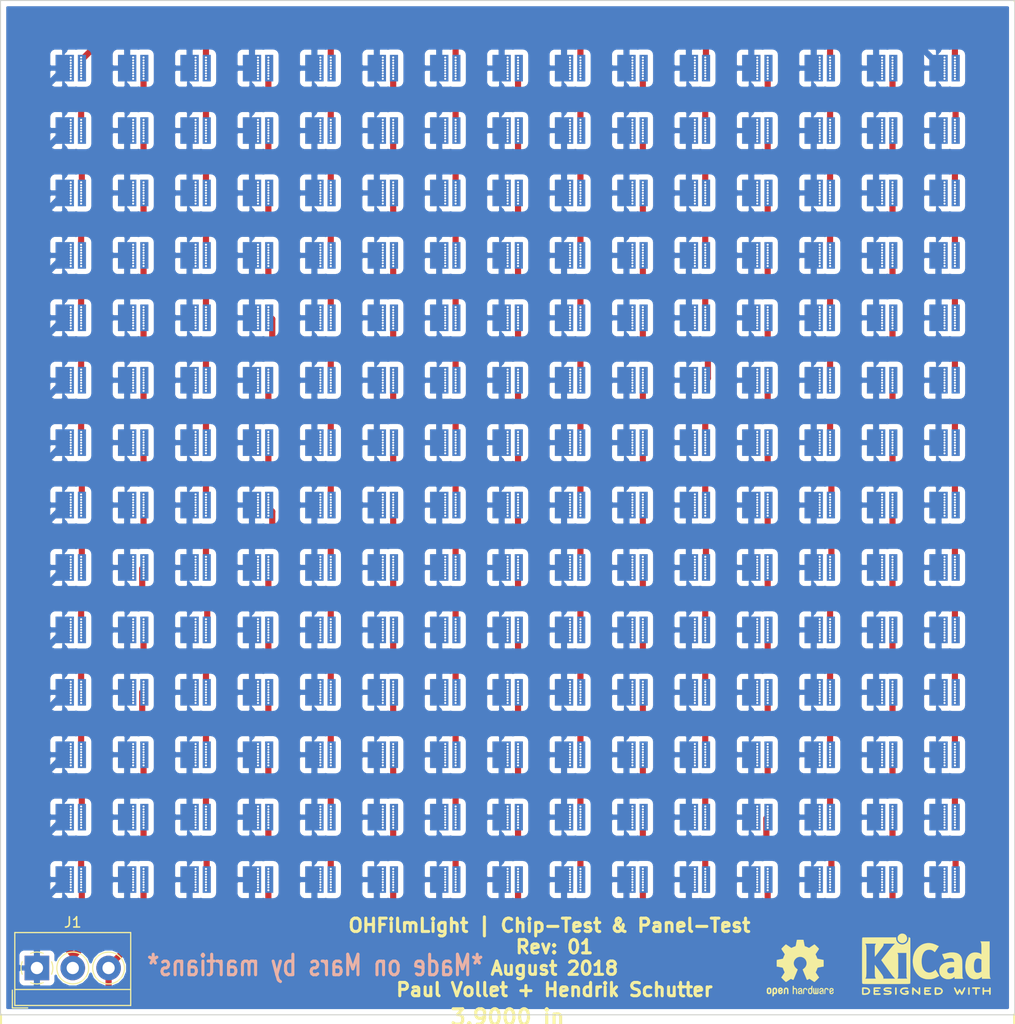
<source format=kicad_pcb>
(kicad_pcb (version 4) (host pcbnew 4.0.7)

  (general
    (links 4410)
    (no_connects 2127)
    (area 57.861999 31.445999 167.87 135.288001)
    (thickness 1.6)
    (drawings 9)
    (tracks 1072)
    (zones 0)
    (modules 213)
    (nets 4)
  )

  (page A4)
  (layers
    (0 F.Cu signal)
    (31 B.Cu signal hide)
    (32 B.Adhes user)
    (33 F.Adhes user)
    (34 B.Paste user)
    (35 F.Paste user)
    (36 B.SilkS user hide)
    (37 F.SilkS user hide)
    (38 B.Mask user)
    (39 F.Mask user)
    (40 Dwgs.User user)
    (41 Cmts.User user)
    (42 Eco1.User user)
    (43 Eco2.User user)
    (44 Edge.Cuts user)
    (45 Margin user)
    (46 B.CrtYd user)
    (47 F.CrtYd user)
    (48 B.Fab user)
    (49 F.Fab user)
  )

  (setup
    (last_trace_width 0.6)
    (trace_clearance 0.1)
    (zone_clearance 0.508)
    (zone_45_only no)
    (trace_min 0.2)
    (segment_width 0.2)
    (edge_width 0.1)
    (via_size 1.2)
    (via_drill 0.8)
    (via_min_size 0.4)
    (via_min_drill 0.3)
    (uvia_size 0.3)
    (uvia_drill 0.1)
    (uvias_allowed no)
    (uvia_min_size 0.2)
    (uvia_min_drill 0.1)
    (pcb_text_width 0.3)
    (pcb_text_size 1.5 1.5)
    (mod_edge_width 0.15)
    (mod_text_size 1 1)
    (mod_text_width 0.15)
    (pad_size 1.5 1.5)
    (pad_drill 0.6)
    (pad_to_mask_clearance 0)
    (aux_axis_origin 0 0)
    (visible_elements FFFC377F)
    (pcbplotparams
      (layerselection 0x010f0_80000001)
      (usegerberextensions false)
      (excludeedgelayer true)
      (linewidth 0.100000)
      (plotframeref false)
      (viasonmask false)
      (mode 1)
      (useauxorigin false)
      (hpglpennumber 1)
      (hpglpenspeed 20)
      (hpglpendiameter 15)
      (hpglpenoverlay 2)
      (psnegative false)
      (psa4output false)
      (plotreference true)
      (plotvalue true)
      (plotinvisibletext false)
      (padsonsilk false)
      (subtractmaskfromsilk false)
      (outputformat 1)
      (mirror false)
      (drillshape 0)
      (scaleselection 1)
      (outputdirectory Gerber/))
  )

  (net 0 "")
  (net 1 V01)
  (net 2 GND)
  (net 3 V02)

  (net_class Default "This is the default net class."
    (clearance 0.1)
    (trace_width 0.6)
    (via_dia 1.2)
    (via_drill 0.8)
    (uvia_dia 0.3)
    (uvia_drill 0.1)
    (add_net GND)
    (add_net V01)
    (add_net V02)
  )

  (module TerminalBlock_4Ucon:TerminalBlock_4Ucon_1x03_P3.50mm_Horizontal (layer F.Cu) (tedit 5A080A19) (tstamp 5B70A2EC)
    (at 61.468 125.984)
    (descr "Terminal Block 4Ucon ItemNo. 20193, 3 pins, pitch 3.5mm, size 11.2x7mm^2, drill diamater 1.2mm, pad diameter 2.4mm, see http://www.4uconnector.com/online/object/4udrawing/20193.pdf, script-generated using https://github.com/pointhi/kicad-footprint-generator/scripts/TerminalBlock_4Ucon")
    (tags "THT Terminal Block 4Ucon ItemNo. 20193 pitch 3.5mm size 11.2x7mm^2 drill 1.2mm pad 2.4mm")
    (path /5B70CD9B)
    (fp_text reference J1 (at 3.5 -4.46) (layer F.SilkS)
      (effects (font (size 1 1) (thickness 0.15)))
    )
    (fp_text value Conn_01x03 (at 3.5 4.66) (layer F.Fab)
      (effects (font (size 1 1) (thickness 0.15)))
    )
    (fp_arc (start 0 0) (end 0 1.555) (angle -23) (layer F.SilkS) (width 0.12))
    (fp_arc (start 0 0) (end 1.432 0.608) (angle -46) (layer F.SilkS) (width 0.12))
    (fp_arc (start 0 0) (end 0.608 -1.432) (angle -46) (layer F.SilkS) (width 0.12))
    (fp_arc (start 0 0) (end -1.432 -0.608) (angle -46) (layer F.SilkS) (width 0.12))
    (fp_arc (start 0 0) (end -0.608 1.432) (angle -24) (layer F.SilkS) (width 0.12))
    (fp_circle (center 0 0) (end 1.375 0) (layer F.Fab) (width 0.1))
    (fp_circle (center 3.5 0) (end 4.875 0) (layer F.Fab) (width 0.1))
    (fp_circle (center 3.5 0) (end 5.055 0) (layer F.SilkS) (width 0.12))
    (fp_circle (center 7 0) (end 8.375 0) (layer F.Fab) (width 0.1))
    (fp_circle (center 7 0) (end 8.555 0) (layer F.SilkS) (width 0.12))
    (fp_line (start -2.1 -3.4) (end 9.1 -3.4) (layer F.Fab) (width 0.1))
    (fp_line (start 9.1 -3.4) (end 9.1 3.6) (layer F.Fab) (width 0.1))
    (fp_line (start 9.1 3.6) (end -0.6 3.6) (layer F.Fab) (width 0.1))
    (fp_line (start -0.6 3.6) (end -2.1 2.1) (layer F.Fab) (width 0.1))
    (fp_line (start -2.1 2.1) (end -2.1 -3.4) (layer F.Fab) (width 0.1))
    (fp_line (start -2.1 2.1) (end 9.1 2.1) (layer F.Fab) (width 0.1))
    (fp_line (start -2.16 2.1) (end 9.16 2.1) (layer F.SilkS) (width 0.12))
    (fp_line (start -2.16 -3.46) (end 9.16 -3.46) (layer F.SilkS) (width 0.12))
    (fp_line (start -2.16 3.66) (end 9.16 3.66) (layer F.SilkS) (width 0.12))
    (fp_line (start -2.16 -3.46) (end -2.16 3.66) (layer F.SilkS) (width 0.12))
    (fp_line (start 9.16 -3.46) (end 9.16 3.66) (layer F.SilkS) (width 0.12))
    (fp_line (start -1.1 -0.069) (end -0.069 -0.069) (layer F.Fab) (width 0.1))
    (fp_line (start -0.069 -0.069) (end -0.069 -1.1) (layer F.Fab) (width 0.1))
    (fp_line (start -0.069 -1.1) (end 0.069 -1.1) (layer F.Fab) (width 0.1))
    (fp_line (start 0.069 -1.1) (end 0.069 -0.069) (layer F.Fab) (width 0.1))
    (fp_line (start 0.069 -0.069) (end 1.1 -0.069) (layer F.Fab) (width 0.1))
    (fp_line (start 1.1 -0.069) (end 1.1 0.069) (layer F.Fab) (width 0.1))
    (fp_line (start 1.1 0.069) (end 0.069 0.069) (layer F.Fab) (width 0.1))
    (fp_line (start 0.069 0.069) (end 0.069 1.1) (layer F.Fab) (width 0.1))
    (fp_line (start 0.069 1.1) (end -0.069 1.1) (layer F.Fab) (width 0.1))
    (fp_line (start -0.069 1.1) (end -0.069 0.069) (layer F.Fab) (width 0.1))
    (fp_line (start -0.069 0.069) (end -1.1 0.069) (layer F.Fab) (width 0.1))
    (fp_line (start -1.1 0.069) (end -1.1 -0.069) (layer F.Fab) (width 0.1))
    (fp_line (start 2.4 -0.069) (end 3.431 -0.069) (layer F.Fab) (width 0.1))
    (fp_line (start 3.431 -0.069) (end 3.431 -1.1) (layer F.Fab) (width 0.1))
    (fp_line (start 3.431 -1.1) (end 3.569 -1.1) (layer F.Fab) (width 0.1))
    (fp_line (start 3.569 -1.1) (end 3.569 -0.069) (layer F.Fab) (width 0.1))
    (fp_line (start 3.569 -0.069) (end 4.6 -0.069) (layer F.Fab) (width 0.1))
    (fp_line (start 4.6 -0.069) (end 4.6 0.069) (layer F.Fab) (width 0.1))
    (fp_line (start 4.6 0.069) (end 3.569 0.069) (layer F.Fab) (width 0.1))
    (fp_line (start 3.569 0.069) (end 3.569 1.1) (layer F.Fab) (width 0.1))
    (fp_line (start 3.569 1.1) (end 3.431 1.1) (layer F.Fab) (width 0.1))
    (fp_line (start 3.431 1.1) (end 3.431 0.069) (layer F.Fab) (width 0.1))
    (fp_line (start 3.431 0.069) (end 2.4 0.069) (layer F.Fab) (width 0.1))
    (fp_line (start 2.4 0.069) (end 2.4 -0.069) (layer F.Fab) (width 0.1))
    (fp_line (start 5.9 -0.069) (end 6.931 -0.069) (layer F.Fab) (width 0.1))
    (fp_line (start 6.931 -0.069) (end 6.931 -1.1) (layer F.Fab) (width 0.1))
    (fp_line (start 6.931 -1.1) (end 7.069 -1.1) (layer F.Fab) (width 0.1))
    (fp_line (start 7.069 -1.1) (end 7.069 -0.069) (layer F.Fab) (width 0.1))
    (fp_line (start 7.069 -0.069) (end 8.1 -0.069) (layer F.Fab) (width 0.1))
    (fp_line (start 8.1 -0.069) (end 8.1 0.069) (layer F.Fab) (width 0.1))
    (fp_line (start 8.1 0.069) (end 7.069 0.069) (layer F.Fab) (width 0.1))
    (fp_line (start 7.069 0.069) (end 7.069 1.1) (layer F.Fab) (width 0.1))
    (fp_line (start 7.069 1.1) (end 6.931 1.1) (layer F.Fab) (width 0.1))
    (fp_line (start 6.931 1.1) (end 6.931 0.069) (layer F.Fab) (width 0.1))
    (fp_line (start 6.931 0.069) (end 5.9 0.069) (layer F.Fab) (width 0.1))
    (fp_line (start 5.9 0.069) (end 5.9 -0.069) (layer F.Fab) (width 0.1))
    (fp_line (start -2.4 2.16) (end -2.4 3.9) (layer F.SilkS) (width 0.12))
    (fp_line (start -2.4 3.9) (end -0.9 3.9) (layer F.SilkS) (width 0.12))
    (fp_line (start -2.6 -3.9) (end -2.6 4.1) (layer F.CrtYd) (width 0.05))
    (fp_line (start -2.6 4.1) (end 9.6 4.1) (layer F.CrtYd) (width 0.05))
    (fp_line (start 9.6 4.1) (end 9.6 -3.9) (layer F.CrtYd) (width 0.05))
    (fp_line (start 9.6 -3.9) (end -2.6 -3.9) (layer F.CrtYd) (width 0.05))
    (fp_text user %R (at 3.5 2.9) (layer F.Fab)
      (effects (font (size 1 1) (thickness 0.15)))
    )
    (pad 1 thru_hole rect (at 0 0) (size 2.4 2.4) (drill 1.2) (layers *.Cu *.Mask)
      (net 2 GND))
    (pad 2 thru_hole circle (at 3.5 0) (size 2.4 2.4) (drill 1.2) (layers *.Cu *.Mask)
      (net 1 V01))
    (pad 3 thru_hole circle (at 7 0) (size 2.4 2.4) (drill 1.2) (layers *.Cu *.Mask)
      (net 3 V02))
    (model ${KISYS3DMOD}/TerminalBlock_4Ucon.3dshapes/TerminalBlock_4Ucon_1x03_P3.50mm_Horizontal.wrl
      (at (xyz 0 0 0))
      (scale (xyz 1 1 1))
      (rotate (xyz 0 0 0))
    )
  )

  (module LED_SMD:LED_Cree-3030 (layer F.Cu) (tedit 5B7077E6) (tstamp 5B70AC2A)
    (at 150.368 117.348)
    (descr https://eu.mouser.com/datasheet/2/90/data-sheet-JSeries-3030-1224352.pdf)
    (tags "LED Cree 3030")
    (path /5B70A96D)
    (attr smd)
    (fp_text reference D1 (at -0.254 -3.175) (layer F.SilkS) hide
      (effects (font (size 1 1) (thickness 0.15)))
    )
    (fp_text value LED (at 0 2.7) (layer F.Fab)
      (effects (font (size 1 1) (thickness 0.15)))
    )
    (fp_line (start 1.238 1.452) (end -1.762 1.452) (layer F.CrtYd) (width 0.05))
    (fp_line (start 1.254 1.35) (end 1.254 -1.373) (layer F.Fab) (width 0.1))
    (fp_line (start 0.246 0.5) (end -0.754 0) (layer F.Fab) (width 0.1))
    (fp_line (start 0.246 -0.5) (end 0.246 0.5) (layer F.Fab) (width 0.1))
    (fp_line (start -0.754 0) (end 0.246 -0.5) (layer F.Fab) (width 0.1))
    (fp_line (start -0.754 -0.5) (end -0.754 0.5) (layer F.Fab) (width 0.1))
    (fp_line (start -1.254 0) (end -0.754 0) (layer F.Fab) (width 0.1))
    (fp_line (start 0.746 0) (end 0.246 0) (layer F.Fab) (width 0.1))
    (fp_line (start 1.238 -1.469) (end -1.762 -1.469) (layer F.CrtYd) (width 0.05))
    (fp_line (start -1.754 1.35) (end -1.756 -1.373) (layer F.Fab) (width 0.1))
    (fp_line (start 1.246 1.373) (end -1.754 1.373) (layer F.Fab) (width 0.1))
    (fp_line (start -1.754 -1.373) (end 1.246 -1.373) (layer F.Fab) (width 0.1))
    (fp_text user %R (at 0 -2.032) (layer F.Fab)
      (effects (font (size 0.5 0.5) (thickness 0.05)))
    )
    (pad 2 thru_hole circle (at 0.762 1.0414) (size 0.3 0.3) (drill 0.2) (layers *.Cu *.Mask)
      (net 1 V01))
    (pad 2 thru_hole circle (at 0.762 -1.0414) (size 0.3 0.3) (drill 0.2) (layers *.Cu *.Mask)
      (net 1 V01))
    (pad 2 thru_hole circle (at -0.254 1.0414) (size 0.3 0.3) (drill 0.2) (layers *.Cu *.Mask)
      (net 1 V01))
    (pad 2 thru_hole circle (at -0.254 -1.0414) (size 0.3 0.3) (drill 0.2) (layers *.Cu *.Mask)
      (net 1 V01))
    (pad "" connect rect (at 0.8382 0) (size 0.8 2.6) (layers B.Cu B.Mask))
    (pad 1 connect rect (at -0.8382 0) (size 1.8 2.6) (layers B.Cu B.Mask)
      (net 2 GND))
    (pad 2 thru_hole circle (at 0.762 0.762) (size 0.3 0.3) (drill 0.2) (layers *.Cu *.Mask)
      (net 1 V01))
    (pad 2 thru_hole circle (at 0.762 0.508) (size 0.3 0.3) (drill 0.2) (layers *.Cu *.Mask)
      (net 1 V01))
    (pad 2 thru_hole circle (at 0.762 0.254) (size 0.3 0.3) (drill 0.2) (layers *.Cu *.Mask)
      (net 1 V01))
    (pad 2 thru_hole circle (at 0.762 0) (size 0.3 0.3) (drill 0.2) (layers *.Cu *.Mask)
      (net 1 V01))
    (pad 2 thru_hole circle (at 0.762 -0.508) (size 0.3 0.3) (drill 0.2) (layers *.Cu *.Mask)
      (net 1 V01))
    (pad 2 thru_hole circle (at 0.762 -0.254) (size 0.3 0.3) (drill 0.2) (layers *.Cu *.Mask)
      (net 1 V01))
    (pad 2 thru_hole circle (at 0.762 -0.762) (size 0.3 0.3) (drill 0.2) (layers *.Cu *.Mask)
      (net 1 V01))
    (pad 2 thru_hole circle (at -0.254 0.762) (size 0.3 0.3) (drill 0.2) (layers *.Cu *.Mask)
      (net 1 V01))
    (pad 2 thru_hole circle (at -0.254 0.254) (size 0.3 0.3) (drill 0.2) (layers *.Cu *.Mask)
      (net 1 V01))
    (pad 2 thru_hole circle (at -0.254 -0.254) (size 0.3 0.3) (drill 0.2) (layers *.Cu *.Mask)
      (net 1 V01))
    (pad 2 thru_hole circle (at -0.254 0) (size 0.3 0.3) (drill 0.2) (layers *.Cu *.Mask)
      (net 1 V01))
    (pad 2 thru_hole circle (at -0.254 -0.508) (size 0.3 0.3) (drill 0.2) (layers *.Cu *.Mask)
      (net 1 V01))
    (pad 2 thru_hole circle (at -0.254 -0.762) (size 0.3 0.3) (drill 0.2) (layers *.Cu *.Mask)
      (net 1 V01))
    (pad 2 thru_hole circle (at -0.254 0.508) (size 0.3 0.3) (drill 0.2) (layers *.Cu *.Mask)
      (net 1 V01))
    (pad 1 connect rect (at -0.821 0) (size 1.6 2.4) (layers F.Cu F.Mask)
      (net 2 GND))
    (pad 2 connect rect (at 0.829 0) (size 0.6 2.4) (layers F.Cu F.Mask)
      (net 1 V01))
  )

  (module LED_SMD:LED_Cree-3030 (layer F.Cu) (tedit 5B7077E6) (tstamp 5B70AC43)
    (at 71.12 38.1)
    (descr https://eu.mouser.com/datasheet/2/90/data-sheet-JSeries-3030-1224352.pdf)
    (tags "LED Cree 3030")
    (path /5B7013F8)
    (attr smd)
    (fp_text reference D2 (at -0.254 -3.175) (layer F.SilkS) hide
      (effects (font (size 1 1) (thickness 0.15)))
    )
    (fp_text value LED (at 0 2.7) (layer F.Fab)
      (effects (font (size 1 1) (thickness 0.15)))
    )
    (fp_line (start 1.238 1.452) (end -1.762 1.452) (layer F.CrtYd) (width 0.05))
    (fp_line (start 1.254 1.35) (end 1.254 -1.373) (layer F.Fab) (width 0.1))
    (fp_line (start 0.246 0.5) (end -0.754 0) (layer F.Fab) (width 0.1))
    (fp_line (start 0.246 -0.5) (end 0.246 0.5) (layer F.Fab) (width 0.1))
    (fp_line (start -0.754 0) (end 0.246 -0.5) (layer F.Fab) (width 0.1))
    (fp_line (start -0.754 -0.5) (end -0.754 0.5) (layer F.Fab) (width 0.1))
    (fp_line (start -1.254 0) (end -0.754 0) (layer F.Fab) (width 0.1))
    (fp_line (start 0.746 0) (end 0.246 0) (layer F.Fab) (width 0.1))
    (fp_line (start 1.238 -1.469) (end -1.762 -1.469) (layer F.CrtYd) (width 0.05))
    (fp_line (start -1.754 1.35) (end -1.756 -1.373) (layer F.Fab) (width 0.1))
    (fp_line (start 1.246 1.373) (end -1.754 1.373) (layer F.Fab) (width 0.1))
    (fp_line (start -1.754 -1.373) (end 1.246 -1.373) (layer F.Fab) (width 0.1))
    (fp_text user %R (at 0 -2.032) (layer F.Fab)
      (effects (font (size 0.5 0.5) (thickness 0.05)))
    )
    (pad 2 thru_hole circle (at 0.762 1.0414) (size 0.3 0.3) (drill 0.2) (layers *.Cu *.Mask)
      (net 1 V01))
    (pad 2 thru_hole circle (at 0.762 -1.0414) (size 0.3 0.3) (drill 0.2) (layers *.Cu *.Mask)
      (net 1 V01))
    (pad 2 thru_hole circle (at -0.254 1.0414) (size 0.3 0.3) (drill 0.2) (layers *.Cu *.Mask)
      (net 1 V01))
    (pad 2 thru_hole circle (at -0.254 -1.0414) (size 0.3 0.3) (drill 0.2) (layers *.Cu *.Mask)
      (net 1 V01))
    (pad "" connect rect (at 0.8382 0) (size 0.8 2.6) (layers B.Cu B.Mask))
    (pad 1 connect rect (at -0.8382 0) (size 1.8 2.6) (layers B.Cu B.Mask)
      (net 2 GND))
    (pad 2 thru_hole circle (at 0.762 0.762) (size 0.3 0.3) (drill 0.2) (layers *.Cu *.Mask)
      (net 1 V01))
    (pad 2 thru_hole circle (at 0.762 0.508) (size 0.3 0.3) (drill 0.2) (layers *.Cu *.Mask)
      (net 1 V01))
    (pad 2 thru_hole circle (at 0.762 0.254) (size 0.3 0.3) (drill 0.2) (layers *.Cu *.Mask)
      (net 1 V01))
    (pad 2 thru_hole circle (at 0.762 0) (size 0.3 0.3) (drill 0.2) (layers *.Cu *.Mask)
      (net 1 V01))
    (pad 2 thru_hole circle (at 0.762 -0.508) (size 0.3 0.3) (drill 0.2) (layers *.Cu *.Mask)
      (net 1 V01))
    (pad 2 thru_hole circle (at 0.762 -0.254) (size 0.3 0.3) (drill 0.2) (layers *.Cu *.Mask)
      (net 1 V01))
    (pad 2 thru_hole circle (at 0.762 -0.762) (size 0.3 0.3) (drill 0.2) (layers *.Cu *.Mask)
      (net 1 V01))
    (pad 2 thru_hole circle (at -0.254 0.762) (size 0.3 0.3) (drill 0.2) (layers *.Cu *.Mask)
      (net 1 V01))
    (pad 2 thru_hole circle (at -0.254 0.254) (size 0.3 0.3) (drill 0.2) (layers *.Cu *.Mask)
      (net 1 V01))
    (pad 2 thru_hole circle (at -0.254 -0.254) (size 0.3 0.3) (drill 0.2) (layers *.Cu *.Mask)
      (net 1 V01))
    (pad 2 thru_hole circle (at -0.254 0) (size 0.3 0.3) (drill 0.2) (layers *.Cu *.Mask)
      (net 1 V01))
    (pad 2 thru_hole circle (at -0.254 -0.508) (size 0.3 0.3) (drill 0.2) (layers *.Cu *.Mask)
      (net 1 V01))
    (pad 2 thru_hole circle (at -0.254 -0.762) (size 0.3 0.3) (drill 0.2) (layers *.Cu *.Mask)
      (net 1 V01))
    (pad 2 thru_hole circle (at -0.254 0.508) (size 0.3 0.3) (drill 0.2) (layers *.Cu *.Mask)
      (net 1 V01))
    (pad 1 connect rect (at -0.821 0) (size 1.6 2.4) (layers F.Cu F.Mask)
      (net 2 GND))
    (pad 2 connect rect (at 0.829 0) (size 0.6 2.4) (layers F.Cu F.Mask)
      (net 1 V01))
  )

  (module LED_SMD:LED_Cree-3030 (layer F.Cu) (tedit 5B7077E6) (tstamp 5B70AC5C)
    (at 83.312 38.1)
    (descr https://eu.mouser.com/datasheet/2/90/data-sheet-JSeries-3030-1224352.pdf)
    (tags "LED Cree 3030")
    (path /5B70139E)
    (attr smd)
    (fp_text reference D3 (at -0.254 -3.175) (layer F.SilkS) hide
      (effects (font (size 1 1) (thickness 0.15)))
    )
    (fp_text value LED (at 0 2.7) (layer F.Fab)
      (effects (font (size 1 1) (thickness 0.15)))
    )
    (fp_line (start 1.238 1.452) (end -1.762 1.452) (layer F.CrtYd) (width 0.05))
    (fp_line (start 1.254 1.35) (end 1.254 -1.373) (layer F.Fab) (width 0.1))
    (fp_line (start 0.246 0.5) (end -0.754 0) (layer F.Fab) (width 0.1))
    (fp_line (start 0.246 -0.5) (end 0.246 0.5) (layer F.Fab) (width 0.1))
    (fp_line (start -0.754 0) (end 0.246 -0.5) (layer F.Fab) (width 0.1))
    (fp_line (start -0.754 -0.5) (end -0.754 0.5) (layer F.Fab) (width 0.1))
    (fp_line (start -1.254 0) (end -0.754 0) (layer F.Fab) (width 0.1))
    (fp_line (start 0.746 0) (end 0.246 0) (layer F.Fab) (width 0.1))
    (fp_line (start 1.238 -1.469) (end -1.762 -1.469) (layer F.CrtYd) (width 0.05))
    (fp_line (start -1.754 1.35) (end -1.756 -1.373) (layer F.Fab) (width 0.1))
    (fp_line (start 1.246 1.373) (end -1.754 1.373) (layer F.Fab) (width 0.1))
    (fp_line (start -1.754 -1.373) (end 1.246 -1.373) (layer F.Fab) (width 0.1))
    (fp_text user %R (at 0 -2.032) (layer F.Fab)
      (effects (font (size 0.5 0.5) (thickness 0.05)))
    )
    (pad 2 thru_hole circle (at 0.762 1.0414) (size 0.3 0.3) (drill 0.2) (layers *.Cu *.Mask)
      (net 1 V01))
    (pad 2 thru_hole circle (at 0.762 -1.0414) (size 0.3 0.3) (drill 0.2) (layers *.Cu *.Mask)
      (net 1 V01))
    (pad 2 thru_hole circle (at -0.254 1.0414) (size 0.3 0.3) (drill 0.2) (layers *.Cu *.Mask)
      (net 1 V01))
    (pad 2 thru_hole circle (at -0.254 -1.0414) (size 0.3 0.3) (drill 0.2) (layers *.Cu *.Mask)
      (net 1 V01))
    (pad "" connect rect (at 0.8382 0) (size 0.8 2.6) (layers B.Cu B.Mask))
    (pad 1 connect rect (at -0.8382 0) (size 1.8 2.6) (layers B.Cu B.Mask)
      (net 2 GND))
    (pad 2 thru_hole circle (at 0.762 0.762) (size 0.3 0.3) (drill 0.2) (layers *.Cu *.Mask)
      (net 1 V01))
    (pad 2 thru_hole circle (at 0.762 0.508) (size 0.3 0.3) (drill 0.2) (layers *.Cu *.Mask)
      (net 1 V01))
    (pad 2 thru_hole circle (at 0.762 0.254) (size 0.3 0.3) (drill 0.2) (layers *.Cu *.Mask)
      (net 1 V01))
    (pad 2 thru_hole circle (at 0.762 0) (size 0.3 0.3) (drill 0.2) (layers *.Cu *.Mask)
      (net 1 V01))
    (pad 2 thru_hole circle (at 0.762 -0.508) (size 0.3 0.3) (drill 0.2) (layers *.Cu *.Mask)
      (net 1 V01))
    (pad 2 thru_hole circle (at 0.762 -0.254) (size 0.3 0.3) (drill 0.2) (layers *.Cu *.Mask)
      (net 1 V01))
    (pad 2 thru_hole circle (at 0.762 -0.762) (size 0.3 0.3) (drill 0.2) (layers *.Cu *.Mask)
      (net 1 V01))
    (pad 2 thru_hole circle (at -0.254 0.762) (size 0.3 0.3) (drill 0.2) (layers *.Cu *.Mask)
      (net 1 V01))
    (pad 2 thru_hole circle (at -0.254 0.254) (size 0.3 0.3) (drill 0.2) (layers *.Cu *.Mask)
      (net 1 V01))
    (pad 2 thru_hole circle (at -0.254 -0.254) (size 0.3 0.3) (drill 0.2) (layers *.Cu *.Mask)
      (net 1 V01))
    (pad 2 thru_hole circle (at -0.254 0) (size 0.3 0.3) (drill 0.2) (layers *.Cu *.Mask)
      (net 1 V01))
    (pad 2 thru_hole circle (at -0.254 -0.508) (size 0.3 0.3) (drill 0.2) (layers *.Cu *.Mask)
      (net 1 V01))
    (pad 2 thru_hole circle (at -0.254 -0.762) (size 0.3 0.3) (drill 0.2) (layers *.Cu *.Mask)
      (net 1 V01))
    (pad 2 thru_hole circle (at -0.254 0.508) (size 0.3 0.3) (drill 0.2) (layers *.Cu *.Mask)
      (net 1 V01))
    (pad 1 connect rect (at -0.821 0) (size 1.6 2.4) (layers F.Cu F.Mask)
      (net 2 GND))
    (pad 2 connect rect (at 0.829 0) (size 0.6 2.4) (layers F.Cu F.Mask)
      (net 1 V01))
  )

  (module LED_SMD:LED_Cree-3030 (layer F.Cu) (tedit 5B7077E6) (tstamp 5B70AC75)
    (at 95.504 38.1)
    (descr https://eu.mouser.com/datasheet/2/90/data-sheet-JSeries-3030-1224352.pdf)
    (tags "LED Cree 3030")
    (path /5B70129F)
    (attr smd)
    (fp_text reference D4 (at -0.254 -3.175) (layer F.SilkS) hide
      (effects (font (size 1 1) (thickness 0.15)))
    )
    (fp_text value LED (at 0 2.7) (layer F.Fab)
      (effects (font (size 1 1) (thickness 0.15)))
    )
    (fp_line (start 1.238 1.452) (end -1.762 1.452) (layer F.CrtYd) (width 0.05))
    (fp_line (start 1.254 1.35) (end 1.254 -1.373) (layer F.Fab) (width 0.1))
    (fp_line (start 0.246 0.5) (end -0.754 0) (layer F.Fab) (width 0.1))
    (fp_line (start 0.246 -0.5) (end 0.246 0.5) (layer F.Fab) (width 0.1))
    (fp_line (start -0.754 0) (end 0.246 -0.5) (layer F.Fab) (width 0.1))
    (fp_line (start -0.754 -0.5) (end -0.754 0.5) (layer F.Fab) (width 0.1))
    (fp_line (start -1.254 0) (end -0.754 0) (layer F.Fab) (width 0.1))
    (fp_line (start 0.746 0) (end 0.246 0) (layer F.Fab) (width 0.1))
    (fp_line (start 1.238 -1.469) (end -1.762 -1.469) (layer F.CrtYd) (width 0.05))
    (fp_line (start -1.754 1.35) (end -1.756 -1.373) (layer F.Fab) (width 0.1))
    (fp_line (start 1.246 1.373) (end -1.754 1.373) (layer F.Fab) (width 0.1))
    (fp_line (start -1.754 -1.373) (end 1.246 -1.373) (layer F.Fab) (width 0.1))
    (fp_text user %R (at 0 -2.032) (layer F.Fab)
      (effects (font (size 0.5 0.5) (thickness 0.05)))
    )
    (pad 2 thru_hole circle (at 0.762 1.0414) (size 0.3 0.3) (drill 0.2) (layers *.Cu *.Mask)
      (net 1 V01))
    (pad 2 thru_hole circle (at 0.762 -1.0414) (size 0.3 0.3) (drill 0.2) (layers *.Cu *.Mask)
      (net 1 V01))
    (pad 2 thru_hole circle (at -0.254 1.0414) (size 0.3 0.3) (drill 0.2) (layers *.Cu *.Mask)
      (net 1 V01))
    (pad 2 thru_hole circle (at -0.254 -1.0414) (size 0.3 0.3) (drill 0.2) (layers *.Cu *.Mask)
      (net 1 V01))
    (pad "" connect rect (at 0.8382 0) (size 0.8 2.6) (layers B.Cu B.Mask))
    (pad 1 connect rect (at -0.8382 0) (size 1.8 2.6) (layers B.Cu B.Mask)
      (net 2 GND))
    (pad 2 thru_hole circle (at 0.762 0.762) (size 0.3 0.3) (drill 0.2) (layers *.Cu *.Mask)
      (net 1 V01))
    (pad 2 thru_hole circle (at 0.762 0.508) (size 0.3 0.3) (drill 0.2) (layers *.Cu *.Mask)
      (net 1 V01))
    (pad 2 thru_hole circle (at 0.762 0.254) (size 0.3 0.3) (drill 0.2) (layers *.Cu *.Mask)
      (net 1 V01))
    (pad 2 thru_hole circle (at 0.762 0) (size 0.3 0.3) (drill 0.2) (layers *.Cu *.Mask)
      (net 1 V01))
    (pad 2 thru_hole circle (at 0.762 -0.508) (size 0.3 0.3) (drill 0.2) (layers *.Cu *.Mask)
      (net 1 V01))
    (pad 2 thru_hole circle (at 0.762 -0.254) (size 0.3 0.3) (drill 0.2) (layers *.Cu *.Mask)
      (net 1 V01))
    (pad 2 thru_hole circle (at 0.762 -0.762) (size 0.3 0.3) (drill 0.2) (layers *.Cu *.Mask)
      (net 1 V01))
    (pad 2 thru_hole circle (at -0.254 0.762) (size 0.3 0.3) (drill 0.2) (layers *.Cu *.Mask)
      (net 1 V01))
    (pad 2 thru_hole circle (at -0.254 0.254) (size 0.3 0.3) (drill 0.2) (layers *.Cu *.Mask)
      (net 1 V01))
    (pad 2 thru_hole circle (at -0.254 -0.254) (size 0.3 0.3) (drill 0.2) (layers *.Cu *.Mask)
      (net 1 V01))
    (pad 2 thru_hole circle (at -0.254 0) (size 0.3 0.3) (drill 0.2) (layers *.Cu *.Mask)
      (net 1 V01))
    (pad 2 thru_hole circle (at -0.254 -0.508) (size 0.3 0.3) (drill 0.2) (layers *.Cu *.Mask)
      (net 1 V01))
    (pad 2 thru_hole circle (at -0.254 -0.762) (size 0.3 0.3) (drill 0.2) (layers *.Cu *.Mask)
      (net 1 V01))
    (pad 2 thru_hole circle (at -0.254 0.508) (size 0.3 0.3) (drill 0.2) (layers *.Cu *.Mask)
      (net 1 V01))
    (pad 1 connect rect (at -0.821 0) (size 1.6 2.4) (layers F.Cu F.Mask)
      (net 2 GND))
    (pad 2 connect rect (at 0.829 0) (size 0.6 2.4) (layers F.Cu F.Mask)
      (net 1 V01))
  )

  (module LED_SMD:LED_Cree-3030 (layer F.Cu) (tedit 5B7077E6) (tstamp 5B70AC8E)
    (at 107.696 38.1)
    (descr https://eu.mouser.com/datasheet/2/90/data-sheet-JSeries-3030-1224352.pdf)
    (tags "LED Cree 3030")
    (path /5B70124B)
    (attr smd)
    (fp_text reference D5 (at -0.254 -3.175) (layer F.SilkS) hide
      (effects (font (size 1 1) (thickness 0.15)))
    )
    (fp_text value LED (at 0 2.7) (layer F.Fab)
      (effects (font (size 1 1) (thickness 0.15)))
    )
    (fp_line (start 1.238 1.452) (end -1.762 1.452) (layer F.CrtYd) (width 0.05))
    (fp_line (start 1.254 1.35) (end 1.254 -1.373) (layer F.Fab) (width 0.1))
    (fp_line (start 0.246 0.5) (end -0.754 0) (layer F.Fab) (width 0.1))
    (fp_line (start 0.246 -0.5) (end 0.246 0.5) (layer F.Fab) (width 0.1))
    (fp_line (start -0.754 0) (end 0.246 -0.5) (layer F.Fab) (width 0.1))
    (fp_line (start -0.754 -0.5) (end -0.754 0.5) (layer F.Fab) (width 0.1))
    (fp_line (start -1.254 0) (end -0.754 0) (layer F.Fab) (width 0.1))
    (fp_line (start 0.746 0) (end 0.246 0) (layer F.Fab) (width 0.1))
    (fp_line (start 1.238 -1.469) (end -1.762 -1.469) (layer F.CrtYd) (width 0.05))
    (fp_line (start -1.754 1.35) (end -1.756 -1.373) (layer F.Fab) (width 0.1))
    (fp_line (start 1.246 1.373) (end -1.754 1.373) (layer F.Fab) (width 0.1))
    (fp_line (start -1.754 -1.373) (end 1.246 -1.373) (layer F.Fab) (width 0.1))
    (fp_text user %R (at 0 -2.032) (layer F.Fab)
      (effects (font (size 0.5 0.5) (thickness 0.05)))
    )
    (pad 2 thru_hole circle (at 0.762 1.0414) (size 0.3 0.3) (drill 0.2) (layers *.Cu *.Mask)
      (net 1 V01))
    (pad 2 thru_hole circle (at 0.762 -1.0414) (size 0.3 0.3) (drill 0.2) (layers *.Cu *.Mask)
      (net 1 V01))
    (pad 2 thru_hole circle (at -0.254 1.0414) (size 0.3 0.3) (drill 0.2) (layers *.Cu *.Mask)
      (net 1 V01))
    (pad 2 thru_hole circle (at -0.254 -1.0414) (size 0.3 0.3) (drill 0.2) (layers *.Cu *.Mask)
      (net 1 V01))
    (pad "" connect rect (at 0.8382 0) (size 0.8 2.6) (layers B.Cu B.Mask))
    (pad 1 connect rect (at -0.8382 0) (size 1.8 2.6) (layers B.Cu B.Mask)
      (net 2 GND))
    (pad 2 thru_hole circle (at 0.762 0.762) (size 0.3 0.3) (drill 0.2) (layers *.Cu *.Mask)
      (net 1 V01))
    (pad 2 thru_hole circle (at 0.762 0.508) (size 0.3 0.3) (drill 0.2) (layers *.Cu *.Mask)
      (net 1 V01))
    (pad 2 thru_hole circle (at 0.762 0.254) (size 0.3 0.3) (drill 0.2) (layers *.Cu *.Mask)
      (net 1 V01))
    (pad 2 thru_hole circle (at 0.762 0) (size 0.3 0.3) (drill 0.2) (layers *.Cu *.Mask)
      (net 1 V01))
    (pad 2 thru_hole circle (at 0.762 -0.508) (size 0.3 0.3) (drill 0.2) (layers *.Cu *.Mask)
      (net 1 V01))
    (pad 2 thru_hole circle (at 0.762 -0.254) (size 0.3 0.3) (drill 0.2) (layers *.Cu *.Mask)
      (net 1 V01))
    (pad 2 thru_hole circle (at 0.762 -0.762) (size 0.3 0.3) (drill 0.2) (layers *.Cu *.Mask)
      (net 1 V01))
    (pad 2 thru_hole circle (at -0.254 0.762) (size 0.3 0.3) (drill 0.2) (layers *.Cu *.Mask)
      (net 1 V01))
    (pad 2 thru_hole circle (at -0.254 0.254) (size 0.3 0.3) (drill 0.2) (layers *.Cu *.Mask)
      (net 1 V01))
    (pad 2 thru_hole circle (at -0.254 -0.254) (size 0.3 0.3) (drill 0.2) (layers *.Cu *.Mask)
      (net 1 V01))
    (pad 2 thru_hole circle (at -0.254 0) (size 0.3 0.3) (drill 0.2) (layers *.Cu *.Mask)
      (net 1 V01))
    (pad 2 thru_hole circle (at -0.254 -0.508) (size 0.3 0.3) (drill 0.2) (layers *.Cu *.Mask)
      (net 1 V01))
    (pad 2 thru_hole circle (at -0.254 -0.762) (size 0.3 0.3) (drill 0.2) (layers *.Cu *.Mask)
      (net 1 V01))
    (pad 2 thru_hole circle (at -0.254 0.508) (size 0.3 0.3) (drill 0.2) (layers *.Cu *.Mask)
      (net 1 V01))
    (pad 1 connect rect (at -0.821 0) (size 1.6 2.4) (layers F.Cu F.Mask)
      (net 2 GND))
    (pad 2 connect rect (at 0.829 0) (size 0.6 2.4) (layers F.Cu F.Mask)
      (net 1 V01))
  )

  (module LED_SMD:LED_Cree-3030 (layer F.Cu) (tedit 5B7077E6) (tstamp 5B70ACA7)
    (at 119.888 38.1)
    (descr https://eu.mouser.com/datasheet/2/90/data-sheet-JSeries-3030-1224352.pdf)
    (tags "LED Cree 3030")
    (path /5B7011F6)
    (attr smd)
    (fp_text reference D6 (at -0.254 -3.175) (layer F.SilkS) hide
      (effects (font (size 1 1) (thickness 0.15)))
    )
    (fp_text value LED (at 0 2.7) (layer F.Fab)
      (effects (font (size 1 1) (thickness 0.15)))
    )
    (fp_line (start 1.238 1.452) (end -1.762 1.452) (layer F.CrtYd) (width 0.05))
    (fp_line (start 1.254 1.35) (end 1.254 -1.373) (layer F.Fab) (width 0.1))
    (fp_line (start 0.246 0.5) (end -0.754 0) (layer F.Fab) (width 0.1))
    (fp_line (start 0.246 -0.5) (end 0.246 0.5) (layer F.Fab) (width 0.1))
    (fp_line (start -0.754 0) (end 0.246 -0.5) (layer F.Fab) (width 0.1))
    (fp_line (start -0.754 -0.5) (end -0.754 0.5) (layer F.Fab) (width 0.1))
    (fp_line (start -1.254 0) (end -0.754 0) (layer F.Fab) (width 0.1))
    (fp_line (start 0.746 0) (end 0.246 0) (layer F.Fab) (width 0.1))
    (fp_line (start 1.238 -1.469) (end -1.762 -1.469) (layer F.CrtYd) (width 0.05))
    (fp_line (start -1.754 1.35) (end -1.756 -1.373) (layer F.Fab) (width 0.1))
    (fp_line (start 1.246 1.373) (end -1.754 1.373) (layer F.Fab) (width 0.1))
    (fp_line (start -1.754 -1.373) (end 1.246 -1.373) (layer F.Fab) (width 0.1))
    (fp_text user %R (at 0 -2.032) (layer F.Fab)
      (effects (font (size 0.5 0.5) (thickness 0.05)))
    )
    (pad 2 thru_hole circle (at 0.762 1.0414) (size 0.3 0.3) (drill 0.2) (layers *.Cu *.Mask)
      (net 1 V01))
    (pad 2 thru_hole circle (at 0.762 -1.0414) (size 0.3 0.3) (drill 0.2) (layers *.Cu *.Mask)
      (net 1 V01))
    (pad 2 thru_hole circle (at -0.254 1.0414) (size 0.3 0.3) (drill 0.2) (layers *.Cu *.Mask)
      (net 1 V01))
    (pad 2 thru_hole circle (at -0.254 -1.0414) (size 0.3 0.3) (drill 0.2) (layers *.Cu *.Mask)
      (net 1 V01))
    (pad "" connect rect (at 0.8382 0) (size 0.8 2.6) (layers B.Cu B.Mask))
    (pad 1 connect rect (at -0.8382 0) (size 1.8 2.6) (layers B.Cu B.Mask)
      (net 2 GND))
    (pad 2 thru_hole circle (at 0.762 0.762) (size 0.3 0.3) (drill 0.2) (layers *.Cu *.Mask)
      (net 1 V01))
    (pad 2 thru_hole circle (at 0.762 0.508) (size 0.3 0.3) (drill 0.2) (layers *.Cu *.Mask)
      (net 1 V01))
    (pad 2 thru_hole circle (at 0.762 0.254) (size 0.3 0.3) (drill 0.2) (layers *.Cu *.Mask)
      (net 1 V01))
    (pad 2 thru_hole circle (at 0.762 0) (size 0.3 0.3) (drill 0.2) (layers *.Cu *.Mask)
      (net 1 V01))
    (pad 2 thru_hole circle (at 0.762 -0.508) (size 0.3 0.3) (drill 0.2) (layers *.Cu *.Mask)
      (net 1 V01))
    (pad 2 thru_hole circle (at 0.762 -0.254) (size 0.3 0.3) (drill 0.2) (layers *.Cu *.Mask)
      (net 1 V01))
    (pad 2 thru_hole circle (at 0.762 -0.762) (size 0.3 0.3) (drill 0.2) (layers *.Cu *.Mask)
      (net 1 V01))
    (pad 2 thru_hole circle (at -0.254 0.762) (size 0.3 0.3) (drill 0.2) (layers *.Cu *.Mask)
      (net 1 V01))
    (pad 2 thru_hole circle (at -0.254 0.254) (size 0.3 0.3) (drill 0.2) (layers *.Cu *.Mask)
      (net 1 V01))
    (pad 2 thru_hole circle (at -0.254 -0.254) (size 0.3 0.3) (drill 0.2) (layers *.Cu *.Mask)
      (net 1 V01))
    (pad 2 thru_hole circle (at -0.254 0) (size 0.3 0.3) (drill 0.2) (layers *.Cu *.Mask)
      (net 1 V01))
    (pad 2 thru_hole circle (at -0.254 -0.508) (size 0.3 0.3) (drill 0.2) (layers *.Cu *.Mask)
      (net 1 V01))
    (pad 2 thru_hole circle (at -0.254 -0.762) (size 0.3 0.3) (drill 0.2) (layers *.Cu *.Mask)
      (net 1 V01))
    (pad 2 thru_hole circle (at -0.254 0.508) (size 0.3 0.3) (drill 0.2) (layers *.Cu *.Mask)
      (net 1 V01))
    (pad 1 connect rect (at -0.821 0) (size 1.6 2.4) (layers F.Cu F.Mask)
      (net 2 GND))
    (pad 2 connect rect (at 0.829 0) (size 0.6 2.4) (layers F.Cu F.Mask)
      (net 1 V01))
  )

  (module LED_SMD:LED_Cree-3030 (layer F.Cu) (tedit 5B7077E6) (tstamp 5B70ACC0)
    (at 132.08 38.1)
    (descr https://eu.mouser.com/datasheet/2/90/data-sheet-JSeries-3030-1224352.pdf)
    (tags "LED Cree 3030")
    (path /5B701196)
    (attr smd)
    (fp_text reference D7 (at -0.254 -3.175) (layer F.SilkS) hide
      (effects (font (size 1 1) (thickness 0.15)))
    )
    (fp_text value LED (at 0 2.7) (layer F.Fab)
      (effects (font (size 1 1) (thickness 0.15)))
    )
    (fp_line (start 1.238 1.452) (end -1.762 1.452) (layer F.CrtYd) (width 0.05))
    (fp_line (start 1.254 1.35) (end 1.254 -1.373) (layer F.Fab) (width 0.1))
    (fp_line (start 0.246 0.5) (end -0.754 0) (layer F.Fab) (width 0.1))
    (fp_line (start 0.246 -0.5) (end 0.246 0.5) (layer F.Fab) (width 0.1))
    (fp_line (start -0.754 0) (end 0.246 -0.5) (layer F.Fab) (width 0.1))
    (fp_line (start -0.754 -0.5) (end -0.754 0.5) (layer F.Fab) (width 0.1))
    (fp_line (start -1.254 0) (end -0.754 0) (layer F.Fab) (width 0.1))
    (fp_line (start 0.746 0) (end 0.246 0) (layer F.Fab) (width 0.1))
    (fp_line (start 1.238 -1.469) (end -1.762 -1.469) (layer F.CrtYd) (width 0.05))
    (fp_line (start -1.754 1.35) (end -1.756 -1.373) (layer F.Fab) (width 0.1))
    (fp_line (start 1.246 1.373) (end -1.754 1.373) (layer F.Fab) (width 0.1))
    (fp_line (start -1.754 -1.373) (end 1.246 -1.373) (layer F.Fab) (width 0.1))
    (fp_text user %R (at 0 -2.032) (layer F.Fab)
      (effects (font (size 0.5 0.5) (thickness 0.05)))
    )
    (pad 2 thru_hole circle (at 0.762 1.0414) (size 0.3 0.3) (drill 0.2) (layers *.Cu *.Mask)
      (net 1 V01))
    (pad 2 thru_hole circle (at 0.762 -1.0414) (size 0.3 0.3) (drill 0.2) (layers *.Cu *.Mask)
      (net 1 V01))
    (pad 2 thru_hole circle (at -0.254 1.0414) (size 0.3 0.3) (drill 0.2) (layers *.Cu *.Mask)
      (net 1 V01))
    (pad 2 thru_hole circle (at -0.254 -1.0414) (size 0.3 0.3) (drill 0.2) (layers *.Cu *.Mask)
      (net 1 V01))
    (pad "" connect rect (at 0.8382 0) (size 0.8 2.6) (layers B.Cu B.Mask))
    (pad 1 connect rect (at -0.8382 0) (size 1.8 2.6) (layers B.Cu B.Mask)
      (net 2 GND))
    (pad 2 thru_hole circle (at 0.762 0.762) (size 0.3 0.3) (drill 0.2) (layers *.Cu *.Mask)
      (net 1 V01))
    (pad 2 thru_hole circle (at 0.762 0.508) (size 0.3 0.3) (drill 0.2) (layers *.Cu *.Mask)
      (net 1 V01))
    (pad 2 thru_hole circle (at 0.762 0.254) (size 0.3 0.3) (drill 0.2) (layers *.Cu *.Mask)
      (net 1 V01))
    (pad 2 thru_hole circle (at 0.762 0) (size 0.3 0.3) (drill 0.2) (layers *.Cu *.Mask)
      (net 1 V01))
    (pad 2 thru_hole circle (at 0.762 -0.508) (size 0.3 0.3) (drill 0.2) (layers *.Cu *.Mask)
      (net 1 V01))
    (pad 2 thru_hole circle (at 0.762 -0.254) (size 0.3 0.3) (drill 0.2) (layers *.Cu *.Mask)
      (net 1 V01))
    (pad 2 thru_hole circle (at 0.762 -0.762) (size 0.3 0.3) (drill 0.2) (layers *.Cu *.Mask)
      (net 1 V01))
    (pad 2 thru_hole circle (at -0.254 0.762) (size 0.3 0.3) (drill 0.2) (layers *.Cu *.Mask)
      (net 1 V01))
    (pad 2 thru_hole circle (at -0.254 0.254) (size 0.3 0.3) (drill 0.2) (layers *.Cu *.Mask)
      (net 1 V01))
    (pad 2 thru_hole circle (at -0.254 -0.254) (size 0.3 0.3) (drill 0.2) (layers *.Cu *.Mask)
      (net 1 V01))
    (pad 2 thru_hole circle (at -0.254 0) (size 0.3 0.3) (drill 0.2) (layers *.Cu *.Mask)
      (net 1 V01))
    (pad 2 thru_hole circle (at -0.254 -0.508) (size 0.3 0.3) (drill 0.2) (layers *.Cu *.Mask)
      (net 1 V01))
    (pad 2 thru_hole circle (at -0.254 -0.762) (size 0.3 0.3) (drill 0.2) (layers *.Cu *.Mask)
      (net 1 V01))
    (pad 2 thru_hole circle (at -0.254 0.508) (size 0.3 0.3) (drill 0.2) (layers *.Cu *.Mask)
      (net 1 V01))
    (pad 1 connect rect (at -0.821 0) (size 1.6 2.4) (layers F.Cu F.Mask)
      (net 2 GND))
    (pad 2 connect rect (at 0.829 0) (size 0.6 2.4) (layers F.Cu F.Mask)
      (net 1 V01))
  )

  (module LED_SMD:LED_Cree-3030 (layer F.Cu) (tedit 5B7077E6) (tstamp 5B70ACD9)
    (at 144.272 38.1)
    (descr https://eu.mouser.com/datasheet/2/90/data-sheet-JSeries-3030-1224352.pdf)
    (tags "LED Cree 3030")
    (path /5B7001EC)
    (attr smd)
    (fp_text reference D8 (at -0.254 -3.175) (layer F.SilkS) hide
      (effects (font (size 1 1) (thickness 0.15)))
    )
    (fp_text value LED (at 0 2.7) (layer F.Fab)
      (effects (font (size 1 1) (thickness 0.15)))
    )
    (fp_line (start 1.238 1.452) (end -1.762 1.452) (layer F.CrtYd) (width 0.05))
    (fp_line (start 1.254 1.35) (end 1.254 -1.373) (layer F.Fab) (width 0.1))
    (fp_line (start 0.246 0.5) (end -0.754 0) (layer F.Fab) (width 0.1))
    (fp_line (start 0.246 -0.5) (end 0.246 0.5) (layer F.Fab) (width 0.1))
    (fp_line (start -0.754 0) (end 0.246 -0.5) (layer F.Fab) (width 0.1))
    (fp_line (start -0.754 -0.5) (end -0.754 0.5) (layer F.Fab) (width 0.1))
    (fp_line (start -1.254 0) (end -0.754 0) (layer F.Fab) (width 0.1))
    (fp_line (start 0.746 0) (end 0.246 0) (layer F.Fab) (width 0.1))
    (fp_line (start 1.238 -1.469) (end -1.762 -1.469) (layer F.CrtYd) (width 0.05))
    (fp_line (start -1.754 1.35) (end -1.756 -1.373) (layer F.Fab) (width 0.1))
    (fp_line (start 1.246 1.373) (end -1.754 1.373) (layer F.Fab) (width 0.1))
    (fp_line (start -1.754 -1.373) (end 1.246 -1.373) (layer F.Fab) (width 0.1))
    (fp_text user %R (at 0 -2.032) (layer F.Fab)
      (effects (font (size 0.5 0.5) (thickness 0.05)))
    )
    (pad 2 thru_hole circle (at 0.762 1.0414) (size 0.3 0.3) (drill 0.2) (layers *.Cu *.Mask)
      (net 1 V01))
    (pad 2 thru_hole circle (at 0.762 -1.0414) (size 0.3 0.3) (drill 0.2) (layers *.Cu *.Mask)
      (net 1 V01))
    (pad 2 thru_hole circle (at -0.254 1.0414) (size 0.3 0.3) (drill 0.2) (layers *.Cu *.Mask)
      (net 1 V01))
    (pad 2 thru_hole circle (at -0.254 -1.0414) (size 0.3 0.3) (drill 0.2) (layers *.Cu *.Mask)
      (net 1 V01))
    (pad "" connect rect (at 0.8382 0) (size 0.8 2.6) (layers B.Cu B.Mask))
    (pad 1 connect rect (at -0.8382 0) (size 1.8 2.6) (layers B.Cu B.Mask)
      (net 2 GND))
    (pad 2 thru_hole circle (at 0.762 0.762) (size 0.3 0.3) (drill 0.2) (layers *.Cu *.Mask)
      (net 1 V01))
    (pad 2 thru_hole circle (at 0.762 0.508) (size 0.3 0.3) (drill 0.2) (layers *.Cu *.Mask)
      (net 1 V01))
    (pad 2 thru_hole circle (at 0.762 0.254) (size 0.3 0.3) (drill 0.2) (layers *.Cu *.Mask)
      (net 1 V01))
    (pad 2 thru_hole circle (at 0.762 0) (size 0.3 0.3) (drill 0.2) (layers *.Cu *.Mask)
      (net 1 V01))
    (pad 2 thru_hole circle (at 0.762 -0.508) (size 0.3 0.3) (drill 0.2) (layers *.Cu *.Mask)
      (net 1 V01))
    (pad 2 thru_hole circle (at 0.762 -0.254) (size 0.3 0.3) (drill 0.2) (layers *.Cu *.Mask)
      (net 1 V01))
    (pad 2 thru_hole circle (at 0.762 -0.762) (size 0.3 0.3) (drill 0.2) (layers *.Cu *.Mask)
      (net 1 V01))
    (pad 2 thru_hole circle (at -0.254 0.762) (size 0.3 0.3) (drill 0.2) (layers *.Cu *.Mask)
      (net 1 V01))
    (pad 2 thru_hole circle (at -0.254 0.254) (size 0.3 0.3) (drill 0.2) (layers *.Cu *.Mask)
      (net 1 V01))
    (pad 2 thru_hole circle (at -0.254 -0.254) (size 0.3 0.3) (drill 0.2) (layers *.Cu *.Mask)
      (net 1 V01))
    (pad 2 thru_hole circle (at -0.254 0) (size 0.3 0.3) (drill 0.2) (layers *.Cu *.Mask)
      (net 1 V01))
    (pad 2 thru_hole circle (at -0.254 -0.508) (size 0.3 0.3) (drill 0.2) (layers *.Cu *.Mask)
      (net 1 V01))
    (pad 2 thru_hole circle (at -0.254 -0.762) (size 0.3 0.3) (drill 0.2) (layers *.Cu *.Mask)
      (net 1 V01))
    (pad 2 thru_hole circle (at -0.254 0.508) (size 0.3 0.3) (drill 0.2) (layers *.Cu *.Mask)
      (net 1 V01))
    (pad 1 connect rect (at -0.821 0) (size 1.6 2.4) (layers F.Cu F.Mask)
      (net 2 GND))
    (pad 2 connect rect (at 0.829 0) (size 0.6 2.4) (layers F.Cu F.Mask)
      (net 1 V01))
  )

  (module LED_SMD:LED_Cree-3030 (layer F.Cu) (tedit 5B7077E6) (tstamp 5B70ACF2)
    (at 71.12 50.292)
    (descr https://eu.mouser.com/datasheet/2/90/data-sheet-JSeries-3030-1224352.pdf)
    (tags "LED Cree 3030")
    (path /5B700B34)
    (attr smd)
    (fp_text reference D9 (at -0.254 -3.175) (layer F.SilkS) hide
      (effects (font (size 1 1) (thickness 0.15)))
    )
    (fp_text value LED (at 0 2.7) (layer F.Fab)
      (effects (font (size 1 1) (thickness 0.15)))
    )
    (fp_line (start 1.238 1.452) (end -1.762 1.452) (layer F.CrtYd) (width 0.05))
    (fp_line (start 1.254 1.35) (end 1.254 -1.373) (layer F.Fab) (width 0.1))
    (fp_line (start 0.246 0.5) (end -0.754 0) (layer F.Fab) (width 0.1))
    (fp_line (start 0.246 -0.5) (end 0.246 0.5) (layer F.Fab) (width 0.1))
    (fp_line (start -0.754 0) (end 0.246 -0.5) (layer F.Fab) (width 0.1))
    (fp_line (start -0.754 -0.5) (end -0.754 0.5) (layer F.Fab) (width 0.1))
    (fp_line (start -1.254 0) (end -0.754 0) (layer F.Fab) (width 0.1))
    (fp_line (start 0.746 0) (end 0.246 0) (layer F.Fab) (width 0.1))
    (fp_line (start 1.238 -1.469) (end -1.762 -1.469) (layer F.CrtYd) (width 0.05))
    (fp_line (start -1.754 1.35) (end -1.756 -1.373) (layer F.Fab) (width 0.1))
    (fp_line (start 1.246 1.373) (end -1.754 1.373) (layer F.Fab) (width 0.1))
    (fp_line (start -1.754 -1.373) (end 1.246 -1.373) (layer F.Fab) (width 0.1))
    (fp_text user %R (at 0 -2.032) (layer F.Fab)
      (effects (font (size 0.5 0.5) (thickness 0.05)))
    )
    (pad 2 thru_hole circle (at 0.762 1.0414) (size 0.3 0.3) (drill 0.2) (layers *.Cu *.Mask)
      (net 1 V01))
    (pad 2 thru_hole circle (at 0.762 -1.0414) (size 0.3 0.3) (drill 0.2) (layers *.Cu *.Mask)
      (net 1 V01))
    (pad 2 thru_hole circle (at -0.254 1.0414) (size 0.3 0.3) (drill 0.2) (layers *.Cu *.Mask)
      (net 1 V01))
    (pad 2 thru_hole circle (at -0.254 -1.0414) (size 0.3 0.3) (drill 0.2) (layers *.Cu *.Mask)
      (net 1 V01))
    (pad "" connect rect (at 0.8382 0) (size 0.8 2.6) (layers B.Cu B.Mask))
    (pad 1 connect rect (at -0.8382 0) (size 1.8 2.6) (layers B.Cu B.Mask)
      (net 2 GND))
    (pad 2 thru_hole circle (at 0.762 0.762) (size 0.3 0.3) (drill 0.2) (layers *.Cu *.Mask)
      (net 1 V01))
    (pad 2 thru_hole circle (at 0.762 0.508) (size 0.3 0.3) (drill 0.2) (layers *.Cu *.Mask)
      (net 1 V01))
    (pad 2 thru_hole circle (at 0.762 0.254) (size 0.3 0.3) (drill 0.2) (layers *.Cu *.Mask)
      (net 1 V01))
    (pad 2 thru_hole circle (at 0.762 0) (size 0.3 0.3) (drill 0.2) (layers *.Cu *.Mask)
      (net 1 V01))
    (pad 2 thru_hole circle (at 0.762 -0.508) (size 0.3 0.3) (drill 0.2) (layers *.Cu *.Mask)
      (net 1 V01))
    (pad 2 thru_hole circle (at 0.762 -0.254) (size 0.3 0.3) (drill 0.2) (layers *.Cu *.Mask)
      (net 1 V01))
    (pad 2 thru_hole circle (at 0.762 -0.762) (size 0.3 0.3) (drill 0.2) (layers *.Cu *.Mask)
      (net 1 V01))
    (pad 2 thru_hole circle (at -0.254 0.762) (size 0.3 0.3) (drill 0.2) (layers *.Cu *.Mask)
      (net 1 V01))
    (pad 2 thru_hole circle (at -0.254 0.254) (size 0.3 0.3) (drill 0.2) (layers *.Cu *.Mask)
      (net 1 V01))
    (pad 2 thru_hole circle (at -0.254 -0.254) (size 0.3 0.3) (drill 0.2) (layers *.Cu *.Mask)
      (net 1 V01))
    (pad 2 thru_hole circle (at -0.254 0) (size 0.3 0.3) (drill 0.2) (layers *.Cu *.Mask)
      (net 1 V01))
    (pad 2 thru_hole circle (at -0.254 -0.508) (size 0.3 0.3) (drill 0.2) (layers *.Cu *.Mask)
      (net 1 V01))
    (pad 2 thru_hole circle (at -0.254 -0.762) (size 0.3 0.3) (drill 0.2) (layers *.Cu *.Mask)
      (net 1 V01))
    (pad 2 thru_hole circle (at -0.254 0.508) (size 0.3 0.3) (drill 0.2) (layers *.Cu *.Mask)
      (net 1 V01))
    (pad 1 connect rect (at -0.821 0) (size 1.6 2.4) (layers F.Cu F.Mask)
      (net 2 GND))
    (pad 2 connect rect (at 0.829 0) (size 0.6 2.4) (layers F.Cu F.Mask)
      (net 1 V01))
  )

  (module LED_SMD:LED_Cree-3030 (layer F.Cu) (tedit 5B7077E6) (tstamp 5B70AD0B)
    (at 83.312 50.292)
    (descr https://eu.mouser.com/datasheet/2/90/data-sheet-JSeries-3030-1224352.pdf)
    (tags "LED Cree 3030")
    (path /5B700B5A)
    (attr smd)
    (fp_text reference D10 (at -0.254 -3.175) (layer F.SilkS) hide
      (effects (font (size 1 1) (thickness 0.15)))
    )
    (fp_text value LED (at 0 2.7) (layer F.Fab)
      (effects (font (size 1 1) (thickness 0.15)))
    )
    (fp_line (start 1.238 1.452) (end -1.762 1.452) (layer F.CrtYd) (width 0.05))
    (fp_line (start 1.254 1.35) (end 1.254 -1.373) (layer F.Fab) (width 0.1))
    (fp_line (start 0.246 0.5) (end -0.754 0) (layer F.Fab) (width 0.1))
    (fp_line (start 0.246 -0.5) (end 0.246 0.5) (layer F.Fab) (width 0.1))
    (fp_line (start -0.754 0) (end 0.246 -0.5) (layer F.Fab) (width 0.1))
    (fp_line (start -0.754 -0.5) (end -0.754 0.5) (layer F.Fab) (width 0.1))
    (fp_line (start -1.254 0) (end -0.754 0) (layer F.Fab) (width 0.1))
    (fp_line (start 0.746 0) (end 0.246 0) (layer F.Fab) (width 0.1))
    (fp_line (start 1.238 -1.469) (end -1.762 -1.469) (layer F.CrtYd) (width 0.05))
    (fp_line (start -1.754 1.35) (end -1.756 -1.373) (layer F.Fab) (width 0.1))
    (fp_line (start 1.246 1.373) (end -1.754 1.373) (layer F.Fab) (width 0.1))
    (fp_line (start -1.754 -1.373) (end 1.246 -1.373) (layer F.Fab) (width 0.1))
    (fp_text user %R (at 0 -2.032) (layer F.Fab)
      (effects (font (size 0.5 0.5) (thickness 0.05)))
    )
    (pad 2 thru_hole circle (at 0.762 1.0414) (size 0.3 0.3) (drill 0.2) (layers *.Cu *.Mask)
      (net 1 V01))
    (pad 2 thru_hole circle (at 0.762 -1.0414) (size 0.3 0.3) (drill 0.2) (layers *.Cu *.Mask)
      (net 1 V01))
    (pad 2 thru_hole circle (at -0.254 1.0414) (size 0.3 0.3) (drill 0.2) (layers *.Cu *.Mask)
      (net 1 V01))
    (pad 2 thru_hole circle (at -0.254 -1.0414) (size 0.3 0.3) (drill 0.2) (layers *.Cu *.Mask)
      (net 1 V01))
    (pad "" connect rect (at 0.8382 0) (size 0.8 2.6) (layers B.Cu B.Mask))
    (pad 1 connect rect (at -0.8382 0) (size 1.8 2.6) (layers B.Cu B.Mask)
      (net 2 GND))
    (pad 2 thru_hole circle (at 0.762 0.762) (size 0.3 0.3) (drill 0.2) (layers *.Cu *.Mask)
      (net 1 V01))
    (pad 2 thru_hole circle (at 0.762 0.508) (size 0.3 0.3) (drill 0.2) (layers *.Cu *.Mask)
      (net 1 V01))
    (pad 2 thru_hole circle (at 0.762 0.254) (size 0.3 0.3) (drill 0.2) (layers *.Cu *.Mask)
      (net 1 V01))
    (pad 2 thru_hole circle (at 0.762 0) (size 0.3 0.3) (drill 0.2) (layers *.Cu *.Mask)
      (net 1 V01))
    (pad 2 thru_hole circle (at 0.762 -0.508) (size 0.3 0.3) (drill 0.2) (layers *.Cu *.Mask)
      (net 1 V01))
    (pad 2 thru_hole circle (at 0.762 -0.254) (size 0.3 0.3) (drill 0.2) (layers *.Cu *.Mask)
      (net 1 V01))
    (pad 2 thru_hole circle (at 0.762 -0.762) (size 0.3 0.3) (drill 0.2) (layers *.Cu *.Mask)
      (net 1 V01))
    (pad 2 thru_hole circle (at -0.254 0.762) (size 0.3 0.3) (drill 0.2) (layers *.Cu *.Mask)
      (net 1 V01))
    (pad 2 thru_hole circle (at -0.254 0.254) (size 0.3 0.3) (drill 0.2) (layers *.Cu *.Mask)
      (net 1 V01))
    (pad 2 thru_hole circle (at -0.254 -0.254) (size 0.3 0.3) (drill 0.2) (layers *.Cu *.Mask)
      (net 1 V01))
    (pad 2 thru_hole circle (at -0.254 0) (size 0.3 0.3) (drill 0.2) (layers *.Cu *.Mask)
      (net 1 V01))
    (pad 2 thru_hole circle (at -0.254 -0.508) (size 0.3 0.3) (drill 0.2) (layers *.Cu *.Mask)
      (net 1 V01))
    (pad 2 thru_hole circle (at -0.254 -0.762) (size 0.3 0.3) (drill 0.2) (layers *.Cu *.Mask)
      (net 1 V01))
    (pad 2 thru_hole circle (at -0.254 0.508) (size 0.3 0.3) (drill 0.2) (layers *.Cu *.Mask)
      (net 1 V01))
    (pad 1 connect rect (at -0.821 0) (size 1.6 2.4) (layers F.Cu F.Mask)
      (net 2 GND))
    (pad 2 connect rect (at 0.829 0) (size 0.6 2.4) (layers F.Cu F.Mask)
      (net 1 V01))
  )

  (module LED_SMD:LED_Cree-3030 (layer F.Cu) (tedit 5B7077E6) (tstamp 5B70AD24)
    (at 95.504 50.292)
    (descr https://eu.mouser.com/datasheet/2/90/data-sheet-JSeries-3030-1224352.pdf)
    (tags "LED Cree 3030")
    (path /5B700B93)
    (attr smd)
    (fp_text reference D11 (at -0.254 -3.175) (layer F.SilkS) hide
      (effects (font (size 1 1) (thickness 0.15)))
    )
    (fp_text value LED (at 0 2.7) (layer F.Fab)
      (effects (font (size 1 1) (thickness 0.15)))
    )
    (fp_line (start 1.238 1.452) (end -1.762 1.452) (layer F.CrtYd) (width 0.05))
    (fp_line (start 1.254 1.35) (end 1.254 -1.373) (layer F.Fab) (width 0.1))
    (fp_line (start 0.246 0.5) (end -0.754 0) (layer F.Fab) (width 0.1))
    (fp_line (start 0.246 -0.5) (end 0.246 0.5) (layer F.Fab) (width 0.1))
    (fp_line (start -0.754 0) (end 0.246 -0.5) (layer F.Fab) (width 0.1))
    (fp_line (start -0.754 -0.5) (end -0.754 0.5) (layer F.Fab) (width 0.1))
    (fp_line (start -1.254 0) (end -0.754 0) (layer F.Fab) (width 0.1))
    (fp_line (start 0.746 0) (end 0.246 0) (layer F.Fab) (width 0.1))
    (fp_line (start 1.238 -1.469) (end -1.762 -1.469) (layer F.CrtYd) (width 0.05))
    (fp_line (start -1.754 1.35) (end -1.756 -1.373) (layer F.Fab) (width 0.1))
    (fp_line (start 1.246 1.373) (end -1.754 1.373) (layer F.Fab) (width 0.1))
    (fp_line (start -1.754 -1.373) (end 1.246 -1.373) (layer F.Fab) (width 0.1))
    (fp_text user %R (at 0 -2.032) (layer F.Fab)
      (effects (font (size 0.5 0.5) (thickness 0.05)))
    )
    (pad 2 thru_hole circle (at 0.762 1.0414) (size 0.3 0.3) (drill 0.2) (layers *.Cu *.Mask)
      (net 1 V01))
    (pad 2 thru_hole circle (at 0.762 -1.0414) (size 0.3 0.3) (drill 0.2) (layers *.Cu *.Mask)
      (net 1 V01))
    (pad 2 thru_hole circle (at -0.254 1.0414) (size 0.3 0.3) (drill 0.2) (layers *.Cu *.Mask)
      (net 1 V01))
    (pad 2 thru_hole circle (at -0.254 -1.0414) (size 0.3 0.3) (drill 0.2) (layers *.Cu *.Mask)
      (net 1 V01))
    (pad "" connect rect (at 0.8382 0) (size 0.8 2.6) (layers B.Cu B.Mask))
    (pad 1 connect rect (at -0.8382 0) (size 1.8 2.6) (layers B.Cu B.Mask)
      (net 2 GND))
    (pad 2 thru_hole circle (at 0.762 0.762) (size 0.3 0.3) (drill 0.2) (layers *.Cu *.Mask)
      (net 1 V01))
    (pad 2 thru_hole circle (at 0.762 0.508) (size 0.3 0.3) (drill 0.2) (layers *.Cu *.Mask)
      (net 1 V01))
    (pad 2 thru_hole circle (at 0.762 0.254) (size 0.3 0.3) (drill 0.2) (layers *.Cu *.Mask)
      (net 1 V01))
    (pad 2 thru_hole circle (at 0.762 0) (size 0.3 0.3) (drill 0.2) (layers *.Cu *.Mask)
      (net 1 V01))
    (pad 2 thru_hole circle (at 0.762 -0.508) (size 0.3 0.3) (drill 0.2) (layers *.Cu *.Mask)
      (net 1 V01))
    (pad 2 thru_hole circle (at 0.762 -0.254) (size 0.3 0.3) (drill 0.2) (layers *.Cu *.Mask)
      (net 1 V01))
    (pad 2 thru_hole circle (at 0.762 -0.762) (size 0.3 0.3) (drill 0.2) (layers *.Cu *.Mask)
      (net 1 V01))
    (pad 2 thru_hole circle (at -0.254 0.762) (size 0.3 0.3) (drill 0.2) (layers *.Cu *.Mask)
      (net 1 V01))
    (pad 2 thru_hole circle (at -0.254 0.254) (size 0.3 0.3) (drill 0.2) (layers *.Cu *.Mask)
      (net 1 V01))
    (pad 2 thru_hole circle (at -0.254 -0.254) (size 0.3 0.3) (drill 0.2) (layers *.Cu *.Mask)
      (net 1 V01))
    (pad 2 thru_hole circle (at -0.254 0) (size 0.3 0.3) (drill 0.2) (layers *.Cu *.Mask)
      (net 1 V01))
    (pad 2 thru_hole circle (at -0.254 -0.508) (size 0.3 0.3) (drill 0.2) (layers *.Cu *.Mask)
      (net 1 V01))
    (pad 2 thru_hole circle (at -0.254 -0.762) (size 0.3 0.3) (drill 0.2) (layers *.Cu *.Mask)
      (net 1 V01))
    (pad 2 thru_hole circle (at -0.254 0.508) (size 0.3 0.3) (drill 0.2) (layers *.Cu *.Mask)
      (net 1 V01))
    (pad 1 connect rect (at -0.821 0) (size 1.6 2.4) (layers F.Cu F.Mask)
      (net 2 GND))
    (pad 2 connect rect (at 0.829 0) (size 0.6 2.4) (layers F.Cu F.Mask)
      (net 1 V01))
  )

  (module LED_SMD:LED_Cree-3030 (layer F.Cu) (tedit 5B7077E6) (tstamp 5B70AD3D)
    (at 107.696 50.292)
    (descr https://eu.mouser.com/datasheet/2/90/data-sheet-JSeries-3030-1224352.pdf)
    (tags "LED Cree 3030")
    (path /5B700BBF)
    (attr smd)
    (fp_text reference D12 (at -0.254 -3.175) (layer F.SilkS) hide
      (effects (font (size 1 1) (thickness 0.15)))
    )
    (fp_text value LED (at 0 2.7) (layer F.Fab)
      (effects (font (size 1 1) (thickness 0.15)))
    )
    (fp_line (start 1.238 1.452) (end -1.762 1.452) (layer F.CrtYd) (width 0.05))
    (fp_line (start 1.254 1.35) (end 1.254 -1.373) (layer F.Fab) (width 0.1))
    (fp_line (start 0.246 0.5) (end -0.754 0) (layer F.Fab) (width 0.1))
    (fp_line (start 0.246 -0.5) (end 0.246 0.5) (layer F.Fab) (width 0.1))
    (fp_line (start -0.754 0) (end 0.246 -0.5) (layer F.Fab) (width 0.1))
    (fp_line (start -0.754 -0.5) (end -0.754 0.5) (layer F.Fab) (width 0.1))
    (fp_line (start -1.254 0) (end -0.754 0) (layer F.Fab) (width 0.1))
    (fp_line (start 0.746 0) (end 0.246 0) (layer F.Fab) (width 0.1))
    (fp_line (start 1.238 -1.469) (end -1.762 -1.469) (layer F.CrtYd) (width 0.05))
    (fp_line (start -1.754 1.35) (end -1.756 -1.373) (layer F.Fab) (width 0.1))
    (fp_line (start 1.246 1.373) (end -1.754 1.373) (layer F.Fab) (width 0.1))
    (fp_line (start -1.754 -1.373) (end 1.246 -1.373) (layer F.Fab) (width 0.1))
    (fp_text user %R (at 0 -2.032) (layer F.Fab)
      (effects (font (size 0.5 0.5) (thickness 0.05)))
    )
    (pad 2 thru_hole circle (at 0.762 1.0414) (size 0.3 0.3) (drill 0.2) (layers *.Cu *.Mask)
      (net 1 V01))
    (pad 2 thru_hole circle (at 0.762 -1.0414) (size 0.3 0.3) (drill 0.2) (layers *.Cu *.Mask)
      (net 1 V01))
    (pad 2 thru_hole circle (at -0.254 1.0414) (size 0.3 0.3) (drill 0.2) (layers *.Cu *.Mask)
      (net 1 V01))
    (pad 2 thru_hole circle (at -0.254 -1.0414) (size 0.3 0.3) (drill 0.2) (layers *.Cu *.Mask)
      (net 1 V01))
    (pad "" connect rect (at 0.8382 0) (size 0.8 2.6) (layers B.Cu B.Mask))
    (pad 1 connect rect (at -0.8382 0) (size 1.8 2.6) (layers B.Cu B.Mask)
      (net 2 GND))
    (pad 2 thru_hole circle (at 0.762 0.762) (size 0.3 0.3) (drill 0.2) (layers *.Cu *.Mask)
      (net 1 V01))
    (pad 2 thru_hole circle (at 0.762 0.508) (size 0.3 0.3) (drill 0.2) (layers *.Cu *.Mask)
      (net 1 V01))
    (pad 2 thru_hole circle (at 0.762 0.254) (size 0.3 0.3) (drill 0.2) (layers *.Cu *.Mask)
      (net 1 V01))
    (pad 2 thru_hole circle (at 0.762 0) (size 0.3 0.3) (drill 0.2) (layers *.Cu *.Mask)
      (net 1 V01))
    (pad 2 thru_hole circle (at 0.762 -0.508) (size 0.3 0.3) (drill 0.2) (layers *.Cu *.Mask)
      (net 1 V01))
    (pad 2 thru_hole circle (at 0.762 -0.254) (size 0.3 0.3) (drill 0.2) (layers *.Cu *.Mask)
      (net 1 V01))
    (pad 2 thru_hole circle (at 0.762 -0.762) (size 0.3 0.3) (drill 0.2) (layers *.Cu *.Mask)
      (net 1 V01))
    (pad 2 thru_hole circle (at -0.254 0.762) (size 0.3 0.3) (drill 0.2) (layers *.Cu *.Mask)
      (net 1 V01))
    (pad 2 thru_hole circle (at -0.254 0.254) (size 0.3 0.3) (drill 0.2) (layers *.Cu *.Mask)
      (net 1 V01))
    (pad 2 thru_hole circle (at -0.254 -0.254) (size 0.3 0.3) (drill 0.2) (layers *.Cu *.Mask)
      (net 1 V01))
    (pad 2 thru_hole circle (at -0.254 0) (size 0.3 0.3) (drill 0.2) (layers *.Cu *.Mask)
      (net 1 V01))
    (pad 2 thru_hole circle (at -0.254 -0.508) (size 0.3 0.3) (drill 0.2) (layers *.Cu *.Mask)
      (net 1 V01))
    (pad 2 thru_hole circle (at -0.254 -0.762) (size 0.3 0.3) (drill 0.2) (layers *.Cu *.Mask)
      (net 1 V01))
    (pad 2 thru_hole circle (at -0.254 0.508) (size 0.3 0.3) (drill 0.2) (layers *.Cu *.Mask)
      (net 1 V01))
    (pad 1 connect rect (at -0.821 0) (size 1.6 2.4) (layers F.Cu F.Mask)
      (net 2 GND))
    (pad 2 connect rect (at 0.829 0) (size 0.6 2.4) (layers F.Cu F.Mask)
      (net 1 V01))
  )

  (module LED_SMD:LED_Cree-3030 (layer F.Cu) (tedit 5B7077E6) (tstamp 5B70AD56)
    (at 119.888 50.292)
    (descr https://eu.mouser.com/datasheet/2/90/data-sheet-JSeries-3030-1224352.pdf)
    (tags "LED Cree 3030")
    (path /5B700C1A)
    (attr smd)
    (fp_text reference D13 (at -0.254 -3.175) (layer F.SilkS) hide
      (effects (font (size 1 1) (thickness 0.15)))
    )
    (fp_text value LED (at 0 2.7) (layer F.Fab)
      (effects (font (size 1 1) (thickness 0.15)))
    )
    (fp_line (start 1.238 1.452) (end -1.762 1.452) (layer F.CrtYd) (width 0.05))
    (fp_line (start 1.254 1.35) (end 1.254 -1.373) (layer F.Fab) (width 0.1))
    (fp_line (start 0.246 0.5) (end -0.754 0) (layer F.Fab) (width 0.1))
    (fp_line (start 0.246 -0.5) (end 0.246 0.5) (layer F.Fab) (width 0.1))
    (fp_line (start -0.754 0) (end 0.246 -0.5) (layer F.Fab) (width 0.1))
    (fp_line (start -0.754 -0.5) (end -0.754 0.5) (layer F.Fab) (width 0.1))
    (fp_line (start -1.254 0) (end -0.754 0) (layer F.Fab) (width 0.1))
    (fp_line (start 0.746 0) (end 0.246 0) (layer F.Fab) (width 0.1))
    (fp_line (start 1.238 -1.469) (end -1.762 -1.469) (layer F.CrtYd) (width 0.05))
    (fp_line (start -1.754 1.35) (end -1.756 -1.373) (layer F.Fab) (width 0.1))
    (fp_line (start 1.246 1.373) (end -1.754 1.373) (layer F.Fab) (width 0.1))
    (fp_line (start -1.754 -1.373) (end 1.246 -1.373) (layer F.Fab) (width 0.1))
    (fp_text user %R (at 0 -2.032) (layer F.Fab)
      (effects (font (size 0.5 0.5) (thickness 0.05)))
    )
    (pad 2 thru_hole circle (at 0.762 1.0414) (size 0.3 0.3) (drill 0.2) (layers *.Cu *.Mask)
      (net 1 V01))
    (pad 2 thru_hole circle (at 0.762 -1.0414) (size 0.3 0.3) (drill 0.2) (layers *.Cu *.Mask)
      (net 1 V01))
    (pad 2 thru_hole circle (at -0.254 1.0414) (size 0.3 0.3) (drill 0.2) (layers *.Cu *.Mask)
      (net 1 V01))
    (pad 2 thru_hole circle (at -0.254 -1.0414) (size 0.3 0.3) (drill 0.2) (layers *.Cu *.Mask)
      (net 1 V01))
    (pad "" connect rect (at 0.8382 0) (size 0.8 2.6) (layers B.Cu B.Mask))
    (pad 1 connect rect (at -0.8382 0) (size 1.8 2.6) (layers B.Cu B.Mask)
      (net 2 GND))
    (pad 2 thru_hole circle (at 0.762 0.762) (size 0.3 0.3) (drill 0.2) (layers *.Cu *.Mask)
      (net 1 V01))
    (pad 2 thru_hole circle (at 0.762 0.508) (size 0.3 0.3) (drill 0.2) (layers *.Cu *.Mask)
      (net 1 V01))
    (pad 2 thru_hole circle (at 0.762 0.254) (size 0.3 0.3) (drill 0.2) (layers *.Cu *.Mask)
      (net 1 V01))
    (pad 2 thru_hole circle (at 0.762 0) (size 0.3 0.3) (drill 0.2) (layers *.Cu *.Mask)
      (net 1 V01))
    (pad 2 thru_hole circle (at 0.762 -0.508) (size 0.3 0.3) (drill 0.2) (layers *.Cu *.Mask)
      (net 1 V01))
    (pad 2 thru_hole circle (at 0.762 -0.254) (size 0.3 0.3) (drill 0.2) (layers *.Cu *.Mask)
      (net 1 V01))
    (pad 2 thru_hole circle (at 0.762 -0.762) (size 0.3 0.3) (drill 0.2) (layers *.Cu *.Mask)
      (net 1 V01))
    (pad 2 thru_hole circle (at -0.254 0.762) (size 0.3 0.3) (drill 0.2) (layers *.Cu *.Mask)
      (net 1 V01))
    (pad 2 thru_hole circle (at -0.254 0.254) (size 0.3 0.3) (drill 0.2) (layers *.Cu *.Mask)
      (net 1 V01))
    (pad 2 thru_hole circle (at -0.254 -0.254) (size 0.3 0.3) (drill 0.2) (layers *.Cu *.Mask)
      (net 1 V01))
    (pad 2 thru_hole circle (at -0.254 0) (size 0.3 0.3) (drill 0.2) (layers *.Cu *.Mask)
      (net 1 V01))
    (pad 2 thru_hole circle (at -0.254 -0.508) (size 0.3 0.3) (drill 0.2) (layers *.Cu *.Mask)
      (net 1 V01))
    (pad 2 thru_hole circle (at -0.254 -0.762) (size 0.3 0.3) (drill 0.2) (layers *.Cu *.Mask)
      (net 1 V01))
    (pad 2 thru_hole circle (at -0.254 0.508) (size 0.3 0.3) (drill 0.2) (layers *.Cu *.Mask)
      (net 1 V01))
    (pad 1 connect rect (at -0.821 0) (size 1.6 2.4) (layers F.Cu F.Mask)
      (net 2 GND))
    (pad 2 connect rect (at 0.829 0) (size 0.6 2.4) (layers F.Cu F.Mask)
      (net 1 V01))
  )

  (module LED_SMD:LED_Cree-3030 (layer F.Cu) (tedit 5B7077E6) (tstamp 5B70AD6F)
    (at 132.08 50.292)
    (descr https://eu.mouser.com/datasheet/2/90/data-sheet-JSeries-3030-1224352.pdf)
    (tags "LED Cree 3030")
    (path /5B700C44)
    (attr smd)
    (fp_text reference D14 (at -0.254 -3.175) (layer F.SilkS) hide
      (effects (font (size 1 1) (thickness 0.15)))
    )
    (fp_text value LED (at 0 2.7) (layer F.Fab)
      (effects (font (size 1 1) (thickness 0.15)))
    )
    (fp_line (start 1.238 1.452) (end -1.762 1.452) (layer F.CrtYd) (width 0.05))
    (fp_line (start 1.254 1.35) (end 1.254 -1.373) (layer F.Fab) (width 0.1))
    (fp_line (start 0.246 0.5) (end -0.754 0) (layer F.Fab) (width 0.1))
    (fp_line (start 0.246 -0.5) (end 0.246 0.5) (layer F.Fab) (width 0.1))
    (fp_line (start -0.754 0) (end 0.246 -0.5) (layer F.Fab) (width 0.1))
    (fp_line (start -0.754 -0.5) (end -0.754 0.5) (layer F.Fab) (width 0.1))
    (fp_line (start -1.254 0) (end -0.754 0) (layer F.Fab) (width 0.1))
    (fp_line (start 0.746 0) (end 0.246 0) (layer F.Fab) (width 0.1))
    (fp_line (start 1.238 -1.469) (end -1.762 -1.469) (layer F.CrtYd) (width 0.05))
    (fp_line (start -1.754 1.35) (end -1.756 -1.373) (layer F.Fab) (width 0.1))
    (fp_line (start 1.246 1.373) (end -1.754 1.373) (layer F.Fab) (width 0.1))
    (fp_line (start -1.754 -1.373) (end 1.246 -1.373) (layer F.Fab) (width 0.1))
    (fp_text user %R (at 0 -2.032) (layer F.Fab)
      (effects (font (size 0.5 0.5) (thickness 0.05)))
    )
    (pad 2 thru_hole circle (at 0.762 1.0414) (size 0.3 0.3) (drill 0.2) (layers *.Cu *.Mask)
      (net 1 V01))
    (pad 2 thru_hole circle (at 0.762 -1.0414) (size 0.3 0.3) (drill 0.2) (layers *.Cu *.Mask)
      (net 1 V01))
    (pad 2 thru_hole circle (at -0.254 1.0414) (size 0.3 0.3) (drill 0.2) (layers *.Cu *.Mask)
      (net 1 V01))
    (pad 2 thru_hole circle (at -0.254 -1.0414) (size 0.3 0.3) (drill 0.2) (layers *.Cu *.Mask)
      (net 1 V01))
    (pad "" connect rect (at 0.8382 0) (size 0.8 2.6) (layers B.Cu B.Mask))
    (pad 1 connect rect (at -0.8382 0) (size 1.8 2.6) (layers B.Cu B.Mask)
      (net 2 GND))
    (pad 2 thru_hole circle (at 0.762 0.762) (size 0.3 0.3) (drill 0.2) (layers *.Cu *.Mask)
      (net 1 V01))
    (pad 2 thru_hole circle (at 0.762 0.508) (size 0.3 0.3) (drill 0.2) (layers *.Cu *.Mask)
      (net 1 V01))
    (pad 2 thru_hole circle (at 0.762 0.254) (size 0.3 0.3) (drill 0.2) (layers *.Cu *.Mask)
      (net 1 V01))
    (pad 2 thru_hole circle (at 0.762 0) (size 0.3 0.3) (drill 0.2) (layers *.Cu *.Mask)
      (net 1 V01))
    (pad 2 thru_hole circle (at 0.762 -0.508) (size 0.3 0.3) (drill 0.2) (layers *.Cu *.Mask)
      (net 1 V01))
    (pad 2 thru_hole circle (at 0.762 -0.254) (size 0.3 0.3) (drill 0.2) (layers *.Cu *.Mask)
      (net 1 V01))
    (pad 2 thru_hole circle (at 0.762 -0.762) (size 0.3 0.3) (drill 0.2) (layers *.Cu *.Mask)
      (net 1 V01))
    (pad 2 thru_hole circle (at -0.254 0.762) (size 0.3 0.3) (drill 0.2) (layers *.Cu *.Mask)
      (net 1 V01))
    (pad 2 thru_hole circle (at -0.254 0.254) (size 0.3 0.3) (drill 0.2) (layers *.Cu *.Mask)
      (net 1 V01))
    (pad 2 thru_hole circle (at -0.254 -0.254) (size 0.3 0.3) (drill 0.2) (layers *.Cu *.Mask)
      (net 1 V01))
    (pad 2 thru_hole circle (at -0.254 0) (size 0.3 0.3) (drill 0.2) (layers *.Cu *.Mask)
      (net 1 V01))
    (pad 2 thru_hole circle (at -0.254 -0.508) (size 0.3 0.3) (drill 0.2) (layers *.Cu *.Mask)
      (net 1 V01))
    (pad 2 thru_hole circle (at -0.254 -0.762) (size 0.3 0.3) (drill 0.2) (layers *.Cu *.Mask)
      (net 1 V01))
    (pad 2 thru_hole circle (at -0.254 0.508) (size 0.3 0.3) (drill 0.2) (layers *.Cu *.Mask)
      (net 1 V01))
    (pad 1 connect rect (at -0.821 0) (size 1.6 2.4) (layers F.Cu F.Mask)
      (net 2 GND))
    (pad 2 connect rect (at 0.829 0) (size 0.6 2.4) (layers F.Cu F.Mask)
      (net 1 V01))
  )

  (module LED_SMD:LED_Cree-3030 (layer F.Cu) (tedit 5B7077E6) (tstamp 5B70AD88)
    (at 144.272 50.292)
    (descr https://eu.mouser.com/datasheet/2/90/data-sheet-JSeries-3030-1224352.pdf)
    (tags "LED Cree 3030")
    (path /5B700C8D)
    (attr smd)
    (fp_text reference D15 (at -0.254 -3.175) (layer F.SilkS) hide
      (effects (font (size 1 1) (thickness 0.15)))
    )
    (fp_text value LED (at 0 2.7) (layer F.Fab)
      (effects (font (size 1 1) (thickness 0.15)))
    )
    (fp_line (start 1.238 1.452) (end -1.762 1.452) (layer F.CrtYd) (width 0.05))
    (fp_line (start 1.254 1.35) (end 1.254 -1.373) (layer F.Fab) (width 0.1))
    (fp_line (start 0.246 0.5) (end -0.754 0) (layer F.Fab) (width 0.1))
    (fp_line (start 0.246 -0.5) (end 0.246 0.5) (layer F.Fab) (width 0.1))
    (fp_line (start -0.754 0) (end 0.246 -0.5) (layer F.Fab) (width 0.1))
    (fp_line (start -0.754 -0.5) (end -0.754 0.5) (layer F.Fab) (width 0.1))
    (fp_line (start -1.254 0) (end -0.754 0) (layer F.Fab) (width 0.1))
    (fp_line (start 0.746 0) (end 0.246 0) (layer F.Fab) (width 0.1))
    (fp_line (start 1.238 -1.469) (end -1.762 -1.469) (layer F.CrtYd) (width 0.05))
    (fp_line (start -1.754 1.35) (end -1.756 -1.373) (layer F.Fab) (width 0.1))
    (fp_line (start 1.246 1.373) (end -1.754 1.373) (layer F.Fab) (width 0.1))
    (fp_line (start -1.754 -1.373) (end 1.246 -1.373) (layer F.Fab) (width 0.1))
    (fp_text user %R (at 0 -2.032) (layer F.Fab)
      (effects (font (size 0.5 0.5) (thickness 0.05)))
    )
    (pad 2 thru_hole circle (at 0.762 1.0414) (size 0.3 0.3) (drill 0.2) (layers *.Cu *.Mask)
      (net 1 V01))
    (pad 2 thru_hole circle (at 0.762 -1.0414) (size 0.3 0.3) (drill 0.2) (layers *.Cu *.Mask)
      (net 1 V01))
    (pad 2 thru_hole circle (at -0.254 1.0414) (size 0.3 0.3) (drill 0.2) (layers *.Cu *.Mask)
      (net 1 V01))
    (pad 2 thru_hole circle (at -0.254 -1.0414) (size 0.3 0.3) (drill 0.2) (layers *.Cu *.Mask)
      (net 1 V01))
    (pad "" connect rect (at 0.8382 0) (size 0.8 2.6) (layers B.Cu B.Mask))
    (pad 1 connect rect (at -0.8382 0) (size 1.8 2.6) (layers B.Cu B.Mask)
      (net 2 GND))
    (pad 2 thru_hole circle (at 0.762 0.762) (size 0.3 0.3) (drill 0.2) (layers *.Cu *.Mask)
      (net 1 V01))
    (pad 2 thru_hole circle (at 0.762 0.508) (size 0.3 0.3) (drill 0.2) (layers *.Cu *.Mask)
      (net 1 V01))
    (pad 2 thru_hole circle (at 0.762 0.254) (size 0.3 0.3) (drill 0.2) (layers *.Cu *.Mask)
      (net 1 V01))
    (pad 2 thru_hole circle (at 0.762 0) (size 0.3 0.3) (drill 0.2) (layers *.Cu *.Mask)
      (net 1 V01))
    (pad 2 thru_hole circle (at 0.762 -0.508) (size 0.3 0.3) (drill 0.2) (layers *.Cu *.Mask)
      (net 1 V01))
    (pad 2 thru_hole circle (at 0.762 -0.254) (size 0.3 0.3) (drill 0.2) (layers *.Cu *.Mask)
      (net 1 V01))
    (pad 2 thru_hole circle (at 0.762 -0.762) (size 0.3 0.3) (drill 0.2) (layers *.Cu *.Mask)
      (net 1 V01))
    (pad 2 thru_hole circle (at -0.254 0.762) (size 0.3 0.3) (drill 0.2) (layers *.Cu *.Mask)
      (net 1 V01))
    (pad 2 thru_hole circle (at -0.254 0.254) (size 0.3 0.3) (drill 0.2) (layers *.Cu *.Mask)
      (net 1 V01))
    (pad 2 thru_hole circle (at -0.254 -0.254) (size 0.3 0.3) (drill 0.2) (layers *.Cu *.Mask)
      (net 1 V01))
    (pad 2 thru_hole circle (at -0.254 0) (size 0.3 0.3) (drill 0.2) (layers *.Cu *.Mask)
      (net 1 V01))
    (pad 2 thru_hole circle (at -0.254 -0.508) (size 0.3 0.3) (drill 0.2) (layers *.Cu *.Mask)
      (net 1 V01))
    (pad 2 thru_hole circle (at -0.254 -0.762) (size 0.3 0.3) (drill 0.2) (layers *.Cu *.Mask)
      (net 1 V01))
    (pad 2 thru_hole circle (at -0.254 0.508) (size 0.3 0.3) (drill 0.2) (layers *.Cu *.Mask)
      (net 1 V01))
    (pad 1 connect rect (at -0.821 0) (size 1.6 2.4) (layers F.Cu F.Mask)
      (net 2 GND))
    (pad 2 connect rect (at 0.829 0) (size 0.6 2.4) (layers F.Cu F.Mask)
      (net 1 V01))
  )

  (module LED_SMD:LED_Cree-3030 (layer F.Cu) (tedit 5B7077E6) (tstamp 5B70ADA1)
    (at 65.024 44.196)
    (descr https://eu.mouser.com/datasheet/2/90/data-sheet-JSeries-3030-1224352.pdf)
    (tags "LED Cree 3030")
    (path /5B700CC1)
    (attr smd)
    (fp_text reference D16 (at -0.254 -3.175) (layer F.SilkS) hide
      (effects (font (size 1 1) (thickness 0.15)))
    )
    (fp_text value LED (at 0 2.7) (layer F.Fab)
      (effects (font (size 1 1) (thickness 0.15)))
    )
    (fp_line (start 1.238 1.452) (end -1.762 1.452) (layer F.CrtYd) (width 0.05))
    (fp_line (start 1.254 1.35) (end 1.254 -1.373) (layer F.Fab) (width 0.1))
    (fp_line (start 0.246 0.5) (end -0.754 0) (layer F.Fab) (width 0.1))
    (fp_line (start 0.246 -0.5) (end 0.246 0.5) (layer F.Fab) (width 0.1))
    (fp_line (start -0.754 0) (end 0.246 -0.5) (layer F.Fab) (width 0.1))
    (fp_line (start -0.754 -0.5) (end -0.754 0.5) (layer F.Fab) (width 0.1))
    (fp_line (start -1.254 0) (end -0.754 0) (layer F.Fab) (width 0.1))
    (fp_line (start 0.746 0) (end 0.246 0) (layer F.Fab) (width 0.1))
    (fp_line (start 1.238 -1.469) (end -1.762 -1.469) (layer F.CrtYd) (width 0.05))
    (fp_line (start -1.754 1.35) (end -1.756 -1.373) (layer F.Fab) (width 0.1))
    (fp_line (start 1.246 1.373) (end -1.754 1.373) (layer F.Fab) (width 0.1))
    (fp_line (start -1.754 -1.373) (end 1.246 -1.373) (layer F.Fab) (width 0.1))
    (fp_text user %R (at 0 -2.032) (layer F.Fab)
      (effects (font (size 0.5 0.5) (thickness 0.05)))
    )
    (pad 2 thru_hole circle (at 0.762 1.0414) (size 0.3 0.3) (drill 0.2) (layers *.Cu *.Mask)
      (net 1 V01))
    (pad 2 thru_hole circle (at 0.762 -1.0414) (size 0.3 0.3) (drill 0.2) (layers *.Cu *.Mask)
      (net 1 V01))
    (pad 2 thru_hole circle (at -0.254 1.0414) (size 0.3 0.3) (drill 0.2) (layers *.Cu *.Mask)
      (net 1 V01))
    (pad 2 thru_hole circle (at -0.254 -1.0414) (size 0.3 0.3) (drill 0.2) (layers *.Cu *.Mask)
      (net 1 V01))
    (pad "" connect rect (at 0.8382 0) (size 0.8 2.6) (layers B.Cu B.Mask))
    (pad 1 connect rect (at -0.8382 0) (size 1.8 2.6) (layers B.Cu B.Mask)
      (net 2 GND))
    (pad 2 thru_hole circle (at 0.762 0.762) (size 0.3 0.3) (drill 0.2) (layers *.Cu *.Mask)
      (net 1 V01))
    (pad 2 thru_hole circle (at 0.762 0.508) (size 0.3 0.3) (drill 0.2) (layers *.Cu *.Mask)
      (net 1 V01))
    (pad 2 thru_hole circle (at 0.762 0.254) (size 0.3 0.3) (drill 0.2) (layers *.Cu *.Mask)
      (net 1 V01))
    (pad 2 thru_hole circle (at 0.762 0) (size 0.3 0.3) (drill 0.2) (layers *.Cu *.Mask)
      (net 1 V01))
    (pad 2 thru_hole circle (at 0.762 -0.508) (size 0.3 0.3) (drill 0.2) (layers *.Cu *.Mask)
      (net 1 V01))
    (pad 2 thru_hole circle (at 0.762 -0.254) (size 0.3 0.3) (drill 0.2) (layers *.Cu *.Mask)
      (net 1 V01))
    (pad 2 thru_hole circle (at 0.762 -0.762) (size 0.3 0.3) (drill 0.2) (layers *.Cu *.Mask)
      (net 1 V01))
    (pad 2 thru_hole circle (at -0.254 0.762) (size 0.3 0.3) (drill 0.2) (layers *.Cu *.Mask)
      (net 1 V01))
    (pad 2 thru_hole circle (at -0.254 0.254) (size 0.3 0.3) (drill 0.2) (layers *.Cu *.Mask)
      (net 1 V01))
    (pad 2 thru_hole circle (at -0.254 -0.254) (size 0.3 0.3) (drill 0.2) (layers *.Cu *.Mask)
      (net 1 V01))
    (pad 2 thru_hole circle (at -0.254 0) (size 0.3 0.3) (drill 0.2) (layers *.Cu *.Mask)
      (net 1 V01))
    (pad 2 thru_hole circle (at -0.254 -0.508) (size 0.3 0.3) (drill 0.2) (layers *.Cu *.Mask)
      (net 1 V01))
    (pad 2 thru_hole circle (at -0.254 -0.762) (size 0.3 0.3) (drill 0.2) (layers *.Cu *.Mask)
      (net 1 V01))
    (pad 2 thru_hole circle (at -0.254 0.508) (size 0.3 0.3) (drill 0.2) (layers *.Cu *.Mask)
      (net 1 V01))
    (pad 1 connect rect (at -0.821 0) (size 1.6 2.4) (layers F.Cu F.Mask)
      (net 2 GND))
    (pad 2 connect rect (at 0.829 0) (size 0.6 2.4) (layers F.Cu F.Mask)
      (net 1 V01))
  )

  (module LED_SMD:LED_Cree-3030 (layer F.Cu) (tedit 5B7077E6) (tstamp 5B70ADBA)
    (at 77.216 44.196)
    (descr https://eu.mouser.com/datasheet/2/90/data-sheet-JSeries-3030-1224352.pdf)
    (tags "LED Cree 3030")
    (path /5B700CF4)
    (attr smd)
    (fp_text reference D17 (at -0.254 -3.175) (layer F.SilkS) hide
      (effects (font (size 1 1) (thickness 0.15)))
    )
    (fp_text value LED (at 0 2.7) (layer F.Fab)
      (effects (font (size 1 1) (thickness 0.15)))
    )
    (fp_line (start 1.238 1.452) (end -1.762 1.452) (layer F.CrtYd) (width 0.05))
    (fp_line (start 1.254 1.35) (end 1.254 -1.373) (layer F.Fab) (width 0.1))
    (fp_line (start 0.246 0.5) (end -0.754 0) (layer F.Fab) (width 0.1))
    (fp_line (start 0.246 -0.5) (end 0.246 0.5) (layer F.Fab) (width 0.1))
    (fp_line (start -0.754 0) (end 0.246 -0.5) (layer F.Fab) (width 0.1))
    (fp_line (start -0.754 -0.5) (end -0.754 0.5) (layer F.Fab) (width 0.1))
    (fp_line (start -1.254 0) (end -0.754 0) (layer F.Fab) (width 0.1))
    (fp_line (start 0.746 0) (end 0.246 0) (layer F.Fab) (width 0.1))
    (fp_line (start 1.238 -1.469) (end -1.762 -1.469) (layer F.CrtYd) (width 0.05))
    (fp_line (start -1.754 1.35) (end -1.756 -1.373) (layer F.Fab) (width 0.1))
    (fp_line (start 1.246 1.373) (end -1.754 1.373) (layer F.Fab) (width 0.1))
    (fp_line (start -1.754 -1.373) (end 1.246 -1.373) (layer F.Fab) (width 0.1))
    (fp_text user %R (at 0 -2.032) (layer F.Fab)
      (effects (font (size 0.5 0.5) (thickness 0.05)))
    )
    (pad 2 thru_hole circle (at 0.762 1.0414) (size 0.3 0.3) (drill 0.2) (layers *.Cu *.Mask)
      (net 1 V01))
    (pad 2 thru_hole circle (at 0.762 -1.0414) (size 0.3 0.3) (drill 0.2) (layers *.Cu *.Mask)
      (net 1 V01))
    (pad 2 thru_hole circle (at -0.254 1.0414) (size 0.3 0.3) (drill 0.2) (layers *.Cu *.Mask)
      (net 1 V01))
    (pad 2 thru_hole circle (at -0.254 -1.0414) (size 0.3 0.3) (drill 0.2) (layers *.Cu *.Mask)
      (net 1 V01))
    (pad "" connect rect (at 0.8382 0) (size 0.8 2.6) (layers B.Cu B.Mask))
    (pad 1 connect rect (at -0.8382 0) (size 1.8 2.6) (layers B.Cu B.Mask)
      (net 2 GND))
    (pad 2 thru_hole circle (at 0.762 0.762) (size 0.3 0.3) (drill 0.2) (layers *.Cu *.Mask)
      (net 1 V01))
    (pad 2 thru_hole circle (at 0.762 0.508) (size 0.3 0.3) (drill 0.2) (layers *.Cu *.Mask)
      (net 1 V01))
    (pad 2 thru_hole circle (at 0.762 0.254) (size 0.3 0.3) (drill 0.2) (layers *.Cu *.Mask)
      (net 1 V01))
    (pad 2 thru_hole circle (at 0.762 0) (size 0.3 0.3) (drill 0.2) (layers *.Cu *.Mask)
      (net 1 V01))
    (pad 2 thru_hole circle (at 0.762 -0.508) (size 0.3 0.3) (drill 0.2) (layers *.Cu *.Mask)
      (net 1 V01))
    (pad 2 thru_hole circle (at 0.762 -0.254) (size 0.3 0.3) (drill 0.2) (layers *.Cu *.Mask)
      (net 1 V01))
    (pad 2 thru_hole circle (at 0.762 -0.762) (size 0.3 0.3) (drill 0.2) (layers *.Cu *.Mask)
      (net 1 V01))
    (pad 2 thru_hole circle (at -0.254 0.762) (size 0.3 0.3) (drill 0.2) (layers *.Cu *.Mask)
      (net 1 V01))
    (pad 2 thru_hole circle (at -0.254 0.254) (size 0.3 0.3) (drill 0.2) (layers *.Cu *.Mask)
      (net 1 V01))
    (pad 2 thru_hole circle (at -0.254 -0.254) (size 0.3 0.3) (drill 0.2) (layers *.Cu *.Mask)
      (net 1 V01))
    (pad 2 thru_hole circle (at -0.254 0) (size 0.3 0.3) (drill 0.2) (layers *.Cu *.Mask)
      (net 1 V01))
    (pad 2 thru_hole circle (at -0.254 -0.508) (size 0.3 0.3) (drill 0.2) (layers *.Cu *.Mask)
      (net 1 V01))
    (pad 2 thru_hole circle (at -0.254 -0.762) (size 0.3 0.3) (drill 0.2) (layers *.Cu *.Mask)
      (net 1 V01))
    (pad 2 thru_hole circle (at -0.254 0.508) (size 0.3 0.3) (drill 0.2) (layers *.Cu *.Mask)
      (net 1 V01))
    (pad 1 connect rect (at -0.821 0) (size 1.6 2.4) (layers F.Cu F.Mask)
      (net 2 GND))
    (pad 2 connect rect (at 0.829 0) (size 0.6 2.4) (layers F.Cu F.Mask)
      (net 1 V01))
  )

  (module LED_SMD:LED_Cree-3030 (layer F.Cu) (tedit 5B7077E6) (tstamp 5B70ADD3)
    (at 89.408 44.196)
    (descr https://eu.mouser.com/datasheet/2/90/data-sheet-JSeries-3030-1224352.pdf)
    (tags "LED Cree 3030")
    (path /5B700D60)
    (attr smd)
    (fp_text reference D18 (at -0.254 -3.175) (layer F.SilkS) hide
      (effects (font (size 1 1) (thickness 0.15)))
    )
    (fp_text value LED (at 0 2.7) (layer F.Fab)
      (effects (font (size 1 1) (thickness 0.15)))
    )
    (fp_line (start 1.238 1.452) (end -1.762 1.452) (layer F.CrtYd) (width 0.05))
    (fp_line (start 1.254 1.35) (end 1.254 -1.373) (layer F.Fab) (width 0.1))
    (fp_line (start 0.246 0.5) (end -0.754 0) (layer F.Fab) (width 0.1))
    (fp_line (start 0.246 -0.5) (end 0.246 0.5) (layer F.Fab) (width 0.1))
    (fp_line (start -0.754 0) (end 0.246 -0.5) (layer F.Fab) (width 0.1))
    (fp_line (start -0.754 -0.5) (end -0.754 0.5) (layer F.Fab) (width 0.1))
    (fp_line (start -1.254 0) (end -0.754 0) (layer F.Fab) (width 0.1))
    (fp_line (start 0.746 0) (end 0.246 0) (layer F.Fab) (width 0.1))
    (fp_line (start 1.238 -1.469) (end -1.762 -1.469) (layer F.CrtYd) (width 0.05))
    (fp_line (start -1.754 1.35) (end -1.756 -1.373) (layer F.Fab) (width 0.1))
    (fp_line (start 1.246 1.373) (end -1.754 1.373) (layer F.Fab) (width 0.1))
    (fp_line (start -1.754 -1.373) (end 1.246 -1.373) (layer F.Fab) (width 0.1))
    (fp_text user %R (at 0 -2.032) (layer F.Fab)
      (effects (font (size 0.5 0.5) (thickness 0.05)))
    )
    (pad 2 thru_hole circle (at 0.762 1.0414) (size 0.3 0.3) (drill 0.2) (layers *.Cu *.Mask)
      (net 1 V01))
    (pad 2 thru_hole circle (at 0.762 -1.0414) (size 0.3 0.3) (drill 0.2) (layers *.Cu *.Mask)
      (net 1 V01))
    (pad 2 thru_hole circle (at -0.254 1.0414) (size 0.3 0.3) (drill 0.2) (layers *.Cu *.Mask)
      (net 1 V01))
    (pad 2 thru_hole circle (at -0.254 -1.0414) (size 0.3 0.3) (drill 0.2) (layers *.Cu *.Mask)
      (net 1 V01))
    (pad "" connect rect (at 0.8382 0) (size 0.8 2.6) (layers B.Cu B.Mask))
    (pad 1 connect rect (at -0.8382 0) (size 1.8 2.6) (layers B.Cu B.Mask)
      (net 2 GND))
    (pad 2 thru_hole circle (at 0.762 0.762) (size 0.3 0.3) (drill 0.2) (layers *.Cu *.Mask)
      (net 1 V01))
    (pad 2 thru_hole circle (at 0.762 0.508) (size 0.3 0.3) (drill 0.2) (layers *.Cu *.Mask)
      (net 1 V01))
    (pad 2 thru_hole circle (at 0.762 0.254) (size 0.3 0.3) (drill 0.2) (layers *.Cu *.Mask)
      (net 1 V01))
    (pad 2 thru_hole circle (at 0.762 0) (size 0.3 0.3) (drill 0.2) (layers *.Cu *.Mask)
      (net 1 V01))
    (pad 2 thru_hole circle (at 0.762 -0.508) (size 0.3 0.3) (drill 0.2) (layers *.Cu *.Mask)
      (net 1 V01))
    (pad 2 thru_hole circle (at 0.762 -0.254) (size 0.3 0.3) (drill 0.2) (layers *.Cu *.Mask)
      (net 1 V01))
    (pad 2 thru_hole circle (at 0.762 -0.762) (size 0.3 0.3) (drill 0.2) (layers *.Cu *.Mask)
      (net 1 V01))
    (pad 2 thru_hole circle (at -0.254 0.762) (size 0.3 0.3) (drill 0.2) (layers *.Cu *.Mask)
      (net 1 V01))
    (pad 2 thru_hole circle (at -0.254 0.254) (size 0.3 0.3) (drill 0.2) (layers *.Cu *.Mask)
      (net 1 V01))
    (pad 2 thru_hole circle (at -0.254 -0.254) (size 0.3 0.3) (drill 0.2) (layers *.Cu *.Mask)
      (net 1 V01))
    (pad 2 thru_hole circle (at -0.254 0) (size 0.3 0.3) (drill 0.2) (layers *.Cu *.Mask)
      (net 1 V01))
    (pad 2 thru_hole circle (at -0.254 -0.508) (size 0.3 0.3) (drill 0.2) (layers *.Cu *.Mask)
      (net 1 V01))
    (pad 2 thru_hole circle (at -0.254 -0.762) (size 0.3 0.3) (drill 0.2) (layers *.Cu *.Mask)
      (net 1 V01))
    (pad 2 thru_hole circle (at -0.254 0.508) (size 0.3 0.3) (drill 0.2) (layers *.Cu *.Mask)
      (net 1 V01))
    (pad 1 connect rect (at -0.821 0) (size 1.6 2.4) (layers F.Cu F.Mask)
      (net 2 GND))
    (pad 2 connect rect (at 0.829 0) (size 0.6 2.4) (layers F.Cu F.Mask)
      (net 1 V01))
  )

  (module LED_SMD:LED_Cree-3030 (layer F.Cu) (tedit 5B7077E6) (tstamp 5B70ADEC)
    (at 101.6 44.196)
    (descr https://eu.mouser.com/datasheet/2/90/data-sheet-JSeries-3030-1224352.pdf)
    (tags "LED Cree 3030")
    (path /5B700DA5)
    (attr smd)
    (fp_text reference D19 (at -0.254 -3.175) (layer F.SilkS) hide
      (effects (font (size 1 1) (thickness 0.15)))
    )
    (fp_text value LED (at 0 2.7) (layer F.Fab)
      (effects (font (size 1 1) (thickness 0.15)))
    )
    (fp_line (start 1.238 1.452) (end -1.762 1.452) (layer F.CrtYd) (width 0.05))
    (fp_line (start 1.254 1.35) (end 1.254 -1.373) (layer F.Fab) (width 0.1))
    (fp_line (start 0.246 0.5) (end -0.754 0) (layer F.Fab) (width 0.1))
    (fp_line (start 0.246 -0.5) (end 0.246 0.5) (layer F.Fab) (width 0.1))
    (fp_line (start -0.754 0) (end 0.246 -0.5) (layer F.Fab) (width 0.1))
    (fp_line (start -0.754 -0.5) (end -0.754 0.5) (layer F.Fab) (width 0.1))
    (fp_line (start -1.254 0) (end -0.754 0) (layer F.Fab) (width 0.1))
    (fp_line (start 0.746 0) (end 0.246 0) (layer F.Fab) (width 0.1))
    (fp_line (start 1.238 -1.469) (end -1.762 -1.469) (layer F.CrtYd) (width 0.05))
    (fp_line (start -1.754 1.35) (end -1.756 -1.373) (layer F.Fab) (width 0.1))
    (fp_line (start 1.246 1.373) (end -1.754 1.373) (layer F.Fab) (width 0.1))
    (fp_line (start -1.754 -1.373) (end 1.246 -1.373) (layer F.Fab) (width 0.1))
    (fp_text user %R (at 0 -2.032) (layer F.Fab)
      (effects (font (size 0.5 0.5) (thickness 0.05)))
    )
    (pad 2 thru_hole circle (at 0.762 1.0414) (size 0.3 0.3) (drill 0.2) (layers *.Cu *.Mask)
      (net 1 V01))
    (pad 2 thru_hole circle (at 0.762 -1.0414) (size 0.3 0.3) (drill 0.2) (layers *.Cu *.Mask)
      (net 1 V01))
    (pad 2 thru_hole circle (at -0.254 1.0414) (size 0.3 0.3) (drill 0.2) (layers *.Cu *.Mask)
      (net 1 V01))
    (pad 2 thru_hole circle (at -0.254 -1.0414) (size 0.3 0.3) (drill 0.2) (layers *.Cu *.Mask)
      (net 1 V01))
    (pad "" connect rect (at 0.8382 0) (size 0.8 2.6) (layers B.Cu B.Mask))
    (pad 1 connect rect (at -0.8382 0) (size 1.8 2.6) (layers B.Cu B.Mask)
      (net 2 GND))
    (pad 2 thru_hole circle (at 0.762 0.762) (size 0.3 0.3) (drill 0.2) (layers *.Cu *.Mask)
      (net 1 V01))
    (pad 2 thru_hole circle (at 0.762 0.508) (size 0.3 0.3) (drill 0.2) (layers *.Cu *.Mask)
      (net 1 V01))
    (pad 2 thru_hole circle (at 0.762 0.254) (size 0.3 0.3) (drill 0.2) (layers *.Cu *.Mask)
      (net 1 V01))
    (pad 2 thru_hole circle (at 0.762 0) (size 0.3 0.3) (drill 0.2) (layers *.Cu *.Mask)
      (net 1 V01))
    (pad 2 thru_hole circle (at 0.762 -0.508) (size 0.3 0.3) (drill 0.2) (layers *.Cu *.Mask)
      (net 1 V01))
    (pad 2 thru_hole circle (at 0.762 -0.254) (size 0.3 0.3) (drill 0.2) (layers *.Cu *.Mask)
      (net 1 V01))
    (pad 2 thru_hole circle (at 0.762 -0.762) (size 0.3 0.3) (drill 0.2) (layers *.Cu *.Mask)
      (net 1 V01))
    (pad 2 thru_hole circle (at -0.254 0.762) (size 0.3 0.3) (drill 0.2) (layers *.Cu *.Mask)
      (net 1 V01))
    (pad 2 thru_hole circle (at -0.254 0.254) (size 0.3 0.3) (drill 0.2) (layers *.Cu *.Mask)
      (net 1 V01))
    (pad 2 thru_hole circle (at -0.254 -0.254) (size 0.3 0.3) (drill 0.2) (layers *.Cu *.Mask)
      (net 1 V01))
    (pad 2 thru_hole circle (at -0.254 0) (size 0.3 0.3) (drill 0.2) (layers *.Cu *.Mask)
      (net 1 V01))
    (pad 2 thru_hole circle (at -0.254 -0.508) (size 0.3 0.3) (drill 0.2) (layers *.Cu *.Mask)
      (net 1 V01))
    (pad 2 thru_hole circle (at -0.254 -0.762) (size 0.3 0.3) (drill 0.2) (layers *.Cu *.Mask)
      (net 1 V01))
    (pad 2 thru_hole circle (at -0.254 0.508) (size 0.3 0.3) (drill 0.2) (layers *.Cu *.Mask)
      (net 1 V01))
    (pad 1 connect rect (at -0.821 0) (size 1.6 2.4) (layers F.Cu F.Mask)
      (net 2 GND))
    (pad 2 connect rect (at 0.829 0) (size 0.6 2.4) (layers F.Cu F.Mask)
      (net 1 V01))
  )

  (module LED_SMD:LED_Cree-3030 (layer F.Cu) (tedit 5B7077E6) (tstamp 5B70AE05)
    (at 113.792 44.196)
    (descr https://eu.mouser.com/datasheet/2/90/data-sheet-JSeries-3030-1224352.pdf)
    (tags "LED Cree 3030")
    (path /5B700DE1)
    (attr smd)
    (fp_text reference D20 (at -0.254 -3.175) (layer F.SilkS) hide
      (effects (font (size 1 1) (thickness 0.15)))
    )
    (fp_text value LED (at 0 2.7) (layer F.Fab)
      (effects (font (size 1 1) (thickness 0.15)))
    )
    (fp_line (start 1.238 1.452) (end -1.762 1.452) (layer F.CrtYd) (width 0.05))
    (fp_line (start 1.254 1.35) (end 1.254 -1.373) (layer F.Fab) (width 0.1))
    (fp_line (start 0.246 0.5) (end -0.754 0) (layer F.Fab) (width 0.1))
    (fp_line (start 0.246 -0.5) (end 0.246 0.5) (layer F.Fab) (width 0.1))
    (fp_line (start -0.754 0) (end 0.246 -0.5) (layer F.Fab) (width 0.1))
    (fp_line (start -0.754 -0.5) (end -0.754 0.5) (layer F.Fab) (width 0.1))
    (fp_line (start -1.254 0) (end -0.754 0) (layer F.Fab) (width 0.1))
    (fp_line (start 0.746 0) (end 0.246 0) (layer F.Fab) (width 0.1))
    (fp_line (start 1.238 -1.469) (end -1.762 -1.469) (layer F.CrtYd) (width 0.05))
    (fp_line (start -1.754 1.35) (end -1.756 -1.373) (layer F.Fab) (width 0.1))
    (fp_line (start 1.246 1.373) (end -1.754 1.373) (layer F.Fab) (width 0.1))
    (fp_line (start -1.754 -1.373) (end 1.246 -1.373) (layer F.Fab) (width 0.1))
    (fp_text user %R (at 0 -2.032) (layer F.Fab)
      (effects (font (size 0.5 0.5) (thickness 0.05)))
    )
    (pad 2 thru_hole circle (at 0.762 1.0414) (size 0.3 0.3) (drill 0.2) (layers *.Cu *.Mask)
      (net 1 V01))
    (pad 2 thru_hole circle (at 0.762 -1.0414) (size 0.3 0.3) (drill 0.2) (layers *.Cu *.Mask)
      (net 1 V01))
    (pad 2 thru_hole circle (at -0.254 1.0414) (size 0.3 0.3) (drill 0.2) (layers *.Cu *.Mask)
      (net 1 V01))
    (pad 2 thru_hole circle (at -0.254 -1.0414) (size 0.3 0.3) (drill 0.2) (layers *.Cu *.Mask)
      (net 1 V01))
    (pad "" connect rect (at 0.8382 0) (size 0.8 2.6) (layers B.Cu B.Mask))
    (pad 1 connect rect (at -0.8382 0) (size 1.8 2.6) (layers B.Cu B.Mask)
      (net 2 GND))
    (pad 2 thru_hole circle (at 0.762 0.762) (size 0.3 0.3) (drill 0.2) (layers *.Cu *.Mask)
      (net 1 V01))
    (pad 2 thru_hole circle (at 0.762 0.508) (size 0.3 0.3) (drill 0.2) (layers *.Cu *.Mask)
      (net 1 V01))
    (pad 2 thru_hole circle (at 0.762 0.254) (size 0.3 0.3) (drill 0.2) (layers *.Cu *.Mask)
      (net 1 V01))
    (pad 2 thru_hole circle (at 0.762 0) (size 0.3 0.3) (drill 0.2) (layers *.Cu *.Mask)
      (net 1 V01))
    (pad 2 thru_hole circle (at 0.762 -0.508) (size 0.3 0.3) (drill 0.2) (layers *.Cu *.Mask)
      (net 1 V01))
    (pad 2 thru_hole circle (at 0.762 -0.254) (size 0.3 0.3) (drill 0.2) (layers *.Cu *.Mask)
      (net 1 V01))
    (pad 2 thru_hole circle (at 0.762 -0.762) (size 0.3 0.3) (drill 0.2) (layers *.Cu *.Mask)
      (net 1 V01))
    (pad 2 thru_hole circle (at -0.254 0.762) (size 0.3 0.3) (drill 0.2) (layers *.Cu *.Mask)
      (net 1 V01))
    (pad 2 thru_hole circle (at -0.254 0.254) (size 0.3 0.3) (drill 0.2) (layers *.Cu *.Mask)
      (net 1 V01))
    (pad 2 thru_hole circle (at -0.254 -0.254) (size 0.3 0.3) (drill 0.2) (layers *.Cu *.Mask)
      (net 1 V01))
    (pad 2 thru_hole circle (at -0.254 0) (size 0.3 0.3) (drill 0.2) (layers *.Cu *.Mask)
      (net 1 V01))
    (pad 2 thru_hole circle (at -0.254 -0.508) (size 0.3 0.3) (drill 0.2) (layers *.Cu *.Mask)
      (net 1 V01))
    (pad 2 thru_hole circle (at -0.254 -0.762) (size 0.3 0.3) (drill 0.2) (layers *.Cu *.Mask)
      (net 1 V01))
    (pad 2 thru_hole circle (at -0.254 0.508) (size 0.3 0.3) (drill 0.2) (layers *.Cu *.Mask)
      (net 1 V01))
    (pad 1 connect rect (at -0.821 0) (size 1.6 2.4) (layers F.Cu F.Mask)
      (net 2 GND))
    (pad 2 connect rect (at 0.829 0) (size 0.6 2.4) (layers F.Cu F.Mask)
      (net 1 V01))
  )

  (module LED_SMD:LED_Cree-3030 (layer F.Cu) (tedit 5B7077E6) (tstamp 5B70AE1E)
    (at 125.984 44.196)
    (descr https://eu.mouser.com/datasheet/2/90/data-sheet-JSeries-3030-1224352.pdf)
    (tags "LED Cree 3030")
    (path /5B700E20)
    (attr smd)
    (fp_text reference D21 (at -0.254 -3.175) (layer F.SilkS) hide
      (effects (font (size 1 1) (thickness 0.15)))
    )
    (fp_text value LED (at 0 2.7) (layer F.Fab)
      (effects (font (size 1 1) (thickness 0.15)))
    )
    (fp_line (start 1.238 1.452) (end -1.762 1.452) (layer F.CrtYd) (width 0.05))
    (fp_line (start 1.254 1.35) (end 1.254 -1.373) (layer F.Fab) (width 0.1))
    (fp_line (start 0.246 0.5) (end -0.754 0) (layer F.Fab) (width 0.1))
    (fp_line (start 0.246 -0.5) (end 0.246 0.5) (layer F.Fab) (width 0.1))
    (fp_line (start -0.754 0) (end 0.246 -0.5) (layer F.Fab) (width 0.1))
    (fp_line (start -0.754 -0.5) (end -0.754 0.5) (layer F.Fab) (width 0.1))
    (fp_line (start -1.254 0) (end -0.754 0) (layer F.Fab) (width 0.1))
    (fp_line (start 0.746 0) (end 0.246 0) (layer F.Fab) (width 0.1))
    (fp_line (start 1.238 -1.469) (end -1.762 -1.469) (layer F.CrtYd) (width 0.05))
    (fp_line (start -1.754 1.35) (end -1.756 -1.373) (layer F.Fab) (width 0.1))
    (fp_line (start 1.246 1.373) (end -1.754 1.373) (layer F.Fab) (width 0.1))
    (fp_line (start -1.754 -1.373) (end 1.246 -1.373) (layer F.Fab) (width 0.1))
    (fp_text user %R (at 0 -2.032) (layer F.Fab)
      (effects (font (size 0.5 0.5) (thickness 0.05)))
    )
    (pad 2 thru_hole circle (at 0.762 1.0414) (size 0.3 0.3) (drill 0.2) (layers *.Cu *.Mask)
      (net 1 V01))
    (pad 2 thru_hole circle (at 0.762 -1.0414) (size 0.3 0.3) (drill 0.2) (layers *.Cu *.Mask)
      (net 1 V01))
    (pad 2 thru_hole circle (at -0.254 1.0414) (size 0.3 0.3) (drill 0.2) (layers *.Cu *.Mask)
      (net 1 V01))
    (pad 2 thru_hole circle (at -0.254 -1.0414) (size 0.3 0.3) (drill 0.2) (layers *.Cu *.Mask)
      (net 1 V01))
    (pad "" connect rect (at 0.8382 0) (size 0.8 2.6) (layers B.Cu B.Mask))
    (pad 1 connect rect (at -0.8382 0) (size 1.8 2.6) (layers B.Cu B.Mask)
      (net 2 GND))
    (pad 2 thru_hole circle (at 0.762 0.762) (size 0.3 0.3) (drill 0.2) (layers *.Cu *.Mask)
      (net 1 V01))
    (pad 2 thru_hole circle (at 0.762 0.508) (size 0.3 0.3) (drill 0.2) (layers *.Cu *.Mask)
      (net 1 V01))
    (pad 2 thru_hole circle (at 0.762 0.254) (size 0.3 0.3) (drill 0.2) (layers *.Cu *.Mask)
      (net 1 V01))
    (pad 2 thru_hole circle (at 0.762 0) (size 0.3 0.3) (drill 0.2) (layers *.Cu *.Mask)
      (net 1 V01))
    (pad 2 thru_hole circle (at 0.762 -0.508) (size 0.3 0.3) (drill 0.2) (layers *.Cu *.Mask)
      (net 1 V01))
    (pad 2 thru_hole circle (at 0.762 -0.254) (size 0.3 0.3) (drill 0.2) (layers *.Cu *.Mask)
      (net 1 V01))
    (pad 2 thru_hole circle (at 0.762 -0.762) (size 0.3 0.3) (drill 0.2) (layers *.Cu *.Mask)
      (net 1 V01))
    (pad 2 thru_hole circle (at -0.254 0.762) (size 0.3 0.3) (drill 0.2) (layers *.Cu *.Mask)
      (net 1 V01))
    (pad 2 thru_hole circle (at -0.254 0.254) (size 0.3 0.3) (drill 0.2) (layers *.Cu *.Mask)
      (net 1 V01))
    (pad 2 thru_hole circle (at -0.254 -0.254) (size 0.3 0.3) (drill 0.2) (layers *.Cu *.Mask)
      (net 1 V01))
    (pad 2 thru_hole circle (at -0.254 0) (size 0.3 0.3) (drill 0.2) (layers *.Cu *.Mask)
      (net 1 V01))
    (pad 2 thru_hole circle (at -0.254 -0.508) (size 0.3 0.3) (drill 0.2) (layers *.Cu *.Mask)
      (net 1 V01))
    (pad 2 thru_hole circle (at -0.254 -0.762) (size 0.3 0.3) (drill 0.2) (layers *.Cu *.Mask)
      (net 1 V01))
    (pad 2 thru_hole circle (at -0.254 0.508) (size 0.3 0.3) (drill 0.2) (layers *.Cu *.Mask)
      (net 1 V01))
    (pad 1 connect rect (at -0.821 0) (size 1.6 2.4) (layers F.Cu F.Mask)
      (net 2 GND))
    (pad 2 connect rect (at 0.829 0) (size 0.6 2.4) (layers F.Cu F.Mask)
      (net 1 V01))
  )

  (module LED_SMD:LED_Cree-3030 (layer F.Cu) (tedit 5B7077E6) (tstamp 5B70AE37)
    (at 138.176 44.196)
    (descr https://eu.mouser.com/datasheet/2/90/data-sheet-JSeries-3030-1224352.pdf)
    (tags "LED Cree 3030")
    (path /5B700ED2)
    (attr smd)
    (fp_text reference D22 (at -0.254 -3.175) (layer F.SilkS) hide
      (effects (font (size 1 1) (thickness 0.15)))
    )
    (fp_text value LED (at 0 2.7) (layer F.Fab)
      (effects (font (size 1 1) (thickness 0.15)))
    )
    (fp_line (start 1.238 1.452) (end -1.762 1.452) (layer F.CrtYd) (width 0.05))
    (fp_line (start 1.254 1.35) (end 1.254 -1.373) (layer F.Fab) (width 0.1))
    (fp_line (start 0.246 0.5) (end -0.754 0) (layer F.Fab) (width 0.1))
    (fp_line (start 0.246 -0.5) (end 0.246 0.5) (layer F.Fab) (width 0.1))
    (fp_line (start -0.754 0) (end 0.246 -0.5) (layer F.Fab) (width 0.1))
    (fp_line (start -0.754 -0.5) (end -0.754 0.5) (layer F.Fab) (width 0.1))
    (fp_line (start -1.254 0) (end -0.754 0) (layer F.Fab) (width 0.1))
    (fp_line (start 0.746 0) (end 0.246 0) (layer F.Fab) (width 0.1))
    (fp_line (start 1.238 -1.469) (end -1.762 -1.469) (layer F.CrtYd) (width 0.05))
    (fp_line (start -1.754 1.35) (end -1.756 -1.373) (layer F.Fab) (width 0.1))
    (fp_line (start 1.246 1.373) (end -1.754 1.373) (layer F.Fab) (width 0.1))
    (fp_line (start -1.754 -1.373) (end 1.246 -1.373) (layer F.Fab) (width 0.1))
    (fp_text user %R (at 0 -2.032) (layer F.Fab)
      (effects (font (size 0.5 0.5) (thickness 0.05)))
    )
    (pad 2 thru_hole circle (at 0.762 1.0414) (size 0.3 0.3) (drill 0.2) (layers *.Cu *.Mask)
      (net 1 V01))
    (pad 2 thru_hole circle (at 0.762 -1.0414) (size 0.3 0.3) (drill 0.2) (layers *.Cu *.Mask)
      (net 1 V01))
    (pad 2 thru_hole circle (at -0.254 1.0414) (size 0.3 0.3) (drill 0.2) (layers *.Cu *.Mask)
      (net 1 V01))
    (pad 2 thru_hole circle (at -0.254 -1.0414) (size 0.3 0.3) (drill 0.2) (layers *.Cu *.Mask)
      (net 1 V01))
    (pad "" connect rect (at 0.8382 0) (size 0.8 2.6) (layers B.Cu B.Mask))
    (pad 1 connect rect (at -0.8382 0) (size 1.8 2.6) (layers B.Cu B.Mask)
      (net 2 GND))
    (pad 2 thru_hole circle (at 0.762 0.762) (size 0.3 0.3) (drill 0.2) (layers *.Cu *.Mask)
      (net 1 V01))
    (pad 2 thru_hole circle (at 0.762 0.508) (size 0.3 0.3) (drill 0.2) (layers *.Cu *.Mask)
      (net 1 V01))
    (pad 2 thru_hole circle (at 0.762 0.254) (size 0.3 0.3) (drill 0.2) (layers *.Cu *.Mask)
      (net 1 V01))
    (pad 2 thru_hole circle (at 0.762 0) (size 0.3 0.3) (drill 0.2) (layers *.Cu *.Mask)
      (net 1 V01))
    (pad 2 thru_hole circle (at 0.762 -0.508) (size 0.3 0.3) (drill 0.2) (layers *.Cu *.Mask)
      (net 1 V01))
    (pad 2 thru_hole circle (at 0.762 -0.254) (size 0.3 0.3) (drill 0.2) (layers *.Cu *.Mask)
      (net 1 V01))
    (pad 2 thru_hole circle (at 0.762 -0.762) (size 0.3 0.3) (drill 0.2) (layers *.Cu *.Mask)
      (net 1 V01))
    (pad 2 thru_hole circle (at -0.254 0.762) (size 0.3 0.3) (drill 0.2) (layers *.Cu *.Mask)
      (net 1 V01))
    (pad 2 thru_hole circle (at -0.254 0.254) (size 0.3 0.3) (drill 0.2) (layers *.Cu *.Mask)
      (net 1 V01))
    (pad 2 thru_hole circle (at -0.254 -0.254) (size 0.3 0.3) (drill 0.2) (layers *.Cu *.Mask)
      (net 1 V01))
    (pad 2 thru_hole circle (at -0.254 0) (size 0.3 0.3) (drill 0.2) (layers *.Cu *.Mask)
      (net 1 V01))
    (pad 2 thru_hole circle (at -0.254 -0.508) (size 0.3 0.3) (drill 0.2) (layers *.Cu *.Mask)
      (net 1 V01))
    (pad 2 thru_hole circle (at -0.254 -0.762) (size 0.3 0.3) (drill 0.2) (layers *.Cu *.Mask)
      (net 1 V01))
    (pad 2 thru_hole circle (at -0.254 0.508) (size 0.3 0.3) (drill 0.2) (layers *.Cu *.Mask)
      (net 1 V01))
    (pad 1 connect rect (at -0.821 0) (size 1.6 2.4) (layers F.Cu F.Mask)
      (net 2 GND))
    (pad 2 connect rect (at 0.829 0) (size 0.6 2.4) (layers F.Cu F.Mask)
      (net 1 V01))
  )

  (module LED_SMD:LED_Cree-3030 (layer F.Cu) (tedit 5B7077E6) (tstamp 5B70AE50)
    (at 150.368 44.196)
    (descr https://eu.mouser.com/datasheet/2/90/data-sheet-JSeries-3030-1224352.pdf)
    (tags "LED Cree 3030")
    (path /5B700F1B)
    (attr smd)
    (fp_text reference D23 (at -0.254 -3.175) (layer F.SilkS) hide
      (effects (font (size 1 1) (thickness 0.15)))
    )
    (fp_text value LED (at 0 2.7) (layer F.Fab)
      (effects (font (size 1 1) (thickness 0.15)))
    )
    (fp_line (start 1.238 1.452) (end -1.762 1.452) (layer F.CrtYd) (width 0.05))
    (fp_line (start 1.254 1.35) (end 1.254 -1.373) (layer F.Fab) (width 0.1))
    (fp_line (start 0.246 0.5) (end -0.754 0) (layer F.Fab) (width 0.1))
    (fp_line (start 0.246 -0.5) (end 0.246 0.5) (layer F.Fab) (width 0.1))
    (fp_line (start -0.754 0) (end 0.246 -0.5) (layer F.Fab) (width 0.1))
    (fp_line (start -0.754 -0.5) (end -0.754 0.5) (layer F.Fab) (width 0.1))
    (fp_line (start -1.254 0) (end -0.754 0) (layer F.Fab) (width 0.1))
    (fp_line (start 0.746 0) (end 0.246 0) (layer F.Fab) (width 0.1))
    (fp_line (start 1.238 -1.469) (end -1.762 -1.469) (layer F.CrtYd) (width 0.05))
    (fp_line (start -1.754 1.35) (end -1.756 -1.373) (layer F.Fab) (width 0.1))
    (fp_line (start 1.246 1.373) (end -1.754 1.373) (layer F.Fab) (width 0.1))
    (fp_line (start -1.754 -1.373) (end 1.246 -1.373) (layer F.Fab) (width 0.1))
    (fp_text user %R (at 0 -2.032) (layer F.Fab)
      (effects (font (size 0.5 0.5) (thickness 0.05)))
    )
    (pad 2 thru_hole circle (at 0.762 1.0414) (size 0.3 0.3) (drill 0.2) (layers *.Cu *.Mask)
      (net 1 V01))
    (pad 2 thru_hole circle (at 0.762 -1.0414) (size 0.3 0.3) (drill 0.2) (layers *.Cu *.Mask)
      (net 1 V01))
    (pad 2 thru_hole circle (at -0.254 1.0414) (size 0.3 0.3) (drill 0.2) (layers *.Cu *.Mask)
      (net 1 V01))
    (pad 2 thru_hole circle (at -0.254 -1.0414) (size 0.3 0.3) (drill 0.2) (layers *.Cu *.Mask)
      (net 1 V01))
    (pad "" connect rect (at 0.8382 0) (size 0.8 2.6) (layers B.Cu B.Mask))
    (pad 1 connect rect (at -0.8382 0) (size 1.8 2.6) (layers B.Cu B.Mask)
      (net 2 GND))
    (pad 2 thru_hole circle (at 0.762 0.762) (size 0.3 0.3) (drill 0.2) (layers *.Cu *.Mask)
      (net 1 V01))
    (pad 2 thru_hole circle (at 0.762 0.508) (size 0.3 0.3) (drill 0.2) (layers *.Cu *.Mask)
      (net 1 V01))
    (pad 2 thru_hole circle (at 0.762 0.254) (size 0.3 0.3) (drill 0.2) (layers *.Cu *.Mask)
      (net 1 V01))
    (pad 2 thru_hole circle (at 0.762 0) (size 0.3 0.3) (drill 0.2) (layers *.Cu *.Mask)
      (net 1 V01))
    (pad 2 thru_hole circle (at 0.762 -0.508) (size 0.3 0.3) (drill 0.2) (layers *.Cu *.Mask)
      (net 1 V01))
    (pad 2 thru_hole circle (at 0.762 -0.254) (size 0.3 0.3) (drill 0.2) (layers *.Cu *.Mask)
      (net 1 V01))
    (pad 2 thru_hole circle (at 0.762 -0.762) (size 0.3 0.3) (drill 0.2) (layers *.Cu *.Mask)
      (net 1 V01))
    (pad 2 thru_hole circle (at -0.254 0.762) (size 0.3 0.3) (drill 0.2) (layers *.Cu *.Mask)
      (net 1 V01))
    (pad 2 thru_hole circle (at -0.254 0.254) (size 0.3 0.3) (drill 0.2) (layers *.Cu *.Mask)
      (net 1 V01))
    (pad 2 thru_hole circle (at -0.254 -0.254) (size 0.3 0.3) (drill 0.2) (layers *.Cu *.Mask)
      (net 1 V01))
    (pad 2 thru_hole circle (at -0.254 0) (size 0.3 0.3) (drill 0.2) (layers *.Cu *.Mask)
      (net 1 V01))
    (pad 2 thru_hole circle (at -0.254 -0.508) (size 0.3 0.3) (drill 0.2) (layers *.Cu *.Mask)
      (net 1 V01))
    (pad 2 thru_hole circle (at -0.254 -0.762) (size 0.3 0.3) (drill 0.2) (layers *.Cu *.Mask)
      (net 1 V01))
    (pad 2 thru_hole circle (at -0.254 0.508) (size 0.3 0.3) (drill 0.2) (layers *.Cu *.Mask)
      (net 1 V01))
    (pad 1 connect rect (at -0.821 0) (size 1.6 2.4) (layers F.Cu F.Mask)
      (net 2 GND))
    (pad 2 connect rect (at 0.829 0) (size 0.6 2.4) (layers F.Cu F.Mask)
      (net 1 V01))
  )

  (module LED_SMD:LED_Cree-3030 (layer F.Cu) (tedit 5B7077E6) (tstamp 5B70AE69)
    (at 65.024 56.388)
    (descr https://eu.mouser.com/datasheet/2/90/data-sheet-JSeries-3030-1224352.pdf)
    (tags "LED Cree 3030")
    (path /5B701037)
    (attr smd)
    (fp_text reference D24 (at -0.254 -3.175) (layer F.SilkS) hide
      (effects (font (size 1 1) (thickness 0.15)))
    )
    (fp_text value LED (at 0 2.7) (layer F.Fab)
      (effects (font (size 1 1) (thickness 0.15)))
    )
    (fp_line (start 1.238 1.452) (end -1.762 1.452) (layer F.CrtYd) (width 0.05))
    (fp_line (start 1.254 1.35) (end 1.254 -1.373) (layer F.Fab) (width 0.1))
    (fp_line (start 0.246 0.5) (end -0.754 0) (layer F.Fab) (width 0.1))
    (fp_line (start 0.246 -0.5) (end 0.246 0.5) (layer F.Fab) (width 0.1))
    (fp_line (start -0.754 0) (end 0.246 -0.5) (layer F.Fab) (width 0.1))
    (fp_line (start -0.754 -0.5) (end -0.754 0.5) (layer F.Fab) (width 0.1))
    (fp_line (start -1.254 0) (end -0.754 0) (layer F.Fab) (width 0.1))
    (fp_line (start 0.746 0) (end 0.246 0) (layer F.Fab) (width 0.1))
    (fp_line (start 1.238 -1.469) (end -1.762 -1.469) (layer F.CrtYd) (width 0.05))
    (fp_line (start -1.754 1.35) (end -1.756 -1.373) (layer F.Fab) (width 0.1))
    (fp_line (start 1.246 1.373) (end -1.754 1.373) (layer F.Fab) (width 0.1))
    (fp_line (start -1.754 -1.373) (end 1.246 -1.373) (layer F.Fab) (width 0.1))
    (fp_text user %R (at 0 -2.032) (layer F.Fab)
      (effects (font (size 0.5 0.5) (thickness 0.05)))
    )
    (pad 2 thru_hole circle (at 0.762 1.0414) (size 0.3 0.3) (drill 0.2) (layers *.Cu *.Mask)
      (net 1 V01))
    (pad 2 thru_hole circle (at 0.762 -1.0414) (size 0.3 0.3) (drill 0.2) (layers *.Cu *.Mask)
      (net 1 V01))
    (pad 2 thru_hole circle (at -0.254 1.0414) (size 0.3 0.3) (drill 0.2) (layers *.Cu *.Mask)
      (net 1 V01))
    (pad 2 thru_hole circle (at -0.254 -1.0414) (size 0.3 0.3) (drill 0.2) (layers *.Cu *.Mask)
      (net 1 V01))
    (pad "" connect rect (at 0.8382 0) (size 0.8 2.6) (layers B.Cu B.Mask))
    (pad 1 connect rect (at -0.8382 0) (size 1.8 2.6) (layers B.Cu B.Mask)
      (net 2 GND))
    (pad 2 thru_hole circle (at 0.762 0.762) (size 0.3 0.3) (drill 0.2) (layers *.Cu *.Mask)
      (net 1 V01))
    (pad 2 thru_hole circle (at 0.762 0.508) (size 0.3 0.3) (drill 0.2) (layers *.Cu *.Mask)
      (net 1 V01))
    (pad 2 thru_hole circle (at 0.762 0.254) (size 0.3 0.3) (drill 0.2) (layers *.Cu *.Mask)
      (net 1 V01))
    (pad 2 thru_hole circle (at 0.762 0) (size 0.3 0.3) (drill 0.2) (layers *.Cu *.Mask)
      (net 1 V01))
    (pad 2 thru_hole circle (at 0.762 -0.508) (size 0.3 0.3) (drill 0.2) (layers *.Cu *.Mask)
      (net 1 V01))
    (pad 2 thru_hole circle (at 0.762 -0.254) (size 0.3 0.3) (drill 0.2) (layers *.Cu *.Mask)
      (net 1 V01))
    (pad 2 thru_hole circle (at 0.762 -0.762) (size 0.3 0.3) (drill 0.2) (layers *.Cu *.Mask)
      (net 1 V01))
    (pad 2 thru_hole circle (at -0.254 0.762) (size 0.3 0.3) (drill 0.2) (layers *.Cu *.Mask)
      (net 1 V01))
    (pad 2 thru_hole circle (at -0.254 0.254) (size 0.3 0.3) (drill 0.2) (layers *.Cu *.Mask)
      (net 1 V01))
    (pad 2 thru_hole circle (at -0.254 -0.254) (size 0.3 0.3) (drill 0.2) (layers *.Cu *.Mask)
      (net 1 V01))
    (pad 2 thru_hole circle (at -0.254 0) (size 0.3 0.3) (drill 0.2) (layers *.Cu *.Mask)
      (net 1 V01))
    (pad 2 thru_hole circle (at -0.254 -0.508) (size 0.3 0.3) (drill 0.2) (layers *.Cu *.Mask)
      (net 1 V01))
    (pad 2 thru_hole circle (at -0.254 -0.762) (size 0.3 0.3) (drill 0.2) (layers *.Cu *.Mask)
      (net 1 V01))
    (pad 2 thru_hole circle (at -0.254 0.508) (size 0.3 0.3) (drill 0.2) (layers *.Cu *.Mask)
      (net 1 V01))
    (pad 1 connect rect (at -0.821 0) (size 1.6 2.4) (layers F.Cu F.Mask)
      (net 2 GND))
    (pad 2 connect rect (at 0.829 0) (size 0.6 2.4) (layers F.Cu F.Mask)
      (net 1 V01))
  )

  (module LED_SMD:LED_Cree-3030 (layer F.Cu) (tedit 5B7077E6) (tstamp 5B70AE82)
    (at 77.216 56.388)
    (descr https://eu.mouser.com/datasheet/2/90/data-sheet-JSeries-3030-1224352.pdf)
    (tags "LED Cree 3030")
    (path /5B7081A6)
    (attr smd)
    (fp_text reference D25 (at -0.254 -3.175) (layer F.SilkS) hide
      (effects (font (size 1 1) (thickness 0.15)))
    )
    (fp_text value LED (at 0 2.7) (layer F.Fab)
      (effects (font (size 1 1) (thickness 0.15)))
    )
    (fp_line (start 1.238 1.452) (end -1.762 1.452) (layer F.CrtYd) (width 0.05))
    (fp_line (start 1.254 1.35) (end 1.254 -1.373) (layer F.Fab) (width 0.1))
    (fp_line (start 0.246 0.5) (end -0.754 0) (layer F.Fab) (width 0.1))
    (fp_line (start 0.246 -0.5) (end 0.246 0.5) (layer F.Fab) (width 0.1))
    (fp_line (start -0.754 0) (end 0.246 -0.5) (layer F.Fab) (width 0.1))
    (fp_line (start -0.754 -0.5) (end -0.754 0.5) (layer F.Fab) (width 0.1))
    (fp_line (start -1.254 0) (end -0.754 0) (layer F.Fab) (width 0.1))
    (fp_line (start 0.746 0) (end 0.246 0) (layer F.Fab) (width 0.1))
    (fp_line (start 1.238 -1.469) (end -1.762 -1.469) (layer F.CrtYd) (width 0.05))
    (fp_line (start -1.754 1.35) (end -1.756 -1.373) (layer F.Fab) (width 0.1))
    (fp_line (start 1.246 1.373) (end -1.754 1.373) (layer F.Fab) (width 0.1))
    (fp_line (start -1.754 -1.373) (end 1.246 -1.373) (layer F.Fab) (width 0.1))
    (fp_text user %R (at 0 -2.032) (layer F.Fab)
      (effects (font (size 0.5 0.5) (thickness 0.05)))
    )
    (pad 2 thru_hole circle (at 0.762 1.0414) (size 0.3 0.3) (drill 0.2) (layers *.Cu *.Mask)
      (net 1 V01))
    (pad 2 thru_hole circle (at 0.762 -1.0414) (size 0.3 0.3) (drill 0.2) (layers *.Cu *.Mask)
      (net 1 V01))
    (pad 2 thru_hole circle (at -0.254 1.0414) (size 0.3 0.3) (drill 0.2) (layers *.Cu *.Mask)
      (net 1 V01))
    (pad 2 thru_hole circle (at -0.254 -1.0414) (size 0.3 0.3) (drill 0.2) (layers *.Cu *.Mask)
      (net 1 V01))
    (pad "" connect rect (at 0.8382 0) (size 0.8 2.6) (layers B.Cu B.Mask))
    (pad 1 connect rect (at -0.8382 0) (size 1.8 2.6) (layers B.Cu B.Mask)
      (net 2 GND))
    (pad 2 thru_hole circle (at 0.762 0.762) (size 0.3 0.3) (drill 0.2) (layers *.Cu *.Mask)
      (net 1 V01))
    (pad 2 thru_hole circle (at 0.762 0.508) (size 0.3 0.3) (drill 0.2) (layers *.Cu *.Mask)
      (net 1 V01))
    (pad 2 thru_hole circle (at 0.762 0.254) (size 0.3 0.3) (drill 0.2) (layers *.Cu *.Mask)
      (net 1 V01))
    (pad 2 thru_hole circle (at 0.762 0) (size 0.3 0.3) (drill 0.2) (layers *.Cu *.Mask)
      (net 1 V01))
    (pad 2 thru_hole circle (at 0.762 -0.508) (size 0.3 0.3) (drill 0.2) (layers *.Cu *.Mask)
      (net 1 V01))
    (pad 2 thru_hole circle (at 0.762 -0.254) (size 0.3 0.3) (drill 0.2) (layers *.Cu *.Mask)
      (net 1 V01))
    (pad 2 thru_hole circle (at 0.762 -0.762) (size 0.3 0.3) (drill 0.2) (layers *.Cu *.Mask)
      (net 1 V01))
    (pad 2 thru_hole circle (at -0.254 0.762) (size 0.3 0.3) (drill 0.2) (layers *.Cu *.Mask)
      (net 1 V01))
    (pad 2 thru_hole circle (at -0.254 0.254) (size 0.3 0.3) (drill 0.2) (layers *.Cu *.Mask)
      (net 1 V01))
    (pad 2 thru_hole circle (at -0.254 -0.254) (size 0.3 0.3) (drill 0.2) (layers *.Cu *.Mask)
      (net 1 V01))
    (pad 2 thru_hole circle (at -0.254 0) (size 0.3 0.3) (drill 0.2) (layers *.Cu *.Mask)
      (net 1 V01))
    (pad 2 thru_hole circle (at -0.254 -0.508) (size 0.3 0.3) (drill 0.2) (layers *.Cu *.Mask)
      (net 1 V01))
    (pad 2 thru_hole circle (at -0.254 -0.762) (size 0.3 0.3) (drill 0.2) (layers *.Cu *.Mask)
      (net 1 V01))
    (pad 2 thru_hole circle (at -0.254 0.508) (size 0.3 0.3) (drill 0.2) (layers *.Cu *.Mask)
      (net 1 V01))
    (pad 1 connect rect (at -0.821 0) (size 1.6 2.4) (layers F.Cu F.Mask)
      (net 2 GND))
    (pad 2 connect rect (at 0.829 0) (size 0.6 2.4) (layers F.Cu F.Mask)
      (net 1 V01))
  )

  (module LED_SMD:LED_Cree-3030 (layer F.Cu) (tedit 5B7077E6) (tstamp 5B70AE9B)
    (at 89.408 56.388)
    (descr https://eu.mouser.com/datasheet/2/90/data-sheet-JSeries-3030-1224352.pdf)
    (tags "LED Cree 3030")
    (path /5B7081A0)
    (attr smd)
    (fp_text reference D26 (at -0.254 -3.175) (layer F.SilkS) hide
      (effects (font (size 1 1) (thickness 0.15)))
    )
    (fp_text value LED (at 0 2.7) (layer F.Fab)
      (effects (font (size 1 1) (thickness 0.15)))
    )
    (fp_line (start 1.238 1.452) (end -1.762 1.452) (layer F.CrtYd) (width 0.05))
    (fp_line (start 1.254 1.35) (end 1.254 -1.373) (layer F.Fab) (width 0.1))
    (fp_line (start 0.246 0.5) (end -0.754 0) (layer F.Fab) (width 0.1))
    (fp_line (start 0.246 -0.5) (end 0.246 0.5) (layer F.Fab) (width 0.1))
    (fp_line (start -0.754 0) (end 0.246 -0.5) (layer F.Fab) (width 0.1))
    (fp_line (start -0.754 -0.5) (end -0.754 0.5) (layer F.Fab) (width 0.1))
    (fp_line (start -1.254 0) (end -0.754 0) (layer F.Fab) (width 0.1))
    (fp_line (start 0.746 0) (end 0.246 0) (layer F.Fab) (width 0.1))
    (fp_line (start 1.238 -1.469) (end -1.762 -1.469) (layer F.CrtYd) (width 0.05))
    (fp_line (start -1.754 1.35) (end -1.756 -1.373) (layer F.Fab) (width 0.1))
    (fp_line (start 1.246 1.373) (end -1.754 1.373) (layer F.Fab) (width 0.1))
    (fp_line (start -1.754 -1.373) (end 1.246 -1.373) (layer F.Fab) (width 0.1))
    (fp_text user %R (at 0 -2.032) (layer F.Fab)
      (effects (font (size 0.5 0.5) (thickness 0.05)))
    )
    (pad 2 thru_hole circle (at 0.762 1.0414) (size 0.3 0.3) (drill 0.2) (layers *.Cu *.Mask)
      (net 1 V01))
    (pad 2 thru_hole circle (at 0.762 -1.0414) (size 0.3 0.3) (drill 0.2) (layers *.Cu *.Mask)
      (net 1 V01))
    (pad 2 thru_hole circle (at -0.254 1.0414) (size 0.3 0.3) (drill 0.2) (layers *.Cu *.Mask)
      (net 1 V01))
    (pad 2 thru_hole circle (at -0.254 -1.0414) (size 0.3 0.3) (drill 0.2) (layers *.Cu *.Mask)
      (net 1 V01))
    (pad "" connect rect (at 0.8382 0) (size 0.8 2.6) (layers B.Cu B.Mask))
    (pad 1 connect rect (at -0.8382 0) (size 1.8 2.6) (layers B.Cu B.Mask)
      (net 2 GND))
    (pad 2 thru_hole circle (at 0.762 0.762) (size 0.3 0.3) (drill 0.2) (layers *.Cu *.Mask)
      (net 1 V01))
    (pad 2 thru_hole circle (at 0.762 0.508) (size 0.3 0.3) (drill 0.2) (layers *.Cu *.Mask)
      (net 1 V01))
    (pad 2 thru_hole circle (at 0.762 0.254) (size 0.3 0.3) (drill 0.2) (layers *.Cu *.Mask)
      (net 1 V01))
    (pad 2 thru_hole circle (at 0.762 0) (size 0.3 0.3) (drill 0.2) (layers *.Cu *.Mask)
      (net 1 V01))
    (pad 2 thru_hole circle (at 0.762 -0.508) (size 0.3 0.3) (drill 0.2) (layers *.Cu *.Mask)
      (net 1 V01))
    (pad 2 thru_hole circle (at 0.762 -0.254) (size 0.3 0.3) (drill 0.2) (layers *.Cu *.Mask)
      (net 1 V01))
    (pad 2 thru_hole circle (at 0.762 -0.762) (size 0.3 0.3) (drill 0.2) (layers *.Cu *.Mask)
      (net 1 V01))
    (pad 2 thru_hole circle (at -0.254 0.762) (size 0.3 0.3) (drill 0.2) (layers *.Cu *.Mask)
      (net 1 V01))
    (pad 2 thru_hole circle (at -0.254 0.254) (size 0.3 0.3) (drill 0.2) (layers *.Cu *.Mask)
      (net 1 V01))
    (pad 2 thru_hole circle (at -0.254 -0.254) (size 0.3 0.3) (drill 0.2) (layers *.Cu *.Mask)
      (net 1 V01))
    (pad 2 thru_hole circle (at -0.254 0) (size 0.3 0.3) (drill 0.2) (layers *.Cu *.Mask)
      (net 1 V01))
    (pad 2 thru_hole circle (at -0.254 -0.508) (size 0.3 0.3) (drill 0.2) (layers *.Cu *.Mask)
      (net 1 V01))
    (pad 2 thru_hole circle (at -0.254 -0.762) (size 0.3 0.3) (drill 0.2) (layers *.Cu *.Mask)
      (net 1 V01))
    (pad 2 thru_hole circle (at -0.254 0.508) (size 0.3 0.3) (drill 0.2) (layers *.Cu *.Mask)
      (net 1 V01))
    (pad 1 connect rect (at -0.821 0) (size 1.6 2.4) (layers F.Cu F.Mask)
      (net 2 GND))
    (pad 2 connect rect (at 0.829 0) (size 0.6 2.4) (layers F.Cu F.Mask)
      (net 1 V01))
  )

  (module LED_SMD:LED_Cree-3030 (layer F.Cu) (tedit 5B7077E6) (tstamp 5B70AEB4)
    (at 101.6 56.388)
    (descr https://eu.mouser.com/datasheet/2/90/data-sheet-JSeries-3030-1224352.pdf)
    (tags "LED Cree 3030")
    (path /5B70819A)
    (attr smd)
    (fp_text reference D27 (at -0.254 -3.175) (layer F.SilkS) hide
      (effects (font (size 1 1) (thickness 0.15)))
    )
    (fp_text value LED (at 0 2.7) (layer F.Fab)
      (effects (font (size 1 1) (thickness 0.15)))
    )
    (fp_line (start 1.238 1.452) (end -1.762 1.452) (layer F.CrtYd) (width 0.05))
    (fp_line (start 1.254 1.35) (end 1.254 -1.373) (layer F.Fab) (width 0.1))
    (fp_line (start 0.246 0.5) (end -0.754 0) (layer F.Fab) (width 0.1))
    (fp_line (start 0.246 -0.5) (end 0.246 0.5) (layer F.Fab) (width 0.1))
    (fp_line (start -0.754 0) (end 0.246 -0.5) (layer F.Fab) (width 0.1))
    (fp_line (start -0.754 -0.5) (end -0.754 0.5) (layer F.Fab) (width 0.1))
    (fp_line (start -1.254 0) (end -0.754 0) (layer F.Fab) (width 0.1))
    (fp_line (start 0.746 0) (end 0.246 0) (layer F.Fab) (width 0.1))
    (fp_line (start 1.238 -1.469) (end -1.762 -1.469) (layer F.CrtYd) (width 0.05))
    (fp_line (start -1.754 1.35) (end -1.756 -1.373) (layer F.Fab) (width 0.1))
    (fp_line (start 1.246 1.373) (end -1.754 1.373) (layer F.Fab) (width 0.1))
    (fp_line (start -1.754 -1.373) (end 1.246 -1.373) (layer F.Fab) (width 0.1))
    (fp_text user %R (at 0 -2.032) (layer F.Fab)
      (effects (font (size 0.5 0.5) (thickness 0.05)))
    )
    (pad 2 thru_hole circle (at 0.762 1.0414) (size 0.3 0.3) (drill 0.2) (layers *.Cu *.Mask)
      (net 1 V01))
    (pad 2 thru_hole circle (at 0.762 -1.0414) (size 0.3 0.3) (drill 0.2) (layers *.Cu *.Mask)
      (net 1 V01))
    (pad 2 thru_hole circle (at -0.254 1.0414) (size 0.3 0.3) (drill 0.2) (layers *.Cu *.Mask)
      (net 1 V01))
    (pad 2 thru_hole circle (at -0.254 -1.0414) (size 0.3 0.3) (drill 0.2) (layers *.Cu *.Mask)
      (net 1 V01))
    (pad "" connect rect (at 0.8382 0) (size 0.8 2.6) (layers B.Cu B.Mask))
    (pad 1 connect rect (at -0.8382 0) (size 1.8 2.6) (layers B.Cu B.Mask)
      (net 2 GND))
    (pad 2 thru_hole circle (at 0.762 0.762) (size 0.3 0.3) (drill 0.2) (layers *.Cu *.Mask)
      (net 1 V01))
    (pad 2 thru_hole circle (at 0.762 0.508) (size 0.3 0.3) (drill 0.2) (layers *.Cu *.Mask)
      (net 1 V01))
    (pad 2 thru_hole circle (at 0.762 0.254) (size 0.3 0.3) (drill 0.2) (layers *.Cu *.Mask)
      (net 1 V01))
    (pad 2 thru_hole circle (at 0.762 0) (size 0.3 0.3) (drill 0.2) (layers *.Cu *.Mask)
      (net 1 V01))
    (pad 2 thru_hole circle (at 0.762 -0.508) (size 0.3 0.3) (drill 0.2) (layers *.Cu *.Mask)
      (net 1 V01))
    (pad 2 thru_hole circle (at 0.762 -0.254) (size 0.3 0.3) (drill 0.2) (layers *.Cu *.Mask)
      (net 1 V01))
    (pad 2 thru_hole circle (at 0.762 -0.762) (size 0.3 0.3) (drill 0.2) (layers *.Cu *.Mask)
      (net 1 V01))
    (pad 2 thru_hole circle (at -0.254 0.762) (size 0.3 0.3) (drill 0.2) (layers *.Cu *.Mask)
      (net 1 V01))
    (pad 2 thru_hole circle (at -0.254 0.254) (size 0.3 0.3) (drill 0.2) (layers *.Cu *.Mask)
      (net 1 V01))
    (pad 2 thru_hole circle (at -0.254 -0.254) (size 0.3 0.3) (drill 0.2) (layers *.Cu *.Mask)
      (net 1 V01))
    (pad 2 thru_hole circle (at -0.254 0) (size 0.3 0.3) (drill 0.2) (layers *.Cu *.Mask)
      (net 1 V01))
    (pad 2 thru_hole circle (at -0.254 -0.508) (size 0.3 0.3) (drill 0.2) (layers *.Cu *.Mask)
      (net 1 V01))
    (pad 2 thru_hole circle (at -0.254 -0.762) (size 0.3 0.3) (drill 0.2) (layers *.Cu *.Mask)
      (net 1 V01))
    (pad 2 thru_hole circle (at -0.254 0.508) (size 0.3 0.3) (drill 0.2) (layers *.Cu *.Mask)
      (net 1 V01))
    (pad 1 connect rect (at -0.821 0) (size 1.6 2.4) (layers F.Cu F.Mask)
      (net 2 GND))
    (pad 2 connect rect (at 0.829 0) (size 0.6 2.4) (layers F.Cu F.Mask)
      (net 1 V01))
  )

  (module LED_SMD:LED_Cree-3030 (layer F.Cu) (tedit 5B7077E6) (tstamp 5B70AECD)
    (at 113.792 56.388)
    (descr https://eu.mouser.com/datasheet/2/90/data-sheet-JSeries-3030-1224352.pdf)
    (tags "LED Cree 3030")
    (path /5B708194)
    (attr smd)
    (fp_text reference D28 (at -0.254 -3.175) (layer F.SilkS) hide
      (effects (font (size 1 1) (thickness 0.15)))
    )
    (fp_text value LED (at 0 2.7) (layer F.Fab)
      (effects (font (size 1 1) (thickness 0.15)))
    )
    (fp_line (start 1.238 1.452) (end -1.762 1.452) (layer F.CrtYd) (width 0.05))
    (fp_line (start 1.254 1.35) (end 1.254 -1.373) (layer F.Fab) (width 0.1))
    (fp_line (start 0.246 0.5) (end -0.754 0) (layer F.Fab) (width 0.1))
    (fp_line (start 0.246 -0.5) (end 0.246 0.5) (layer F.Fab) (width 0.1))
    (fp_line (start -0.754 0) (end 0.246 -0.5) (layer F.Fab) (width 0.1))
    (fp_line (start -0.754 -0.5) (end -0.754 0.5) (layer F.Fab) (width 0.1))
    (fp_line (start -1.254 0) (end -0.754 0) (layer F.Fab) (width 0.1))
    (fp_line (start 0.746 0) (end 0.246 0) (layer F.Fab) (width 0.1))
    (fp_line (start 1.238 -1.469) (end -1.762 -1.469) (layer F.CrtYd) (width 0.05))
    (fp_line (start -1.754 1.35) (end -1.756 -1.373) (layer F.Fab) (width 0.1))
    (fp_line (start 1.246 1.373) (end -1.754 1.373) (layer F.Fab) (width 0.1))
    (fp_line (start -1.754 -1.373) (end 1.246 -1.373) (layer F.Fab) (width 0.1))
    (fp_text user %R (at 0 -2.032) (layer F.Fab)
      (effects (font (size 0.5 0.5) (thickness 0.05)))
    )
    (pad 2 thru_hole circle (at 0.762 1.0414) (size 0.3 0.3) (drill 0.2) (layers *.Cu *.Mask)
      (net 1 V01))
    (pad 2 thru_hole circle (at 0.762 -1.0414) (size 0.3 0.3) (drill 0.2) (layers *.Cu *.Mask)
      (net 1 V01))
    (pad 2 thru_hole circle (at -0.254 1.0414) (size 0.3 0.3) (drill 0.2) (layers *.Cu *.Mask)
      (net 1 V01))
    (pad 2 thru_hole circle (at -0.254 -1.0414) (size 0.3 0.3) (drill 0.2) (layers *.Cu *.Mask)
      (net 1 V01))
    (pad "" connect rect (at 0.8382 0) (size 0.8 2.6) (layers B.Cu B.Mask))
    (pad 1 connect rect (at -0.8382 0) (size 1.8 2.6) (layers B.Cu B.Mask)
      (net 2 GND))
    (pad 2 thru_hole circle (at 0.762 0.762) (size 0.3 0.3) (drill 0.2) (layers *.Cu *.Mask)
      (net 1 V01))
    (pad 2 thru_hole circle (at 0.762 0.508) (size 0.3 0.3) (drill 0.2) (layers *.Cu *.Mask)
      (net 1 V01))
    (pad 2 thru_hole circle (at 0.762 0.254) (size 0.3 0.3) (drill 0.2) (layers *.Cu *.Mask)
      (net 1 V01))
    (pad 2 thru_hole circle (at 0.762 0) (size 0.3 0.3) (drill 0.2) (layers *.Cu *.Mask)
      (net 1 V01))
    (pad 2 thru_hole circle (at 0.762 -0.508) (size 0.3 0.3) (drill 0.2) (layers *.Cu *.Mask)
      (net 1 V01))
    (pad 2 thru_hole circle (at 0.762 -0.254) (size 0.3 0.3) (drill 0.2) (layers *.Cu *.Mask)
      (net 1 V01))
    (pad 2 thru_hole circle (at 0.762 -0.762) (size 0.3 0.3) (drill 0.2) (layers *.Cu *.Mask)
      (net 1 V01))
    (pad 2 thru_hole circle (at -0.254 0.762) (size 0.3 0.3) (drill 0.2) (layers *.Cu *.Mask)
      (net 1 V01))
    (pad 2 thru_hole circle (at -0.254 0.254) (size 0.3 0.3) (drill 0.2) (layers *.Cu *.Mask)
      (net 1 V01))
    (pad 2 thru_hole circle (at -0.254 -0.254) (size 0.3 0.3) (drill 0.2) (layers *.Cu *.Mask)
      (net 1 V01))
    (pad 2 thru_hole circle (at -0.254 0) (size 0.3 0.3) (drill 0.2) (layers *.Cu *.Mask)
      (net 1 V01))
    (pad 2 thru_hole circle (at -0.254 -0.508) (size 0.3 0.3) (drill 0.2) (layers *.Cu *.Mask)
      (net 1 V01))
    (pad 2 thru_hole circle (at -0.254 -0.762) (size 0.3 0.3) (drill 0.2) (layers *.Cu *.Mask)
      (net 1 V01))
    (pad 2 thru_hole circle (at -0.254 0.508) (size 0.3 0.3) (drill 0.2) (layers *.Cu *.Mask)
      (net 1 V01))
    (pad 1 connect rect (at -0.821 0) (size 1.6 2.4) (layers F.Cu F.Mask)
      (net 2 GND))
    (pad 2 connect rect (at 0.829 0) (size 0.6 2.4) (layers F.Cu F.Mask)
      (net 1 V01))
  )

  (module LED_SMD:LED_Cree-3030 (layer F.Cu) (tedit 5B7077E6) (tstamp 5B70AEE6)
    (at 125.984 56.388)
    (descr https://eu.mouser.com/datasheet/2/90/data-sheet-JSeries-3030-1224352.pdf)
    (tags "LED Cree 3030")
    (path /5B70818E)
    (attr smd)
    (fp_text reference D29 (at -0.254 -3.175) (layer F.SilkS) hide
      (effects (font (size 1 1) (thickness 0.15)))
    )
    (fp_text value LED (at 0 2.7) (layer F.Fab)
      (effects (font (size 1 1) (thickness 0.15)))
    )
    (fp_line (start 1.238 1.452) (end -1.762 1.452) (layer F.CrtYd) (width 0.05))
    (fp_line (start 1.254 1.35) (end 1.254 -1.373) (layer F.Fab) (width 0.1))
    (fp_line (start 0.246 0.5) (end -0.754 0) (layer F.Fab) (width 0.1))
    (fp_line (start 0.246 -0.5) (end 0.246 0.5) (layer F.Fab) (width 0.1))
    (fp_line (start -0.754 0) (end 0.246 -0.5) (layer F.Fab) (width 0.1))
    (fp_line (start -0.754 -0.5) (end -0.754 0.5) (layer F.Fab) (width 0.1))
    (fp_line (start -1.254 0) (end -0.754 0) (layer F.Fab) (width 0.1))
    (fp_line (start 0.746 0) (end 0.246 0) (layer F.Fab) (width 0.1))
    (fp_line (start 1.238 -1.469) (end -1.762 -1.469) (layer F.CrtYd) (width 0.05))
    (fp_line (start -1.754 1.35) (end -1.756 -1.373) (layer F.Fab) (width 0.1))
    (fp_line (start 1.246 1.373) (end -1.754 1.373) (layer F.Fab) (width 0.1))
    (fp_line (start -1.754 -1.373) (end 1.246 -1.373) (layer F.Fab) (width 0.1))
    (fp_text user %R (at 0 -2.032) (layer F.Fab)
      (effects (font (size 0.5 0.5) (thickness 0.05)))
    )
    (pad 2 thru_hole circle (at 0.762 1.0414) (size 0.3 0.3) (drill 0.2) (layers *.Cu *.Mask)
      (net 1 V01))
    (pad 2 thru_hole circle (at 0.762 -1.0414) (size 0.3 0.3) (drill 0.2) (layers *.Cu *.Mask)
      (net 1 V01))
    (pad 2 thru_hole circle (at -0.254 1.0414) (size 0.3 0.3) (drill 0.2) (layers *.Cu *.Mask)
      (net 1 V01))
    (pad 2 thru_hole circle (at -0.254 -1.0414) (size 0.3 0.3) (drill 0.2) (layers *.Cu *.Mask)
      (net 1 V01))
    (pad "" connect rect (at 0.8382 0) (size 0.8 2.6) (layers B.Cu B.Mask))
    (pad 1 connect rect (at -0.8382 0) (size 1.8 2.6) (layers B.Cu B.Mask)
      (net 2 GND))
    (pad 2 thru_hole circle (at 0.762 0.762) (size 0.3 0.3) (drill 0.2) (layers *.Cu *.Mask)
      (net 1 V01))
    (pad 2 thru_hole circle (at 0.762 0.508) (size 0.3 0.3) (drill 0.2) (layers *.Cu *.Mask)
      (net 1 V01))
    (pad 2 thru_hole circle (at 0.762 0.254) (size 0.3 0.3) (drill 0.2) (layers *.Cu *.Mask)
      (net 1 V01))
    (pad 2 thru_hole circle (at 0.762 0) (size 0.3 0.3) (drill 0.2) (layers *.Cu *.Mask)
      (net 1 V01))
    (pad 2 thru_hole circle (at 0.762 -0.508) (size 0.3 0.3) (drill 0.2) (layers *.Cu *.Mask)
      (net 1 V01))
    (pad 2 thru_hole circle (at 0.762 -0.254) (size 0.3 0.3) (drill 0.2) (layers *.Cu *.Mask)
      (net 1 V01))
    (pad 2 thru_hole circle (at 0.762 -0.762) (size 0.3 0.3) (drill 0.2) (layers *.Cu *.Mask)
      (net 1 V01))
    (pad 2 thru_hole circle (at -0.254 0.762) (size 0.3 0.3) (drill 0.2) (layers *.Cu *.Mask)
      (net 1 V01))
    (pad 2 thru_hole circle (at -0.254 0.254) (size 0.3 0.3) (drill 0.2) (layers *.Cu *.Mask)
      (net 1 V01))
    (pad 2 thru_hole circle (at -0.254 -0.254) (size 0.3 0.3) (drill 0.2) (layers *.Cu *.Mask)
      (net 1 V01))
    (pad 2 thru_hole circle (at -0.254 0) (size 0.3 0.3) (drill 0.2) (layers *.Cu *.Mask)
      (net 1 V01))
    (pad 2 thru_hole circle (at -0.254 -0.508) (size 0.3 0.3) (drill 0.2) (layers *.Cu *.Mask)
      (net 1 V01))
    (pad 2 thru_hole circle (at -0.254 -0.762) (size 0.3 0.3) (drill 0.2) (layers *.Cu *.Mask)
      (net 1 V01))
    (pad 2 thru_hole circle (at -0.254 0.508) (size 0.3 0.3) (drill 0.2) (layers *.Cu *.Mask)
      (net 1 V01))
    (pad 1 connect rect (at -0.821 0) (size 1.6 2.4) (layers F.Cu F.Mask)
      (net 2 GND))
    (pad 2 connect rect (at 0.829 0) (size 0.6 2.4) (layers F.Cu F.Mask)
      (net 1 V01))
  )

  (module LED_SMD:LED_Cree-3030 (layer F.Cu) (tedit 5B7077E6) (tstamp 5B70AEFF)
    (at 138.176 56.388)
    (descr https://eu.mouser.com/datasheet/2/90/data-sheet-JSeries-3030-1224352.pdf)
    (tags "LED Cree 3030")
    (path /5B708188)
    (attr smd)
    (fp_text reference D30 (at -0.254 -3.175) (layer F.SilkS) hide
      (effects (font (size 1 1) (thickness 0.15)))
    )
    (fp_text value LED (at 0 2.7) (layer F.Fab)
      (effects (font (size 1 1) (thickness 0.15)))
    )
    (fp_line (start 1.238 1.452) (end -1.762 1.452) (layer F.CrtYd) (width 0.05))
    (fp_line (start 1.254 1.35) (end 1.254 -1.373) (layer F.Fab) (width 0.1))
    (fp_line (start 0.246 0.5) (end -0.754 0) (layer F.Fab) (width 0.1))
    (fp_line (start 0.246 -0.5) (end 0.246 0.5) (layer F.Fab) (width 0.1))
    (fp_line (start -0.754 0) (end 0.246 -0.5) (layer F.Fab) (width 0.1))
    (fp_line (start -0.754 -0.5) (end -0.754 0.5) (layer F.Fab) (width 0.1))
    (fp_line (start -1.254 0) (end -0.754 0) (layer F.Fab) (width 0.1))
    (fp_line (start 0.746 0) (end 0.246 0) (layer F.Fab) (width 0.1))
    (fp_line (start 1.238 -1.469) (end -1.762 -1.469) (layer F.CrtYd) (width 0.05))
    (fp_line (start -1.754 1.35) (end -1.756 -1.373) (layer F.Fab) (width 0.1))
    (fp_line (start 1.246 1.373) (end -1.754 1.373) (layer F.Fab) (width 0.1))
    (fp_line (start -1.754 -1.373) (end 1.246 -1.373) (layer F.Fab) (width 0.1))
    (fp_text user %R (at 0 -2.032) (layer F.Fab)
      (effects (font (size 0.5 0.5) (thickness 0.05)))
    )
    (pad 2 thru_hole circle (at 0.762 1.0414) (size 0.3 0.3) (drill 0.2) (layers *.Cu *.Mask)
      (net 1 V01))
    (pad 2 thru_hole circle (at 0.762 -1.0414) (size 0.3 0.3) (drill 0.2) (layers *.Cu *.Mask)
      (net 1 V01))
    (pad 2 thru_hole circle (at -0.254 1.0414) (size 0.3 0.3) (drill 0.2) (layers *.Cu *.Mask)
      (net 1 V01))
    (pad 2 thru_hole circle (at -0.254 -1.0414) (size 0.3 0.3) (drill 0.2) (layers *.Cu *.Mask)
      (net 1 V01))
    (pad "" connect rect (at 0.8382 0) (size 0.8 2.6) (layers B.Cu B.Mask))
    (pad 1 connect rect (at -0.8382 0) (size 1.8 2.6) (layers B.Cu B.Mask)
      (net 2 GND))
    (pad 2 thru_hole circle (at 0.762 0.762) (size 0.3 0.3) (drill 0.2) (layers *.Cu *.Mask)
      (net 1 V01))
    (pad 2 thru_hole circle (at 0.762 0.508) (size 0.3 0.3) (drill 0.2) (layers *.Cu *.Mask)
      (net 1 V01))
    (pad 2 thru_hole circle (at 0.762 0.254) (size 0.3 0.3) (drill 0.2) (layers *.Cu *.Mask)
      (net 1 V01))
    (pad 2 thru_hole circle (at 0.762 0) (size 0.3 0.3) (drill 0.2) (layers *.Cu *.Mask)
      (net 1 V01))
    (pad 2 thru_hole circle (at 0.762 -0.508) (size 0.3 0.3) (drill 0.2) (layers *.Cu *.Mask)
      (net 1 V01))
    (pad 2 thru_hole circle (at 0.762 -0.254) (size 0.3 0.3) (drill 0.2) (layers *.Cu *.Mask)
      (net 1 V01))
    (pad 2 thru_hole circle (at 0.762 -0.762) (size 0.3 0.3) (drill 0.2) (layers *.Cu *.Mask)
      (net 1 V01))
    (pad 2 thru_hole circle (at -0.254 0.762) (size 0.3 0.3) (drill 0.2) (layers *.Cu *.Mask)
      (net 1 V01))
    (pad 2 thru_hole circle (at -0.254 0.254) (size 0.3 0.3) (drill 0.2) (layers *.Cu *.Mask)
      (net 1 V01))
    (pad 2 thru_hole circle (at -0.254 -0.254) (size 0.3 0.3) (drill 0.2) (layers *.Cu *.Mask)
      (net 1 V01))
    (pad 2 thru_hole circle (at -0.254 0) (size 0.3 0.3) (drill 0.2) (layers *.Cu *.Mask)
      (net 1 V01))
    (pad 2 thru_hole circle (at -0.254 -0.508) (size 0.3 0.3) (drill 0.2) (layers *.Cu *.Mask)
      (net 1 V01))
    (pad 2 thru_hole circle (at -0.254 -0.762) (size 0.3 0.3) (drill 0.2) (layers *.Cu *.Mask)
      (net 1 V01))
    (pad 2 thru_hole circle (at -0.254 0.508) (size 0.3 0.3) (drill 0.2) (layers *.Cu *.Mask)
      (net 1 V01))
    (pad 1 connect rect (at -0.821 0) (size 1.6 2.4) (layers F.Cu F.Mask)
      (net 2 GND))
    (pad 2 connect rect (at 0.829 0) (size 0.6 2.4) (layers F.Cu F.Mask)
      (net 1 V01))
  )

  (module LED_SMD:LED_Cree-3030 (layer F.Cu) (tedit 5B7077E6) (tstamp 5B70AF18)
    (at 150.368 56.388)
    (descr https://eu.mouser.com/datasheet/2/90/data-sheet-JSeries-3030-1224352.pdf)
    (tags "LED Cree 3030")
    (path /5B708182)
    (attr smd)
    (fp_text reference D31 (at -0.254 -3.175) (layer F.SilkS) hide
      (effects (font (size 1 1) (thickness 0.15)))
    )
    (fp_text value LED (at 0 2.7) (layer F.Fab)
      (effects (font (size 1 1) (thickness 0.15)))
    )
    (fp_line (start 1.238 1.452) (end -1.762 1.452) (layer F.CrtYd) (width 0.05))
    (fp_line (start 1.254 1.35) (end 1.254 -1.373) (layer F.Fab) (width 0.1))
    (fp_line (start 0.246 0.5) (end -0.754 0) (layer F.Fab) (width 0.1))
    (fp_line (start 0.246 -0.5) (end 0.246 0.5) (layer F.Fab) (width 0.1))
    (fp_line (start -0.754 0) (end 0.246 -0.5) (layer F.Fab) (width 0.1))
    (fp_line (start -0.754 -0.5) (end -0.754 0.5) (layer F.Fab) (width 0.1))
    (fp_line (start -1.254 0) (end -0.754 0) (layer F.Fab) (width 0.1))
    (fp_line (start 0.746 0) (end 0.246 0) (layer F.Fab) (width 0.1))
    (fp_line (start 1.238 -1.469) (end -1.762 -1.469) (layer F.CrtYd) (width 0.05))
    (fp_line (start -1.754 1.35) (end -1.756 -1.373) (layer F.Fab) (width 0.1))
    (fp_line (start 1.246 1.373) (end -1.754 1.373) (layer F.Fab) (width 0.1))
    (fp_line (start -1.754 -1.373) (end 1.246 -1.373) (layer F.Fab) (width 0.1))
    (fp_text user %R (at 0 -2.032) (layer F.Fab)
      (effects (font (size 0.5 0.5) (thickness 0.05)))
    )
    (pad 2 thru_hole circle (at 0.762 1.0414) (size 0.3 0.3) (drill 0.2) (layers *.Cu *.Mask)
      (net 1 V01))
    (pad 2 thru_hole circle (at 0.762 -1.0414) (size 0.3 0.3) (drill 0.2) (layers *.Cu *.Mask)
      (net 1 V01))
    (pad 2 thru_hole circle (at -0.254 1.0414) (size 0.3 0.3) (drill 0.2) (layers *.Cu *.Mask)
      (net 1 V01))
    (pad 2 thru_hole circle (at -0.254 -1.0414) (size 0.3 0.3) (drill 0.2) (layers *.Cu *.Mask)
      (net 1 V01))
    (pad "" connect rect (at 0.8382 0) (size 0.8 2.6) (layers B.Cu B.Mask))
    (pad 1 connect rect (at -0.8382 0) (size 1.8 2.6) (layers B.Cu B.Mask)
      (net 2 GND))
    (pad 2 thru_hole circle (at 0.762 0.762) (size 0.3 0.3) (drill 0.2) (layers *.Cu *.Mask)
      (net 1 V01))
    (pad 2 thru_hole circle (at 0.762 0.508) (size 0.3 0.3) (drill 0.2) (layers *.Cu *.Mask)
      (net 1 V01))
    (pad 2 thru_hole circle (at 0.762 0.254) (size 0.3 0.3) (drill 0.2) (layers *.Cu *.Mask)
      (net 1 V01))
    (pad 2 thru_hole circle (at 0.762 0) (size 0.3 0.3) (drill 0.2) (layers *.Cu *.Mask)
      (net 1 V01))
    (pad 2 thru_hole circle (at 0.762 -0.508) (size 0.3 0.3) (drill 0.2) (layers *.Cu *.Mask)
      (net 1 V01))
    (pad 2 thru_hole circle (at 0.762 -0.254) (size 0.3 0.3) (drill 0.2) (layers *.Cu *.Mask)
      (net 1 V01))
    (pad 2 thru_hole circle (at 0.762 -0.762) (size 0.3 0.3) (drill 0.2) (layers *.Cu *.Mask)
      (net 1 V01))
    (pad 2 thru_hole circle (at -0.254 0.762) (size 0.3 0.3) (drill 0.2) (layers *.Cu *.Mask)
      (net 1 V01))
    (pad 2 thru_hole circle (at -0.254 0.254) (size 0.3 0.3) (drill 0.2) (layers *.Cu *.Mask)
      (net 1 V01))
    (pad 2 thru_hole circle (at -0.254 -0.254) (size 0.3 0.3) (drill 0.2) (layers *.Cu *.Mask)
      (net 1 V01))
    (pad 2 thru_hole circle (at -0.254 0) (size 0.3 0.3) (drill 0.2) (layers *.Cu *.Mask)
      (net 1 V01))
    (pad 2 thru_hole circle (at -0.254 -0.508) (size 0.3 0.3) (drill 0.2) (layers *.Cu *.Mask)
      (net 1 V01))
    (pad 2 thru_hole circle (at -0.254 -0.762) (size 0.3 0.3) (drill 0.2) (layers *.Cu *.Mask)
      (net 1 V01))
    (pad 2 thru_hole circle (at -0.254 0.508) (size 0.3 0.3) (drill 0.2) (layers *.Cu *.Mask)
      (net 1 V01))
    (pad 1 connect rect (at -0.821 0) (size 1.6 2.4) (layers F.Cu F.Mask)
      (net 2 GND))
    (pad 2 connect rect (at 0.829 0) (size 0.6 2.4) (layers F.Cu F.Mask)
      (net 1 V01))
  )

  (module LED_SMD:LED_Cree-3030 (layer F.Cu) (tedit 5B7077E6) (tstamp 5B70AF31)
    (at 71.12 62.484)
    (descr https://eu.mouser.com/datasheet/2/90/data-sheet-JSeries-3030-1224352.pdf)
    (tags "LED Cree 3030")
    (path /5B70811C)
    (attr smd)
    (fp_text reference D32 (at -0.254 -3.175) (layer F.SilkS) hide
      (effects (font (size 1 1) (thickness 0.15)))
    )
    (fp_text value LED (at 0 2.7) (layer F.Fab)
      (effects (font (size 1 1) (thickness 0.15)))
    )
    (fp_line (start 1.238 1.452) (end -1.762 1.452) (layer F.CrtYd) (width 0.05))
    (fp_line (start 1.254 1.35) (end 1.254 -1.373) (layer F.Fab) (width 0.1))
    (fp_line (start 0.246 0.5) (end -0.754 0) (layer F.Fab) (width 0.1))
    (fp_line (start 0.246 -0.5) (end 0.246 0.5) (layer F.Fab) (width 0.1))
    (fp_line (start -0.754 0) (end 0.246 -0.5) (layer F.Fab) (width 0.1))
    (fp_line (start -0.754 -0.5) (end -0.754 0.5) (layer F.Fab) (width 0.1))
    (fp_line (start -1.254 0) (end -0.754 0) (layer F.Fab) (width 0.1))
    (fp_line (start 0.746 0) (end 0.246 0) (layer F.Fab) (width 0.1))
    (fp_line (start 1.238 -1.469) (end -1.762 -1.469) (layer F.CrtYd) (width 0.05))
    (fp_line (start -1.754 1.35) (end -1.756 -1.373) (layer F.Fab) (width 0.1))
    (fp_line (start 1.246 1.373) (end -1.754 1.373) (layer F.Fab) (width 0.1))
    (fp_line (start -1.754 -1.373) (end 1.246 -1.373) (layer F.Fab) (width 0.1))
    (fp_text user %R (at 0 -2.032) (layer F.Fab)
      (effects (font (size 0.5 0.5) (thickness 0.05)))
    )
    (pad 2 thru_hole circle (at 0.762 1.0414) (size 0.3 0.3) (drill 0.2) (layers *.Cu *.Mask)
      (net 1 V01))
    (pad 2 thru_hole circle (at 0.762 -1.0414) (size 0.3 0.3) (drill 0.2) (layers *.Cu *.Mask)
      (net 1 V01))
    (pad 2 thru_hole circle (at -0.254 1.0414) (size 0.3 0.3) (drill 0.2) (layers *.Cu *.Mask)
      (net 1 V01))
    (pad 2 thru_hole circle (at -0.254 -1.0414) (size 0.3 0.3) (drill 0.2) (layers *.Cu *.Mask)
      (net 1 V01))
    (pad "" connect rect (at 0.8382 0) (size 0.8 2.6) (layers B.Cu B.Mask))
    (pad 1 connect rect (at -0.8382 0) (size 1.8 2.6) (layers B.Cu B.Mask)
      (net 2 GND))
    (pad 2 thru_hole circle (at 0.762 0.762) (size 0.3 0.3) (drill 0.2) (layers *.Cu *.Mask)
      (net 1 V01))
    (pad 2 thru_hole circle (at 0.762 0.508) (size 0.3 0.3) (drill 0.2) (layers *.Cu *.Mask)
      (net 1 V01))
    (pad 2 thru_hole circle (at 0.762 0.254) (size 0.3 0.3) (drill 0.2) (layers *.Cu *.Mask)
      (net 1 V01))
    (pad 2 thru_hole circle (at 0.762 0) (size 0.3 0.3) (drill 0.2) (layers *.Cu *.Mask)
      (net 1 V01))
    (pad 2 thru_hole circle (at 0.762 -0.508) (size 0.3 0.3) (drill 0.2) (layers *.Cu *.Mask)
      (net 1 V01))
    (pad 2 thru_hole circle (at 0.762 -0.254) (size 0.3 0.3) (drill 0.2) (layers *.Cu *.Mask)
      (net 1 V01))
    (pad 2 thru_hole circle (at 0.762 -0.762) (size 0.3 0.3) (drill 0.2) (layers *.Cu *.Mask)
      (net 1 V01))
    (pad 2 thru_hole circle (at -0.254 0.762) (size 0.3 0.3) (drill 0.2) (layers *.Cu *.Mask)
      (net 1 V01))
    (pad 2 thru_hole circle (at -0.254 0.254) (size 0.3 0.3) (drill 0.2) (layers *.Cu *.Mask)
      (net 1 V01))
    (pad 2 thru_hole circle (at -0.254 -0.254) (size 0.3 0.3) (drill 0.2) (layers *.Cu *.Mask)
      (net 1 V01))
    (pad 2 thru_hole circle (at -0.254 0) (size 0.3 0.3) (drill 0.2) (layers *.Cu *.Mask)
      (net 1 V01))
    (pad 2 thru_hole circle (at -0.254 -0.508) (size 0.3 0.3) (drill 0.2) (layers *.Cu *.Mask)
      (net 1 V01))
    (pad 2 thru_hole circle (at -0.254 -0.762) (size 0.3 0.3) (drill 0.2) (layers *.Cu *.Mask)
      (net 1 V01))
    (pad 2 thru_hole circle (at -0.254 0.508) (size 0.3 0.3) (drill 0.2) (layers *.Cu *.Mask)
      (net 1 V01))
    (pad 1 connect rect (at -0.821 0) (size 1.6 2.4) (layers F.Cu F.Mask)
      (net 2 GND))
    (pad 2 connect rect (at 0.829 0) (size 0.6 2.4) (layers F.Cu F.Mask)
      (net 1 V01))
  )

  (module LED_SMD:LED_Cree-3030 (layer F.Cu) (tedit 5B7077E6) (tstamp 5B70AF4A)
    (at 83.312 62.484)
    (descr https://eu.mouser.com/datasheet/2/90/data-sheet-JSeries-3030-1224352.pdf)
    (tags "LED Cree 3030")
    (path /5B708122)
    (attr smd)
    (fp_text reference D33 (at -0.254 -3.175) (layer F.SilkS) hide
      (effects (font (size 1 1) (thickness 0.15)))
    )
    (fp_text value LED (at 0 2.7) (layer F.Fab)
      (effects (font (size 1 1) (thickness 0.15)))
    )
    (fp_line (start 1.238 1.452) (end -1.762 1.452) (layer F.CrtYd) (width 0.05))
    (fp_line (start 1.254 1.35) (end 1.254 -1.373) (layer F.Fab) (width 0.1))
    (fp_line (start 0.246 0.5) (end -0.754 0) (layer F.Fab) (width 0.1))
    (fp_line (start 0.246 -0.5) (end 0.246 0.5) (layer F.Fab) (width 0.1))
    (fp_line (start -0.754 0) (end 0.246 -0.5) (layer F.Fab) (width 0.1))
    (fp_line (start -0.754 -0.5) (end -0.754 0.5) (layer F.Fab) (width 0.1))
    (fp_line (start -1.254 0) (end -0.754 0) (layer F.Fab) (width 0.1))
    (fp_line (start 0.746 0) (end 0.246 0) (layer F.Fab) (width 0.1))
    (fp_line (start 1.238 -1.469) (end -1.762 -1.469) (layer F.CrtYd) (width 0.05))
    (fp_line (start -1.754 1.35) (end -1.756 -1.373) (layer F.Fab) (width 0.1))
    (fp_line (start 1.246 1.373) (end -1.754 1.373) (layer F.Fab) (width 0.1))
    (fp_line (start -1.754 -1.373) (end 1.246 -1.373) (layer F.Fab) (width 0.1))
    (fp_text user %R (at 0 -2.032) (layer F.Fab)
      (effects (font (size 0.5 0.5) (thickness 0.05)))
    )
    (pad 2 thru_hole circle (at 0.762 1.0414) (size 0.3 0.3) (drill 0.2) (layers *.Cu *.Mask)
      (net 1 V01))
    (pad 2 thru_hole circle (at 0.762 -1.0414) (size 0.3 0.3) (drill 0.2) (layers *.Cu *.Mask)
      (net 1 V01))
    (pad 2 thru_hole circle (at -0.254 1.0414) (size 0.3 0.3) (drill 0.2) (layers *.Cu *.Mask)
      (net 1 V01))
    (pad 2 thru_hole circle (at -0.254 -1.0414) (size 0.3 0.3) (drill 0.2) (layers *.Cu *.Mask)
      (net 1 V01))
    (pad "" connect rect (at 0.8382 0) (size 0.8 2.6) (layers B.Cu B.Mask))
    (pad 1 connect rect (at -0.8382 0) (size 1.8 2.6) (layers B.Cu B.Mask)
      (net 2 GND))
    (pad 2 thru_hole circle (at 0.762 0.762) (size 0.3 0.3) (drill 0.2) (layers *.Cu *.Mask)
      (net 1 V01))
    (pad 2 thru_hole circle (at 0.762 0.508) (size 0.3 0.3) (drill 0.2) (layers *.Cu *.Mask)
      (net 1 V01))
    (pad 2 thru_hole circle (at 0.762 0.254) (size 0.3 0.3) (drill 0.2) (layers *.Cu *.Mask)
      (net 1 V01))
    (pad 2 thru_hole circle (at 0.762 0) (size 0.3 0.3) (drill 0.2) (layers *.Cu *.Mask)
      (net 1 V01))
    (pad 2 thru_hole circle (at 0.762 -0.508) (size 0.3 0.3) (drill 0.2) (layers *.Cu *.Mask)
      (net 1 V01))
    (pad 2 thru_hole circle (at 0.762 -0.254) (size 0.3 0.3) (drill 0.2) (layers *.Cu *.Mask)
      (net 1 V01))
    (pad 2 thru_hole circle (at 0.762 -0.762) (size 0.3 0.3) (drill 0.2) (layers *.Cu *.Mask)
      (net 1 V01))
    (pad 2 thru_hole circle (at -0.254 0.762) (size 0.3 0.3) (drill 0.2) (layers *.Cu *.Mask)
      (net 1 V01))
    (pad 2 thru_hole circle (at -0.254 0.254) (size 0.3 0.3) (drill 0.2) (layers *.Cu *.Mask)
      (net 1 V01))
    (pad 2 thru_hole circle (at -0.254 -0.254) (size 0.3 0.3) (drill 0.2) (layers *.Cu *.Mask)
      (net 1 V01))
    (pad 2 thru_hole circle (at -0.254 0) (size 0.3 0.3) (drill 0.2) (layers *.Cu *.Mask)
      (net 1 V01))
    (pad 2 thru_hole circle (at -0.254 -0.508) (size 0.3 0.3) (drill 0.2) (layers *.Cu *.Mask)
      (net 1 V01))
    (pad 2 thru_hole circle (at -0.254 -0.762) (size 0.3 0.3) (drill 0.2) (layers *.Cu *.Mask)
      (net 1 V01))
    (pad 2 thru_hole circle (at -0.254 0.508) (size 0.3 0.3) (drill 0.2) (layers *.Cu *.Mask)
      (net 1 V01))
    (pad 1 connect rect (at -0.821 0) (size 1.6 2.4) (layers F.Cu F.Mask)
      (net 2 GND))
    (pad 2 connect rect (at 0.829 0) (size 0.6 2.4) (layers F.Cu F.Mask)
      (net 1 V01))
  )

  (module LED_SMD:LED_Cree-3030 (layer F.Cu) (tedit 5B7077E6) (tstamp 5B70AF63)
    (at 95.504 62.484)
    (descr https://eu.mouser.com/datasheet/2/90/data-sheet-JSeries-3030-1224352.pdf)
    (tags "LED Cree 3030")
    (path /5B708128)
    (attr smd)
    (fp_text reference D34 (at -0.254 -3.175) (layer F.SilkS) hide
      (effects (font (size 1 1) (thickness 0.15)))
    )
    (fp_text value LED (at 0 2.7) (layer F.Fab)
      (effects (font (size 1 1) (thickness 0.15)))
    )
    (fp_line (start 1.238 1.452) (end -1.762 1.452) (layer F.CrtYd) (width 0.05))
    (fp_line (start 1.254 1.35) (end 1.254 -1.373) (layer F.Fab) (width 0.1))
    (fp_line (start 0.246 0.5) (end -0.754 0) (layer F.Fab) (width 0.1))
    (fp_line (start 0.246 -0.5) (end 0.246 0.5) (layer F.Fab) (width 0.1))
    (fp_line (start -0.754 0) (end 0.246 -0.5) (layer F.Fab) (width 0.1))
    (fp_line (start -0.754 -0.5) (end -0.754 0.5) (layer F.Fab) (width 0.1))
    (fp_line (start -1.254 0) (end -0.754 0) (layer F.Fab) (width 0.1))
    (fp_line (start 0.746 0) (end 0.246 0) (layer F.Fab) (width 0.1))
    (fp_line (start 1.238 -1.469) (end -1.762 -1.469) (layer F.CrtYd) (width 0.05))
    (fp_line (start -1.754 1.35) (end -1.756 -1.373) (layer F.Fab) (width 0.1))
    (fp_line (start 1.246 1.373) (end -1.754 1.373) (layer F.Fab) (width 0.1))
    (fp_line (start -1.754 -1.373) (end 1.246 -1.373) (layer F.Fab) (width 0.1))
    (fp_text user %R (at 0 -2.032) (layer F.Fab)
      (effects (font (size 0.5 0.5) (thickness 0.05)))
    )
    (pad 2 thru_hole circle (at 0.762 1.0414) (size 0.3 0.3) (drill 0.2) (layers *.Cu *.Mask)
      (net 1 V01))
    (pad 2 thru_hole circle (at 0.762 -1.0414) (size 0.3 0.3) (drill 0.2) (layers *.Cu *.Mask)
      (net 1 V01))
    (pad 2 thru_hole circle (at -0.254 1.0414) (size 0.3 0.3) (drill 0.2) (layers *.Cu *.Mask)
      (net 1 V01))
    (pad 2 thru_hole circle (at -0.254 -1.0414) (size 0.3 0.3) (drill 0.2) (layers *.Cu *.Mask)
      (net 1 V01))
    (pad "" connect rect (at 0.8382 0) (size 0.8 2.6) (layers B.Cu B.Mask))
    (pad 1 connect rect (at -0.8382 0) (size 1.8 2.6) (layers B.Cu B.Mask)
      (net 2 GND))
    (pad 2 thru_hole circle (at 0.762 0.762) (size 0.3 0.3) (drill 0.2) (layers *.Cu *.Mask)
      (net 1 V01))
    (pad 2 thru_hole circle (at 0.762 0.508) (size 0.3 0.3) (drill 0.2) (layers *.Cu *.Mask)
      (net 1 V01))
    (pad 2 thru_hole circle (at 0.762 0.254) (size 0.3 0.3) (drill 0.2) (layers *.Cu *.Mask)
      (net 1 V01))
    (pad 2 thru_hole circle (at 0.762 0) (size 0.3 0.3) (drill 0.2) (layers *.Cu *.Mask)
      (net 1 V01))
    (pad 2 thru_hole circle (at 0.762 -0.508) (size 0.3 0.3) (drill 0.2) (layers *.Cu *.Mask)
      (net 1 V01))
    (pad 2 thru_hole circle (at 0.762 -0.254) (size 0.3 0.3) (drill 0.2) (layers *.Cu *.Mask)
      (net 1 V01))
    (pad 2 thru_hole circle (at 0.762 -0.762) (size 0.3 0.3) (drill 0.2) (layers *.Cu *.Mask)
      (net 1 V01))
    (pad 2 thru_hole circle (at -0.254 0.762) (size 0.3 0.3) (drill 0.2) (layers *.Cu *.Mask)
      (net 1 V01))
    (pad 2 thru_hole circle (at -0.254 0.254) (size 0.3 0.3) (drill 0.2) (layers *.Cu *.Mask)
      (net 1 V01))
    (pad 2 thru_hole circle (at -0.254 -0.254) (size 0.3 0.3) (drill 0.2) (layers *.Cu *.Mask)
      (net 1 V01))
    (pad 2 thru_hole circle (at -0.254 0) (size 0.3 0.3) (drill 0.2) (layers *.Cu *.Mask)
      (net 1 V01))
    (pad 2 thru_hole circle (at -0.254 -0.508) (size 0.3 0.3) (drill 0.2) (layers *.Cu *.Mask)
      (net 1 V01))
    (pad 2 thru_hole circle (at -0.254 -0.762) (size 0.3 0.3) (drill 0.2) (layers *.Cu *.Mask)
      (net 1 V01))
    (pad 2 thru_hole circle (at -0.254 0.508) (size 0.3 0.3) (drill 0.2) (layers *.Cu *.Mask)
      (net 1 V01))
    (pad 1 connect rect (at -0.821 0) (size 1.6 2.4) (layers F.Cu F.Mask)
      (net 2 GND))
    (pad 2 connect rect (at 0.829 0) (size 0.6 2.4) (layers F.Cu F.Mask)
      (net 1 V01))
  )

  (module LED_SMD:LED_Cree-3030 (layer F.Cu) (tedit 5B7077E6) (tstamp 5B70AF7C)
    (at 107.696 62.484)
    (descr https://eu.mouser.com/datasheet/2/90/data-sheet-JSeries-3030-1224352.pdf)
    (tags "LED Cree 3030")
    (path /5B70812E)
    (attr smd)
    (fp_text reference D35 (at -0.254 -3.175) (layer F.SilkS) hide
      (effects (font (size 1 1) (thickness 0.15)))
    )
    (fp_text value LED (at 0 2.7) (layer F.Fab)
      (effects (font (size 1 1) (thickness 0.15)))
    )
    (fp_line (start 1.238 1.452) (end -1.762 1.452) (layer F.CrtYd) (width 0.05))
    (fp_line (start 1.254 1.35) (end 1.254 -1.373) (layer F.Fab) (width 0.1))
    (fp_line (start 0.246 0.5) (end -0.754 0) (layer F.Fab) (width 0.1))
    (fp_line (start 0.246 -0.5) (end 0.246 0.5) (layer F.Fab) (width 0.1))
    (fp_line (start -0.754 0) (end 0.246 -0.5) (layer F.Fab) (width 0.1))
    (fp_line (start -0.754 -0.5) (end -0.754 0.5) (layer F.Fab) (width 0.1))
    (fp_line (start -1.254 0) (end -0.754 0) (layer F.Fab) (width 0.1))
    (fp_line (start 0.746 0) (end 0.246 0) (layer F.Fab) (width 0.1))
    (fp_line (start 1.238 -1.469) (end -1.762 -1.469) (layer F.CrtYd) (width 0.05))
    (fp_line (start -1.754 1.35) (end -1.756 -1.373) (layer F.Fab) (width 0.1))
    (fp_line (start 1.246 1.373) (end -1.754 1.373) (layer F.Fab) (width 0.1))
    (fp_line (start -1.754 -1.373) (end 1.246 -1.373) (layer F.Fab) (width 0.1))
    (fp_text user %R (at 0 -2.032) (layer F.Fab)
      (effects (font (size 0.5 0.5) (thickness 0.05)))
    )
    (pad 2 thru_hole circle (at 0.762 1.0414) (size 0.3 0.3) (drill 0.2) (layers *.Cu *.Mask)
      (net 1 V01))
    (pad 2 thru_hole circle (at 0.762 -1.0414) (size 0.3 0.3) (drill 0.2) (layers *.Cu *.Mask)
      (net 1 V01))
    (pad 2 thru_hole circle (at -0.254 1.0414) (size 0.3 0.3) (drill 0.2) (layers *.Cu *.Mask)
      (net 1 V01))
    (pad 2 thru_hole circle (at -0.254 -1.0414) (size 0.3 0.3) (drill 0.2) (layers *.Cu *.Mask)
      (net 1 V01))
    (pad "" connect rect (at 0.8382 0) (size 0.8 2.6) (layers B.Cu B.Mask))
    (pad 1 connect rect (at -0.8382 0) (size 1.8 2.6) (layers B.Cu B.Mask)
      (net 2 GND))
    (pad 2 thru_hole circle (at 0.762 0.762) (size 0.3 0.3) (drill 0.2) (layers *.Cu *.Mask)
      (net 1 V01))
    (pad 2 thru_hole circle (at 0.762 0.508) (size 0.3 0.3) (drill 0.2) (layers *.Cu *.Mask)
      (net 1 V01))
    (pad 2 thru_hole circle (at 0.762 0.254) (size 0.3 0.3) (drill 0.2) (layers *.Cu *.Mask)
      (net 1 V01))
    (pad 2 thru_hole circle (at 0.762 0) (size 0.3 0.3) (drill 0.2) (layers *.Cu *.Mask)
      (net 1 V01))
    (pad 2 thru_hole circle (at 0.762 -0.508) (size 0.3 0.3) (drill 0.2) (layers *.Cu *.Mask)
      (net 1 V01))
    (pad 2 thru_hole circle (at 0.762 -0.254) (size 0.3 0.3) (drill 0.2) (layers *.Cu *.Mask)
      (net 1 V01))
    (pad 2 thru_hole circle (at 0.762 -0.762) (size 0.3 0.3) (drill 0.2) (layers *.Cu *.Mask)
      (net 1 V01))
    (pad 2 thru_hole circle (at -0.254 0.762) (size 0.3 0.3) (drill 0.2) (layers *.Cu *.Mask)
      (net 1 V01))
    (pad 2 thru_hole circle (at -0.254 0.254) (size 0.3 0.3) (drill 0.2) (layers *.Cu *.Mask)
      (net 1 V01))
    (pad 2 thru_hole circle (at -0.254 -0.254) (size 0.3 0.3) (drill 0.2) (layers *.Cu *.Mask)
      (net 1 V01))
    (pad 2 thru_hole circle (at -0.254 0) (size 0.3 0.3) (drill 0.2) (layers *.Cu *.Mask)
      (net 1 V01))
    (pad 2 thru_hole circle (at -0.254 -0.508) (size 0.3 0.3) (drill 0.2) (layers *.Cu *.Mask)
      (net 1 V01))
    (pad 2 thru_hole circle (at -0.254 -0.762) (size 0.3 0.3) (drill 0.2) (layers *.Cu *.Mask)
      (net 1 V01))
    (pad 2 thru_hole circle (at -0.254 0.508) (size 0.3 0.3) (drill 0.2) (layers *.Cu *.Mask)
      (net 1 V01))
    (pad 1 connect rect (at -0.821 0) (size 1.6 2.4) (layers F.Cu F.Mask)
      (net 2 GND))
    (pad 2 connect rect (at 0.829 0) (size 0.6 2.4) (layers F.Cu F.Mask)
      (net 1 V01))
  )

  (module LED_SMD:LED_Cree-3030 (layer F.Cu) (tedit 5B7077E6) (tstamp 5B70AF95)
    (at 119.888 62.484)
    (descr https://eu.mouser.com/datasheet/2/90/data-sheet-JSeries-3030-1224352.pdf)
    (tags "LED Cree 3030")
    (path /5B708134)
    (attr smd)
    (fp_text reference D36 (at -0.254 -3.175) (layer F.SilkS) hide
      (effects (font (size 1 1) (thickness 0.15)))
    )
    (fp_text value LED (at 0 2.7) (layer F.Fab)
      (effects (font (size 1 1) (thickness 0.15)))
    )
    (fp_line (start 1.238 1.452) (end -1.762 1.452) (layer F.CrtYd) (width 0.05))
    (fp_line (start 1.254 1.35) (end 1.254 -1.373) (layer F.Fab) (width 0.1))
    (fp_line (start 0.246 0.5) (end -0.754 0) (layer F.Fab) (width 0.1))
    (fp_line (start 0.246 -0.5) (end 0.246 0.5) (layer F.Fab) (width 0.1))
    (fp_line (start -0.754 0) (end 0.246 -0.5) (layer F.Fab) (width 0.1))
    (fp_line (start -0.754 -0.5) (end -0.754 0.5) (layer F.Fab) (width 0.1))
    (fp_line (start -1.254 0) (end -0.754 0) (layer F.Fab) (width 0.1))
    (fp_line (start 0.746 0) (end 0.246 0) (layer F.Fab) (width 0.1))
    (fp_line (start 1.238 -1.469) (end -1.762 -1.469) (layer F.CrtYd) (width 0.05))
    (fp_line (start -1.754 1.35) (end -1.756 -1.373) (layer F.Fab) (width 0.1))
    (fp_line (start 1.246 1.373) (end -1.754 1.373) (layer F.Fab) (width 0.1))
    (fp_line (start -1.754 -1.373) (end 1.246 -1.373) (layer F.Fab) (width 0.1))
    (fp_text user %R (at 0 -2.032) (layer F.Fab)
      (effects (font (size 0.5 0.5) (thickness 0.05)))
    )
    (pad 2 thru_hole circle (at 0.762 1.0414) (size 0.3 0.3) (drill 0.2) (layers *.Cu *.Mask)
      (net 1 V01))
    (pad 2 thru_hole circle (at 0.762 -1.0414) (size 0.3 0.3) (drill 0.2) (layers *.Cu *.Mask)
      (net 1 V01))
    (pad 2 thru_hole circle (at -0.254 1.0414) (size 0.3 0.3) (drill 0.2) (layers *.Cu *.Mask)
      (net 1 V01))
    (pad 2 thru_hole circle (at -0.254 -1.0414) (size 0.3 0.3) (drill 0.2) (layers *.Cu *.Mask)
      (net 1 V01))
    (pad "" connect rect (at 0.8382 0) (size 0.8 2.6) (layers B.Cu B.Mask))
    (pad 1 connect rect (at -0.8382 0) (size 1.8 2.6) (layers B.Cu B.Mask)
      (net 2 GND))
    (pad 2 thru_hole circle (at 0.762 0.762) (size 0.3 0.3) (drill 0.2) (layers *.Cu *.Mask)
      (net 1 V01))
    (pad 2 thru_hole circle (at 0.762 0.508) (size 0.3 0.3) (drill 0.2) (layers *.Cu *.Mask)
      (net 1 V01))
    (pad 2 thru_hole circle (at 0.762 0.254) (size 0.3 0.3) (drill 0.2) (layers *.Cu *.Mask)
      (net 1 V01))
    (pad 2 thru_hole circle (at 0.762 0) (size 0.3 0.3) (drill 0.2) (layers *.Cu *.Mask)
      (net 1 V01))
    (pad 2 thru_hole circle (at 0.762 -0.508) (size 0.3 0.3) (drill 0.2) (layers *.Cu *.Mask)
      (net 1 V01))
    (pad 2 thru_hole circle (at 0.762 -0.254) (size 0.3 0.3) (drill 0.2) (layers *.Cu *.Mask)
      (net 1 V01))
    (pad 2 thru_hole circle (at 0.762 -0.762) (size 0.3 0.3) (drill 0.2) (layers *.Cu *.Mask)
      (net 1 V01))
    (pad 2 thru_hole circle (at -0.254 0.762) (size 0.3 0.3) (drill 0.2) (layers *.Cu *.Mask)
      (net 1 V01))
    (pad 2 thru_hole circle (at -0.254 0.254) (size 0.3 0.3) (drill 0.2) (layers *.Cu *.Mask)
      (net 1 V01))
    (pad 2 thru_hole circle (at -0.254 -0.254) (size 0.3 0.3) (drill 0.2) (layers *.Cu *.Mask)
      (net 1 V01))
    (pad 2 thru_hole circle (at -0.254 0) (size 0.3 0.3) (drill 0.2) (layers *.Cu *.Mask)
      (net 1 V01))
    (pad 2 thru_hole circle (at -0.254 -0.508) (size 0.3 0.3) (drill 0.2) (layers *.Cu *.Mask)
      (net 1 V01))
    (pad 2 thru_hole circle (at -0.254 -0.762) (size 0.3 0.3) (drill 0.2) (layers *.Cu *.Mask)
      (net 1 V01))
    (pad 2 thru_hole circle (at -0.254 0.508) (size 0.3 0.3) (drill 0.2) (layers *.Cu *.Mask)
      (net 1 V01))
    (pad 1 connect rect (at -0.821 0) (size 1.6 2.4) (layers F.Cu F.Mask)
      (net 2 GND))
    (pad 2 connect rect (at 0.829 0) (size 0.6 2.4) (layers F.Cu F.Mask)
      (net 1 V01))
  )

  (module LED_SMD:LED_Cree-3030 (layer F.Cu) (tedit 5B7077E6) (tstamp 5B70AFAE)
    (at 132.08 62.484)
    (descr https://eu.mouser.com/datasheet/2/90/data-sheet-JSeries-3030-1224352.pdf)
    (tags "LED Cree 3030")
    (path /5B70813A)
    (attr smd)
    (fp_text reference D37 (at -0.254 -3.175) (layer F.SilkS) hide
      (effects (font (size 1 1) (thickness 0.15)))
    )
    (fp_text value LED (at 0 2.7) (layer F.Fab)
      (effects (font (size 1 1) (thickness 0.15)))
    )
    (fp_line (start 1.238 1.452) (end -1.762 1.452) (layer F.CrtYd) (width 0.05))
    (fp_line (start 1.254 1.35) (end 1.254 -1.373) (layer F.Fab) (width 0.1))
    (fp_line (start 0.246 0.5) (end -0.754 0) (layer F.Fab) (width 0.1))
    (fp_line (start 0.246 -0.5) (end 0.246 0.5) (layer F.Fab) (width 0.1))
    (fp_line (start -0.754 0) (end 0.246 -0.5) (layer F.Fab) (width 0.1))
    (fp_line (start -0.754 -0.5) (end -0.754 0.5) (layer F.Fab) (width 0.1))
    (fp_line (start -1.254 0) (end -0.754 0) (layer F.Fab) (width 0.1))
    (fp_line (start 0.746 0) (end 0.246 0) (layer F.Fab) (width 0.1))
    (fp_line (start 1.238 -1.469) (end -1.762 -1.469) (layer F.CrtYd) (width 0.05))
    (fp_line (start -1.754 1.35) (end -1.756 -1.373) (layer F.Fab) (width 0.1))
    (fp_line (start 1.246 1.373) (end -1.754 1.373) (layer F.Fab) (width 0.1))
    (fp_line (start -1.754 -1.373) (end 1.246 -1.373) (layer F.Fab) (width 0.1))
    (fp_text user %R (at 0 -2.032) (layer F.Fab)
      (effects (font (size 0.5 0.5) (thickness 0.05)))
    )
    (pad 2 thru_hole circle (at 0.762 1.0414) (size 0.3 0.3) (drill 0.2) (layers *.Cu *.Mask)
      (net 1 V01))
    (pad 2 thru_hole circle (at 0.762 -1.0414) (size 0.3 0.3) (drill 0.2) (layers *.Cu *.Mask)
      (net 1 V01))
    (pad 2 thru_hole circle (at -0.254 1.0414) (size 0.3 0.3) (drill 0.2) (layers *.Cu *.Mask)
      (net 1 V01))
    (pad 2 thru_hole circle (at -0.254 -1.0414) (size 0.3 0.3) (drill 0.2) (layers *.Cu *.Mask)
      (net 1 V01))
    (pad "" connect rect (at 0.8382 0) (size 0.8 2.6) (layers B.Cu B.Mask))
    (pad 1 connect rect (at -0.8382 0) (size 1.8 2.6) (layers B.Cu B.Mask)
      (net 2 GND))
    (pad 2 thru_hole circle (at 0.762 0.762) (size 0.3 0.3) (drill 0.2) (layers *.Cu *.Mask)
      (net 1 V01))
    (pad 2 thru_hole circle (at 0.762 0.508) (size 0.3 0.3) (drill 0.2) (layers *.Cu *.Mask)
      (net 1 V01))
    (pad 2 thru_hole circle (at 0.762 0.254) (size 0.3 0.3) (drill 0.2) (layers *.Cu *.Mask)
      (net 1 V01))
    (pad 2 thru_hole circle (at 0.762 0) (size 0.3 0.3) (drill 0.2) (layers *.Cu *.Mask)
      (net 1 V01))
    (pad 2 thru_hole circle (at 0.762 -0.508) (size 0.3 0.3) (drill 0.2) (layers *.Cu *.Mask)
      (net 1 V01))
    (pad 2 thru_hole circle (at 0.762 -0.254) (size 0.3 0.3) (drill 0.2) (layers *.Cu *.Mask)
      (net 1 V01))
    (pad 2 thru_hole circle (at 0.762 -0.762) (size 0.3 0.3) (drill 0.2) (layers *.Cu *.Mask)
      (net 1 V01))
    (pad 2 thru_hole circle (at -0.254 0.762) (size 0.3 0.3) (drill 0.2) (layers *.Cu *.Mask)
      (net 1 V01))
    (pad 2 thru_hole circle (at -0.254 0.254) (size 0.3 0.3) (drill 0.2) (layers *.Cu *.Mask)
      (net 1 V01))
    (pad 2 thru_hole circle (at -0.254 -0.254) (size 0.3 0.3) (drill 0.2) (layers *.Cu *.Mask)
      (net 1 V01))
    (pad 2 thru_hole circle (at -0.254 0) (size 0.3 0.3) (drill 0.2) (layers *.Cu *.Mask)
      (net 1 V01))
    (pad 2 thru_hole circle (at -0.254 -0.508) (size 0.3 0.3) (drill 0.2) (layers *.Cu *.Mask)
      (net 1 V01))
    (pad 2 thru_hole circle (at -0.254 -0.762) (size 0.3 0.3) (drill 0.2) (layers *.Cu *.Mask)
      (net 1 V01))
    (pad 2 thru_hole circle (at -0.254 0.508) (size 0.3 0.3) (drill 0.2) (layers *.Cu *.Mask)
      (net 1 V01))
    (pad 1 connect rect (at -0.821 0) (size 1.6 2.4) (layers F.Cu F.Mask)
      (net 2 GND))
    (pad 2 connect rect (at 0.829 0) (size 0.6 2.4) (layers F.Cu F.Mask)
      (net 1 V01))
  )

  (module LED_SMD:LED_Cree-3030 (layer F.Cu) (tedit 5B7077E6) (tstamp 5B70AFC7)
    (at 144.272 62.484)
    (descr https://eu.mouser.com/datasheet/2/90/data-sheet-JSeries-3030-1224352.pdf)
    (tags "LED Cree 3030")
    (path /5B708140)
    (attr smd)
    (fp_text reference D38 (at -0.254 -3.175) (layer F.SilkS) hide
      (effects (font (size 1 1) (thickness 0.15)))
    )
    (fp_text value LED (at 0 2.7) (layer F.Fab)
      (effects (font (size 1 1) (thickness 0.15)))
    )
    (fp_line (start 1.238 1.452) (end -1.762 1.452) (layer F.CrtYd) (width 0.05))
    (fp_line (start 1.254 1.35) (end 1.254 -1.373) (layer F.Fab) (width 0.1))
    (fp_line (start 0.246 0.5) (end -0.754 0) (layer F.Fab) (width 0.1))
    (fp_line (start 0.246 -0.5) (end 0.246 0.5) (layer F.Fab) (width 0.1))
    (fp_line (start -0.754 0) (end 0.246 -0.5) (layer F.Fab) (width 0.1))
    (fp_line (start -0.754 -0.5) (end -0.754 0.5) (layer F.Fab) (width 0.1))
    (fp_line (start -1.254 0) (end -0.754 0) (layer F.Fab) (width 0.1))
    (fp_line (start 0.746 0) (end 0.246 0) (layer F.Fab) (width 0.1))
    (fp_line (start 1.238 -1.469) (end -1.762 -1.469) (layer F.CrtYd) (width 0.05))
    (fp_line (start -1.754 1.35) (end -1.756 -1.373) (layer F.Fab) (width 0.1))
    (fp_line (start 1.246 1.373) (end -1.754 1.373) (layer F.Fab) (width 0.1))
    (fp_line (start -1.754 -1.373) (end 1.246 -1.373) (layer F.Fab) (width 0.1))
    (fp_text user %R (at 0 -2.032) (layer F.Fab)
      (effects (font (size 0.5 0.5) (thickness 0.05)))
    )
    (pad 2 thru_hole circle (at 0.762 1.0414) (size 0.3 0.3) (drill 0.2) (layers *.Cu *.Mask)
      (net 1 V01))
    (pad 2 thru_hole circle (at 0.762 -1.0414) (size 0.3 0.3) (drill 0.2) (layers *.Cu *.Mask)
      (net 1 V01))
    (pad 2 thru_hole circle (at -0.254 1.0414) (size 0.3 0.3) (drill 0.2) (layers *.Cu *.Mask)
      (net 1 V01))
    (pad 2 thru_hole circle (at -0.254 -1.0414) (size 0.3 0.3) (drill 0.2) (layers *.Cu *.Mask)
      (net 1 V01))
    (pad "" connect rect (at 0.8382 0) (size 0.8 2.6) (layers B.Cu B.Mask))
    (pad 1 connect rect (at -0.8382 0) (size 1.8 2.6) (layers B.Cu B.Mask)
      (net 2 GND))
    (pad 2 thru_hole circle (at 0.762 0.762) (size 0.3 0.3) (drill 0.2) (layers *.Cu *.Mask)
      (net 1 V01))
    (pad 2 thru_hole circle (at 0.762 0.508) (size 0.3 0.3) (drill 0.2) (layers *.Cu *.Mask)
      (net 1 V01))
    (pad 2 thru_hole circle (at 0.762 0.254) (size 0.3 0.3) (drill 0.2) (layers *.Cu *.Mask)
      (net 1 V01))
    (pad 2 thru_hole circle (at 0.762 0) (size 0.3 0.3) (drill 0.2) (layers *.Cu *.Mask)
      (net 1 V01))
    (pad 2 thru_hole circle (at 0.762 -0.508) (size 0.3 0.3) (drill 0.2) (layers *.Cu *.Mask)
      (net 1 V01))
    (pad 2 thru_hole circle (at 0.762 -0.254) (size 0.3 0.3) (drill 0.2) (layers *.Cu *.Mask)
      (net 1 V01))
    (pad 2 thru_hole circle (at 0.762 -0.762) (size 0.3 0.3) (drill 0.2) (layers *.Cu *.Mask)
      (net 1 V01))
    (pad 2 thru_hole circle (at -0.254 0.762) (size 0.3 0.3) (drill 0.2) (layers *.Cu *.Mask)
      (net 1 V01))
    (pad 2 thru_hole circle (at -0.254 0.254) (size 0.3 0.3) (drill 0.2) (layers *.Cu *.Mask)
      (net 1 V01))
    (pad 2 thru_hole circle (at -0.254 -0.254) (size 0.3 0.3) (drill 0.2) (layers *.Cu *.Mask)
      (net 1 V01))
    (pad 2 thru_hole circle (at -0.254 0) (size 0.3 0.3) (drill 0.2) (layers *.Cu *.Mask)
      (net 1 V01))
    (pad 2 thru_hole circle (at -0.254 -0.508) (size 0.3 0.3) (drill 0.2) (layers *.Cu *.Mask)
      (net 1 V01))
    (pad 2 thru_hole circle (at -0.254 -0.762) (size 0.3 0.3) (drill 0.2) (layers *.Cu *.Mask)
      (net 1 V01))
    (pad 2 thru_hole circle (at -0.254 0.508) (size 0.3 0.3) (drill 0.2) (layers *.Cu *.Mask)
      (net 1 V01))
    (pad 1 connect rect (at -0.821 0) (size 1.6 2.4) (layers F.Cu F.Mask)
      (net 2 GND))
    (pad 2 connect rect (at 0.829 0) (size 0.6 2.4) (layers F.Cu F.Mask)
      (net 1 V01))
  )

  (module LED_SMD:LED_Cree-3030 (layer F.Cu) (tedit 5B7077E6) (tstamp 5B70AFE0)
    (at 65.024 68.58)
    (descr https://eu.mouser.com/datasheet/2/90/data-sheet-JSeries-3030-1224352.pdf)
    (tags "LED Cree 3030")
    (path /5B708146)
    (attr smd)
    (fp_text reference D39 (at -0.254 -3.175) (layer F.SilkS) hide
      (effects (font (size 1 1) (thickness 0.15)))
    )
    (fp_text value LED (at 0 2.7) (layer F.Fab)
      (effects (font (size 1 1) (thickness 0.15)))
    )
    (fp_line (start 1.238 1.452) (end -1.762 1.452) (layer F.CrtYd) (width 0.05))
    (fp_line (start 1.254 1.35) (end 1.254 -1.373) (layer F.Fab) (width 0.1))
    (fp_line (start 0.246 0.5) (end -0.754 0) (layer F.Fab) (width 0.1))
    (fp_line (start 0.246 -0.5) (end 0.246 0.5) (layer F.Fab) (width 0.1))
    (fp_line (start -0.754 0) (end 0.246 -0.5) (layer F.Fab) (width 0.1))
    (fp_line (start -0.754 -0.5) (end -0.754 0.5) (layer F.Fab) (width 0.1))
    (fp_line (start -1.254 0) (end -0.754 0) (layer F.Fab) (width 0.1))
    (fp_line (start 0.746 0) (end 0.246 0) (layer F.Fab) (width 0.1))
    (fp_line (start 1.238 -1.469) (end -1.762 -1.469) (layer F.CrtYd) (width 0.05))
    (fp_line (start -1.754 1.35) (end -1.756 -1.373) (layer F.Fab) (width 0.1))
    (fp_line (start 1.246 1.373) (end -1.754 1.373) (layer F.Fab) (width 0.1))
    (fp_line (start -1.754 -1.373) (end 1.246 -1.373) (layer F.Fab) (width 0.1))
    (fp_text user %R (at 0 -2.032) (layer F.Fab)
      (effects (font (size 0.5 0.5) (thickness 0.05)))
    )
    (pad 2 thru_hole circle (at 0.762 1.0414) (size 0.3 0.3) (drill 0.2) (layers *.Cu *.Mask)
      (net 1 V01))
    (pad 2 thru_hole circle (at 0.762 -1.0414) (size 0.3 0.3) (drill 0.2) (layers *.Cu *.Mask)
      (net 1 V01))
    (pad 2 thru_hole circle (at -0.254 1.0414) (size 0.3 0.3) (drill 0.2) (layers *.Cu *.Mask)
      (net 1 V01))
    (pad 2 thru_hole circle (at -0.254 -1.0414) (size 0.3 0.3) (drill 0.2) (layers *.Cu *.Mask)
      (net 1 V01))
    (pad "" connect rect (at 0.8382 0) (size 0.8 2.6) (layers B.Cu B.Mask))
    (pad 1 connect rect (at -0.8382 0) (size 1.8 2.6) (layers B.Cu B.Mask)
      (net 2 GND))
    (pad 2 thru_hole circle (at 0.762 0.762) (size 0.3 0.3) (drill 0.2) (layers *.Cu *.Mask)
      (net 1 V01))
    (pad 2 thru_hole circle (at 0.762 0.508) (size 0.3 0.3) (drill 0.2) (layers *.Cu *.Mask)
      (net 1 V01))
    (pad 2 thru_hole circle (at 0.762 0.254) (size 0.3 0.3) (drill 0.2) (layers *.Cu *.Mask)
      (net 1 V01))
    (pad 2 thru_hole circle (at 0.762 0) (size 0.3 0.3) (drill 0.2) (layers *.Cu *.Mask)
      (net 1 V01))
    (pad 2 thru_hole circle (at 0.762 -0.508) (size 0.3 0.3) (drill 0.2) (layers *.Cu *.Mask)
      (net 1 V01))
    (pad 2 thru_hole circle (at 0.762 -0.254) (size 0.3 0.3) (drill 0.2) (layers *.Cu *.Mask)
      (net 1 V01))
    (pad 2 thru_hole circle (at 0.762 -0.762) (size 0.3 0.3) (drill 0.2) (layers *.Cu *.Mask)
      (net 1 V01))
    (pad 2 thru_hole circle (at -0.254 0.762) (size 0.3 0.3) (drill 0.2) (layers *.Cu *.Mask)
      (net 1 V01))
    (pad 2 thru_hole circle (at -0.254 0.254) (size 0.3 0.3) (drill 0.2) (layers *.Cu *.Mask)
      (net 1 V01))
    (pad 2 thru_hole circle (at -0.254 -0.254) (size 0.3 0.3) (drill 0.2) (layers *.Cu *.Mask)
      (net 1 V01))
    (pad 2 thru_hole circle (at -0.254 0) (size 0.3 0.3) (drill 0.2) (layers *.Cu *.Mask)
      (net 1 V01))
    (pad 2 thru_hole circle (at -0.254 -0.508) (size 0.3 0.3) (drill 0.2) (layers *.Cu *.Mask)
      (net 1 V01))
    (pad 2 thru_hole circle (at -0.254 -0.762) (size 0.3 0.3) (drill 0.2) (layers *.Cu *.Mask)
      (net 1 V01))
    (pad 2 thru_hole circle (at -0.254 0.508) (size 0.3 0.3) (drill 0.2) (layers *.Cu *.Mask)
      (net 1 V01))
    (pad 1 connect rect (at -0.821 0) (size 1.6 2.4) (layers F.Cu F.Mask)
      (net 2 GND))
    (pad 2 connect rect (at 0.829 0) (size 0.6 2.4) (layers F.Cu F.Mask)
      (net 1 V01))
  )

  (module LED_SMD:LED_Cree-3030 (layer F.Cu) (tedit 5B7077E6) (tstamp 5B70AFF9)
    (at 77.216 68.58)
    (descr https://eu.mouser.com/datasheet/2/90/data-sheet-JSeries-3030-1224352.pdf)
    (tags "LED Cree 3030")
    (path /5B70814C)
    (attr smd)
    (fp_text reference D40 (at -0.254 -3.175) (layer F.SilkS) hide
      (effects (font (size 1 1) (thickness 0.15)))
    )
    (fp_text value LED (at 0 2.7) (layer F.Fab)
      (effects (font (size 1 1) (thickness 0.15)))
    )
    (fp_line (start 1.238 1.452) (end -1.762 1.452) (layer F.CrtYd) (width 0.05))
    (fp_line (start 1.254 1.35) (end 1.254 -1.373) (layer F.Fab) (width 0.1))
    (fp_line (start 0.246 0.5) (end -0.754 0) (layer F.Fab) (width 0.1))
    (fp_line (start 0.246 -0.5) (end 0.246 0.5) (layer F.Fab) (width 0.1))
    (fp_line (start -0.754 0) (end 0.246 -0.5) (layer F.Fab) (width 0.1))
    (fp_line (start -0.754 -0.5) (end -0.754 0.5) (layer F.Fab) (width 0.1))
    (fp_line (start -1.254 0) (end -0.754 0) (layer F.Fab) (width 0.1))
    (fp_line (start 0.746 0) (end 0.246 0) (layer F.Fab) (width 0.1))
    (fp_line (start 1.238 -1.469) (end -1.762 -1.469) (layer F.CrtYd) (width 0.05))
    (fp_line (start -1.754 1.35) (end -1.756 -1.373) (layer F.Fab) (width 0.1))
    (fp_line (start 1.246 1.373) (end -1.754 1.373) (layer F.Fab) (width 0.1))
    (fp_line (start -1.754 -1.373) (end 1.246 -1.373) (layer F.Fab) (width 0.1))
    (fp_text user %R (at 0 -2.032) (layer F.Fab)
      (effects (font (size 0.5 0.5) (thickness 0.05)))
    )
    (pad 2 thru_hole circle (at 0.762 1.0414) (size 0.3 0.3) (drill 0.2) (layers *.Cu *.Mask)
      (net 1 V01))
    (pad 2 thru_hole circle (at 0.762 -1.0414) (size 0.3 0.3) (drill 0.2) (layers *.Cu *.Mask)
      (net 1 V01))
    (pad 2 thru_hole circle (at -0.254 1.0414) (size 0.3 0.3) (drill 0.2) (layers *.Cu *.Mask)
      (net 1 V01))
    (pad 2 thru_hole circle (at -0.254 -1.0414) (size 0.3 0.3) (drill 0.2) (layers *.Cu *.Mask)
      (net 1 V01))
    (pad "" connect rect (at 0.8382 0) (size 0.8 2.6) (layers B.Cu B.Mask))
    (pad 1 connect rect (at -0.8382 0) (size 1.8 2.6) (layers B.Cu B.Mask)
      (net 2 GND))
    (pad 2 thru_hole circle (at 0.762 0.762) (size 0.3 0.3) (drill 0.2) (layers *.Cu *.Mask)
      (net 1 V01))
    (pad 2 thru_hole circle (at 0.762 0.508) (size 0.3 0.3) (drill 0.2) (layers *.Cu *.Mask)
      (net 1 V01))
    (pad 2 thru_hole circle (at 0.762 0.254) (size 0.3 0.3) (drill 0.2) (layers *.Cu *.Mask)
      (net 1 V01))
    (pad 2 thru_hole circle (at 0.762 0) (size 0.3 0.3) (drill 0.2) (layers *.Cu *.Mask)
      (net 1 V01))
    (pad 2 thru_hole circle (at 0.762 -0.508) (size 0.3 0.3) (drill 0.2) (layers *.Cu *.Mask)
      (net 1 V01))
    (pad 2 thru_hole circle (at 0.762 -0.254) (size 0.3 0.3) (drill 0.2) (layers *.Cu *.Mask)
      (net 1 V01))
    (pad 2 thru_hole circle (at 0.762 -0.762) (size 0.3 0.3) (drill 0.2) (layers *.Cu *.Mask)
      (net 1 V01))
    (pad 2 thru_hole circle (at -0.254 0.762) (size 0.3 0.3) (drill 0.2) (layers *.Cu *.Mask)
      (net 1 V01))
    (pad 2 thru_hole circle (at -0.254 0.254) (size 0.3 0.3) (drill 0.2) (layers *.Cu *.Mask)
      (net 1 V01))
    (pad 2 thru_hole circle (at -0.254 -0.254) (size 0.3 0.3) (drill 0.2) (layers *.Cu *.Mask)
      (net 1 V01))
    (pad 2 thru_hole circle (at -0.254 0) (size 0.3 0.3) (drill 0.2) (layers *.Cu *.Mask)
      (net 1 V01))
    (pad 2 thru_hole circle (at -0.254 -0.508) (size 0.3 0.3) (drill 0.2) (layers *.Cu *.Mask)
      (net 1 V01))
    (pad 2 thru_hole circle (at -0.254 -0.762) (size 0.3 0.3) (drill 0.2) (layers *.Cu *.Mask)
      (net 1 V01))
    (pad 2 thru_hole circle (at -0.254 0.508) (size 0.3 0.3) (drill 0.2) (layers *.Cu *.Mask)
      (net 1 V01))
    (pad 1 connect rect (at -0.821 0) (size 1.6 2.4) (layers F.Cu F.Mask)
      (net 2 GND))
    (pad 2 connect rect (at 0.829 0) (size 0.6 2.4) (layers F.Cu F.Mask)
      (net 1 V01))
  )

  (module LED_SMD:LED_Cree-3030 (layer F.Cu) (tedit 5B7077E6) (tstamp 5B70B012)
    (at 89.408 68.58)
    (descr https://eu.mouser.com/datasheet/2/90/data-sheet-JSeries-3030-1224352.pdf)
    (tags "LED Cree 3030")
    (path /5B708152)
    (attr smd)
    (fp_text reference D41 (at -0.254 -3.175) (layer F.SilkS) hide
      (effects (font (size 1 1) (thickness 0.15)))
    )
    (fp_text value LED (at 0 2.7) (layer F.Fab)
      (effects (font (size 1 1) (thickness 0.15)))
    )
    (fp_line (start 1.238 1.452) (end -1.762 1.452) (layer F.CrtYd) (width 0.05))
    (fp_line (start 1.254 1.35) (end 1.254 -1.373) (layer F.Fab) (width 0.1))
    (fp_line (start 0.246 0.5) (end -0.754 0) (layer F.Fab) (width 0.1))
    (fp_line (start 0.246 -0.5) (end 0.246 0.5) (layer F.Fab) (width 0.1))
    (fp_line (start -0.754 0) (end 0.246 -0.5) (layer F.Fab) (width 0.1))
    (fp_line (start -0.754 -0.5) (end -0.754 0.5) (layer F.Fab) (width 0.1))
    (fp_line (start -1.254 0) (end -0.754 0) (layer F.Fab) (width 0.1))
    (fp_line (start 0.746 0) (end 0.246 0) (layer F.Fab) (width 0.1))
    (fp_line (start 1.238 -1.469) (end -1.762 -1.469) (layer F.CrtYd) (width 0.05))
    (fp_line (start -1.754 1.35) (end -1.756 -1.373) (layer F.Fab) (width 0.1))
    (fp_line (start 1.246 1.373) (end -1.754 1.373) (layer F.Fab) (width 0.1))
    (fp_line (start -1.754 -1.373) (end 1.246 -1.373) (layer F.Fab) (width 0.1))
    (fp_text user %R (at 0 -2.032) (layer F.Fab)
      (effects (font (size 0.5 0.5) (thickness 0.05)))
    )
    (pad 2 thru_hole circle (at 0.762 1.0414) (size 0.3 0.3) (drill 0.2) (layers *.Cu *.Mask)
      (net 1 V01))
    (pad 2 thru_hole circle (at 0.762 -1.0414) (size 0.3 0.3) (drill 0.2) (layers *.Cu *.Mask)
      (net 1 V01))
    (pad 2 thru_hole circle (at -0.254 1.0414) (size 0.3 0.3) (drill 0.2) (layers *.Cu *.Mask)
      (net 1 V01))
    (pad 2 thru_hole circle (at -0.254 -1.0414) (size 0.3 0.3) (drill 0.2) (layers *.Cu *.Mask)
      (net 1 V01))
    (pad "" connect rect (at 0.8382 0) (size 0.8 2.6) (layers B.Cu B.Mask))
    (pad 1 connect rect (at -0.8382 0) (size 1.8 2.6) (layers B.Cu B.Mask)
      (net 2 GND))
    (pad 2 thru_hole circle (at 0.762 0.762) (size 0.3 0.3) (drill 0.2) (layers *.Cu *.Mask)
      (net 1 V01))
    (pad 2 thru_hole circle (at 0.762 0.508) (size 0.3 0.3) (drill 0.2) (layers *.Cu *.Mask)
      (net 1 V01))
    (pad 2 thru_hole circle (at 0.762 0.254) (size 0.3 0.3) (drill 0.2) (layers *.Cu *.Mask)
      (net 1 V01))
    (pad 2 thru_hole circle (at 0.762 0) (size 0.3 0.3) (drill 0.2) (layers *.Cu *.Mask)
      (net 1 V01))
    (pad 2 thru_hole circle (at 0.762 -0.508) (size 0.3 0.3) (drill 0.2) (layers *.Cu *.Mask)
      (net 1 V01))
    (pad 2 thru_hole circle (at 0.762 -0.254) (size 0.3 0.3) (drill 0.2) (layers *.Cu *.Mask)
      (net 1 V01))
    (pad 2 thru_hole circle (at 0.762 -0.762) (size 0.3 0.3) (drill 0.2) (layers *.Cu *.Mask)
      (net 1 V01))
    (pad 2 thru_hole circle (at -0.254 0.762) (size 0.3 0.3) (drill 0.2) (layers *.Cu *.Mask)
      (net 1 V01))
    (pad 2 thru_hole circle (at -0.254 0.254) (size 0.3 0.3) (drill 0.2) (layers *.Cu *.Mask)
      (net 1 V01))
    (pad 2 thru_hole circle (at -0.254 -0.254) (size 0.3 0.3) (drill 0.2) (layers *.Cu *.Mask)
      (net 1 V01))
    (pad 2 thru_hole circle (at -0.254 0) (size 0.3 0.3) (drill 0.2) (layers *.Cu *.Mask)
      (net 1 V01))
    (pad 2 thru_hole circle (at -0.254 -0.508) (size 0.3 0.3) (drill 0.2) (layers *.Cu *.Mask)
      (net 1 V01))
    (pad 2 thru_hole circle (at -0.254 -0.762) (size 0.3 0.3) (drill 0.2) (layers *.Cu *.Mask)
      (net 1 V01))
    (pad 2 thru_hole circle (at -0.254 0.508) (size 0.3 0.3) (drill 0.2) (layers *.Cu *.Mask)
      (net 1 V01))
    (pad 1 connect rect (at -0.821 0) (size 1.6 2.4) (layers F.Cu F.Mask)
      (net 2 GND))
    (pad 2 connect rect (at 0.829 0) (size 0.6 2.4) (layers F.Cu F.Mask)
      (net 1 V01))
  )

  (module LED_SMD:LED_Cree-3030 (layer F.Cu) (tedit 5B7077E6) (tstamp 5B70B02B)
    (at 101.6 68.58)
    (descr https://eu.mouser.com/datasheet/2/90/data-sheet-JSeries-3030-1224352.pdf)
    (tags "LED Cree 3030")
    (path /5B708158)
    (attr smd)
    (fp_text reference D42 (at -0.254 -3.175) (layer F.SilkS) hide
      (effects (font (size 1 1) (thickness 0.15)))
    )
    (fp_text value LED (at 0 2.7) (layer F.Fab)
      (effects (font (size 1 1) (thickness 0.15)))
    )
    (fp_line (start 1.238 1.452) (end -1.762 1.452) (layer F.CrtYd) (width 0.05))
    (fp_line (start 1.254 1.35) (end 1.254 -1.373) (layer F.Fab) (width 0.1))
    (fp_line (start 0.246 0.5) (end -0.754 0) (layer F.Fab) (width 0.1))
    (fp_line (start 0.246 -0.5) (end 0.246 0.5) (layer F.Fab) (width 0.1))
    (fp_line (start -0.754 0) (end 0.246 -0.5) (layer F.Fab) (width 0.1))
    (fp_line (start -0.754 -0.5) (end -0.754 0.5) (layer F.Fab) (width 0.1))
    (fp_line (start -1.254 0) (end -0.754 0) (layer F.Fab) (width 0.1))
    (fp_line (start 0.746 0) (end 0.246 0) (layer F.Fab) (width 0.1))
    (fp_line (start 1.238 -1.469) (end -1.762 -1.469) (layer F.CrtYd) (width 0.05))
    (fp_line (start -1.754 1.35) (end -1.756 -1.373) (layer F.Fab) (width 0.1))
    (fp_line (start 1.246 1.373) (end -1.754 1.373) (layer F.Fab) (width 0.1))
    (fp_line (start -1.754 -1.373) (end 1.246 -1.373) (layer F.Fab) (width 0.1))
    (fp_text user %R (at 0 -2.032) (layer F.Fab)
      (effects (font (size 0.5 0.5) (thickness 0.05)))
    )
    (pad 2 thru_hole circle (at 0.762 1.0414) (size 0.3 0.3) (drill 0.2) (layers *.Cu *.Mask)
      (net 1 V01))
    (pad 2 thru_hole circle (at 0.762 -1.0414) (size 0.3 0.3) (drill 0.2) (layers *.Cu *.Mask)
      (net 1 V01))
    (pad 2 thru_hole circle (at -0.254 1.0414) (size 0.3 0.3) (drill 0.2) (layers *.Cu *.Mask)
      (net 1 V01))
    (pad 2 thru_hole circle (at -0.254 -1.0414) (size 0.3 0.3) (drill 0.2) (layers *.Cu *.Mask)
      (net 1 V01))
    (pad "" connect rect (at 0.8382 0) (size 0.8 2.6) (layers B.Cu B.Mask))
    (pad 1 connect rect (at -0.8382 0) (size 1.8 2.6) (layers B.Cu B.Mask)
      (net 2 GND))
    (pad 2 thru_hole circle (at 0.762 0.762) (size 0.3 0.3) (drill 0.2) (layers *.Cu *.Mask)
      (net 1 V01))
    (pad 2 thru_hole circle (at 0.762 0.508) (size 0.3 0.3) (drill 0.2) (layers *.Cu *.Mask)
      (net 1 V01))
    (pad 2 thru_hole circle (at 0.762 0.254) (size 0.3 0.3) (drill 0.2) (layers *.Cu *.Mask)
      (net 1 V01))
    (pad 2 thru_hole circle (at 0.762 0) (size 0.3 0.3) (drill 0.2) (layers *.Cu *.Mask)
      (net 1 V01))
    (pad 2 thru_hole circle (at 0.762 -0.508) (size 0.3 0.3) (drill 0.2) (layers *.Cu *.Mask)
      (net 1 V01))
    (pad 2 thru_hole circle (at 0.762 -0.254) (size 0.3 0.3) (drill 0.2) (layers *.Cu *.Mask)
      (net 1 V01))
    (pad 2 thru_hole circle (at 0.762 -0.762) (size 0.3 0.3) (drill 0.2) (layers *.Cu *.Mask)
      (net 1 V01))
    (pad 2 thru_hole circle (at -0.254 0.762) (size 0.3 0.3) (drill 0.2) (layers *.Cu *.Mask)
      (net 1 V01))
    (pad 2 thru_hole circle (at -0.254 0.254) (size 0.3 0.3) (drill 0.2) (layers *.Cu *.Mask)
      (net 1 V01))
    (pad 2 thru_hole circle (at -0.254 -0.254) (size 0.3 0.3) (drill 0.2) (layers *.Cu *.Mask)
      (net 1 V01))
    (pad 2 thru_hole circle (at -0.254 0) (size 0.3 0.3) (drill 0.2) (layers *.Cu *.Mask)
      (net 1 V01))
    (pad 2 thru_hole circle (at -0.254 -0.508) (size 0.3 0.3) (drill 0.2) (layers *.Cu *.Mask)
      (net 1 V01))
    (pad 2 thru_hole circle (at -0.254 -0.762) (size 0.3 0.3) (drill 0.2) (layers *.Cu *.Mask)
      (net 1 V01))
    (pad 2 thru_hole circle (at -0.254 0.508) (size 0.3 0.3) (drill 0.2) (layers *.Cu *.Mask)
      (net 1 V01))
    (pad 1 connect rect (at -0.821 0) (size 1.6 2.4) (layers F.Cu F.Mask)
      (net 2 GND))
    (pad 2 connect rect (at 0.829 0) (size 0.6 2.4) (layers F.Cu F.Mask)
      (net 1 V01))
  )

  (module LED_SMD:LED_Cree-3030 (layer F.Cu) (tedit 5B7077E6) (tstamp 5B70B044)
    (at 113.792 68.58)
    (descr https://eu.mouser.com/datasheet/2/90/data-sheet-JSeries-3030-1224352.pdf)
    (tags "LED Cree 3030")
    (path /5B70815E)
    (attr smd)
    (fp_text reference D43 (at -0.254 -3.175) (layer F.SilkS) hide
      (effects (font (size 1 1) (thickness 0.15)))
    )
    (fp_text value LED (at 0 2.7) (layer F.Fab)
      (effects (font (size 1 1) (thickness 0.15)))
    )
    (fp_line (start 1.238 1.452) (end -1.762 1.452) (layer F.CrtYd) (width 0.05))
    (fp_line (start 1.254 1.35) (end 1.254 -1.373) (layer F.Fab) (width 0.1))
    (fp_line (start 0.246 0.5) (end -0.754 0) (layer F.Fab) (width 0.1))
    (fp_line (start 0.246 -0.5) (end 0.246 0.5) (layer F.Fab) (width 0.1))
    (fp_line (start -0.754 0) (end 0.246 -0.5) (layer F.Fab) (width 0.1))
    (fp_line (start -0.754 -0.5) (end -0.754 0.5) (layer F.Fab) (width 0.1))
    (fp_line (start -1.254 0) (end -0.754 0) (layer F.Fab) (width 0.1))
    (fp_line (start 0.746 0) (end 0.246 0) (layer F.Fab) (width 0.1))
    (fp_line (start 1.238 -1.469) (end -1.762 -1.469) (layer F.CrtYd) (width 0.05))
    (fp_line (start -1.754 1.35) (end -1.756 -1.373) (layer F.Fab) (width 0.1))
    (fp_line (start 1.246 1.373) (end -1.754 1.373) (layer F.Fab) (width 0.1))
    (fp_line (start -1.754 -1.373) (end 1.246 -1.373) (layer F.Fab) (width 0.1))
    (fp_text user %R (at 0 -2.032) (layer F.Fab)
      (effects (font (size 0.5 0.5) (thickness 0.05)))
    )
    (pad 2 thru_hole circle (at 0.762 1.0414) (size 0.3 0.3) (drill 0.2) (layers *.Cu *.Mask)
      (net 1 V01))
    (pad 2 thru_hole circle (at 0.762 -1.0414) (size 0.3 0.3) (drill 0.2) (layers *.Cu *.Mask)
      (net 1 V01))
    (pad 2 thru_hole circle (at -0.254 1.0414) (size 0.3 0.3) (drill 0.2) (layers *.Cu *.Mask)
      (net 1 V01))
    (pad 2 thru_hole circle (at -0.254 -1.0414) (size 0.3 0.3) (drill 0.2) (layers *.Cu *.Mask)
      (net 1 V01))
    (pad "" connect rect (at 0.8382 0) (size 0.8 2.6) (layers B.Cu B.Mask))
    (pad 1 connect rect (at -0.8382 0) (size 1.8 2.6) (layers B.Cu B.Mask)
      (net 2 GND))
    (pad 2 thru_hole circle (at 0.762 0.762) (size 0.3 0.3) (drill 0.2) (layers *.Cu *.Mask)
      (net 1 V01))
    (pad 2 thru_hole circle (at 0.762 0.508) (size 0.3 0.3) (drill 0.2) (layers *.Cu *.Mask)
      (net 1 V01))
    (pad 2 thru_hole circle (at 0.762 0.254) (size 0.3 0.3) (drill 0.2) (layers *.Cu *.Mask)
      (net 1 V01))
    (pad 2 thru_hole circle (at 0.762 0) (size 0.3 0.3) (drill 0.2) (layers *.Cu *.Mask)
      (net 1 V01))
    (pad 2 thru_hole circle (at 0.762 -0.508) (size 0.3 0.3) (drill 0.2) (layers *.Cu *.Mask)
      (net 1 V01))
    (pad 2 thru_hole circle (at 0.762 -0.254) (size 0.3 0.3) (drill 0.2) (layers *.Cu *.Mask)
      (net 1 V01))
    (pad 2 thru_hole circle (at 0.762 -0.762) (size 0.3 0.3) (drill 0.2) (layers *.Cu *.Mask)
      (net 1 V01))
    (pad 2 thru_hole circle (at -0.254 0.762) (size 0.3 0.3) (drill 0.2) (layers *.Cu *.Mask)
      (net 1 V01))
    (pad 2 thru_hole circle (at -0.254 0.254) (size 0.3 0.3) (drill 0.2) (layers *.Cu *.Mask)
      (net 1 V01))
    (pad 2 thru_hole circle (at -0.254 -0.254) (size 0.3 0.3) (drill 0.2) (layers *.Cu *.Mask)
      (net 1 V01))
    (pad 2 thru_hole circle (at -0.254 0) (size 0.3 0.3) (drill 0.2) (layers *.Cu *.Mask)
      (net 1 V01))
    (pad 2 thru_hole circle (at -0.254 -0.508) (size 0.3 0.3) (drill 0.2) (layers *.Cu *.Mask)
      (net 1 V01))
    (pad 2 thru_hole circle (at -0.254 -0.762) (size 0.3 0.3) (drill 0.2) (layers *.Cu *.Mask)
      (net 1 V01))
    (pad 2 thru_hole circle (at -0.254 0.508) (size 0.3 0.3) (drill 0.2) (layers *.Cu *.Mask)
      (net 1 V01))
    (pad 1 connect rect (at -0.821 0) (size 1.6 2.4) (layers F.Cu F.Mask)
      (net 2 GND))
    (pad 2 connect rect (at 0.829 0) (size 0.6 2.4) (layers F.Cu F.Mask)
      (net 1 V01))
  )

  (module LED_SMD:LED_Cree-3030 (layer F.Cu) (tedit 5B7077E6) (tstamp 5B70B05D)
    (at 125.984 68.58)
    (descr https://eu.mouser.com/datasheet/2/90/data-sheet-JSeries-3030-1224352.pdf)
    (tags "LED Cree 3030")
    (path /5B708164)
    (attr smd)
    (fp_text reference D44 (at -0.254 -3.175) (layer F.SilkS) hide
      (effects (font (size 1 1) (thickness 0.15)))
    )
    (fp_text value LED (at 0 2.7) (layer F.Fab)
      (effects (font (size 1 1) (thickness 0.15)))
    )
    (fp_line (start 1.238 1.452) (end -1.762 1.452) (layer F.CrtYd) (width 0.05))
    (fp_line (start 1.254 1.35) (end 1.254 -1.373) (layer F.Fab) (width 0.1))
    (fp_line (start 0.246 0.5) (end -0.754 0) (layer F.Fab) (width 0.1))
    (fp_line (start 0.246 -0.5) (end 0.246 0.5) (layer F.Fab) (width 0.1))
    (fp_line (start -0.754 0) (end 0.246 -0.5) (layer F.Fab) (width 0.1))
    (fp_line (start -0.754 -0.5) (end -0.754 0.5) (layer F.Fab) (width 0.1))
    (fp_line (start -1.254 0) (end -0.754 0) (layer F.Fab) (width 0.1))
    (fp_line (start 0.746 0) (end 0.246 0) (layer F.Fab) (width 0.1))
    (fp_line (start 1.238 -1.469) (end -1.762 -1.469) (layer F.CrtYd) (width 0.05))
    (fp_line (start -1.754 1.35) (end -1.756 -1.373) (layer F.Fab) (width 0.1))
    (fp_line (start 1.246 1.373) (end -1.754 1.373) (layer F.Fab) (width 0.1))
    (fp_line (start -1.754 -1.373) (end 1.246 -1.373) (layer F.Fab) (width 0.1))
    (fp_text user %R (at 0 -2.032) (layer F.Fab)
      (effects (font (size 0.5 0.5) (thickness 0.05)))
    )
    (pad 2 thru_hole circle (at 0.762 1.0414) (size 0.3 0.3) (drill 0.2) (layers *.Cu *.Mask)
      (net 1 V01))
    (pad 2 thru_hole circle (at 0.762 -1.0414) (size 0.3 0.3) (drill 0.2) (layers *.Cu *.Mask)
      (net 1 V01))
    (pad 2 thru_hole circle (at -0.254 1.0414) (size 0.3 0.3) (drill 0.2) (layers *.Cu *.Mask)
      (net 1 V01))
    (pad 2 thru_hole circle (at -0.254 -1.0414) (size 0.3 0.3) (drill 0.2) (layers *.Cu *.Mask)
      (net 1 V01))
    (pad "" connect rect (at 0.8382 0) (size 0.8 2.6) (layers B.Cu B.Mask))
    (pad 1 connect rect (at -0.8382 0) (size 1.8 2.6) (layers B.Cu B.Mask)
      (net 2 GND))
    (pad 2 thru_hole circle (at 0.762 0.762) (size 0.3 0.3) (drill 0.2) (layers *.Cu *.Mask)
      (net 1 V01))
    (pad 2 thru_hole circle (at 0.762 0.508) (size 0.3 0.3) (drill 0.2) (layers *.Cu *.Mask)
      (net 1 V01))
    (pad 2 thru_hole circle (at 0.762 0.254) (size 0.3 0.3) (drill 0.2) (layers *.Cu *.Mask)
      (net 1 V01))
    (pad 2 thru_hole circle (at 0.762 0) (size 0.3 0.3) (drill 0.2) (layers *.Cu *.Mask)
      (net 1 V01))
    (pad 2 thru_hole circle (at 0.762 -0.508) (size 0.3 0.3) (drill 0.2) (layers *.Cu *.Mask)
      (net 1 V01))
    (pad 2 thru_hole circle (at 0.762 -0.254) (size 0.3 0.3) (drill 0.2) (layers *.Cu *.Mask)
      (net 1 V01))
    (pad 2 thru_hole circle (at 0.762 -0.762) (size 0.3 0.3) (drill 0.2) (layers *.Cu *.Mask)
      (net 1 V01))
    (pad 2 thru_hole circle (at -0.254 0.762) (size 0.3 0.3) (drill 0.2) (layers *.Cu *.Mask)
      (net 1 V01))
    (pad 2 thru_hole circle (at -0.254 0.254) (size 0.3 0.3) (drill 0.2) (layers *.Cu *.Mask)
      (net 1 V01))
    (pad 2 thru_hole circle (at -0.254 -0.254) (size 0.3 0.3) (drill 0.2) (layers *.Cu *.Mask)
      (net 1 V01))
    (pad 2 thru_hole circle (at -0.254 0) (size 0.3 0.3) (drill 0.2) (layers *.Cu *.Mask)
      (net 1 V01))
    (pad 2 thru_hole circle (at -0.254 -0.508) (size 0.3 0.3) (drill 0.2) (layers *.Cu *.Mask)
      (net 1 V01))
    (pad 2 thru_hole circle (at -0.254 -0.762) (size 0.3 0.3) (drill 0.2) (layers *.Cu *.Mask)
      (net 1 V01))
    (pad 2 thru_hole circle (at -0.254 0.508) (size 0.3 0.3) (drill 0.2) (layers *.Cu *.Mask)
      (net 1 V01))
    (pad 1 connect rect (at -0.821 0) (size 1.6 2.4) (layers F.Cu F.Mask)
      (net 2 GND))
    (pad 2 connect rect (at 0.829 0) (size 0.6 2.4) (layers F.Cu F.Mask)
      (net 1 V01))
  )

  (module LED_SMD:LED_Cree-3030 (layer F.Cu) (tedit 5B7077E6) (tstamp 5B70B076)
    (at 138.176 68.58)
    (descr https://eu.mouser.com/datasheet/2/90/data-sheet-JSeries-3030-1224352.pdf)
    (tags "LED Cree 3030")
    (path /5B70816A)
    (attr smd)
    (fp_text reference D45 (at -0.254 -3.175) (layer F.SilkS) hide
      (effects (font (size 1 1) (thickness 0.15)))
    )
    (fp_text value LED (at 0 2.7) (layer F.Fab)
      (effects (font (size 1 1) (thickness 0.15)))
    )
    (fp_line (start 1.238 1.452) (end -1.762 1.452) (layer F.CrtYd) (width 0.05))
    (fp_line (start 1.254 1.35) (end 1.254 -1.373) (layer F.Fab) (width 0.1))
    (fp_line (start 0.246 0.5) (end -0.754 0) (layer F.Fab) (width 0.1))
    (fp_line (start 0.246 -0.5) (end 0.246 0.5) (layer F.Fab) (width 0.1))
    (fp_line (start -0.754 0) (end 0.246 -0.5) (layer F.Fab) (width 0.1))
    (fp_line (start -0.754 -0.5) (end -0.754 0.5) (layer F.Fab) (width 0.1))
    (fp_line (start -1.254 0) (end -0.754 0) (layer F.Fab) (width 0.1))
    (fp_line (start 0.746 0) (end 0.246 0) (layer F.Fab) (width 0.1))
    (fp_line (start 1.238 -1.469) (end -1.762 -1.469) (layer F.CrtYd) (width 0.05))
    (fp_line (start -1.754 1.35) (end -1.756 -1.373) (layer F.Fab) (width 0.1))
    (fp_line (start 1.246 1.373) (end -1.754 1.373) (layer F.Fab) (width 0.1))
    (fp_line (start -1.754 -1.373) (end 1.246 -1.373) (layer F.Fab) (width 0.1))
    (fp_text user %R (at 0 -2.032) (layer F.Fab)
      (effects (font (size 0.5 0.5) (thickness 0.05)))
    )
    (pad 2 thru_hole circle (at 0.762 1.0414) (size 0.3 0.3) (drill 0.2) (layers *.Cu *.Mask)
      (net 1 V01))
    (pad 2 thru_hole circle (at 0.762 -1.0414) (size 0.3 0.3) (drill 0.2) (layers *.Cu *.Mask)
      (net 1 V01))
    (pad 2 thru_hole circle (at -0.254 1.0414) (size 0.3 0.3) (drill 0.2) (layers *.Cu *.Mask)
      (net 1 V01))
    (pad 2 thru_hole circle (at -0.254 -1.0414) (size 0.3 0.3) (drill 0.2) (layers *.Cu *.Mask)
      (net 1 V01))
    (pad "" connect rect (at 0.8382 0) (size 0.8 2.6) (layers B.Cu B.Mask))
    (pad 1 connect rect (at -0.8382 0) (size 1.8 2.6) (layers B.Cu B.Mask)
      (net 2 GND))
    (pad 2 thru_hole circle (at 0.762 0.762) (size 0.3 0.3) (drill 0.2) (layers *.Cu *.Mask)
      (net 1 V01))
    (pad 2 thru_hole circle (at 0.762 0.508) (size 0.3 0.3) (drill 0.2) (layers *.Cu *.Mask)
      (net 1 V01))
    (pad 2 thru_hole circle (at 0.762 0.254) (size 0.3 0.3) (drill 0.2) (layers *.Cu *.Mask)
      (net 1 V01))
    (pad 2 thru_hole circle (at 0.762 0) (size 0.3 0.3) (drill 0.2) (layers *.Cu *.Mask)
      (net 1 V01))
    (pad 2 thru_hole circle (at 0.762 -0.508) (size 0.3 0.3) (drill 0.2) (layers *.Cu *.Mask)
      (net 1 V01))
    (pad 2 thru_hole circle (at 0.762 -0.254) (size 0.3 0.3) (drill 0.2) (layers *.Cu *.Mask)
      (net 1 V01))
    (pad 2 thru_hole circle (at 0.762 -0.762) (size 0.3 0.3) (drill 0.2) (layers *.Cu *.Mask)
      (net 1 V01))
    (pad 2 thru_hole circle (at -0.254 0.762) (size 0.3 0.3) (drill 0.2) (layers *.Cu *.Mask)
      (net 1 V01))
    (pad 2 thru_hole circle (at -0.254 0.254) (size 0.3 0.3) (drill 0.2) (layers *.Cu *.Mask)
      (net 1 V01))
    (pad 2 thru_hole circle (at -0.254 -0.254) (size 0.3 0.3) (drill 0.2) (layers *.Cu *.Mask)
      (net 1 V01))
    (pad 2 thru_hole circle (at -0.254 0) (size 0.3 0.3) (drill 0.2) (layers *.Cu *.Mask)
      (net 1 V01))
    (pad 2 thru_hole circle (at -0.254 -0.508) (size 0.3 0.3) (drill 0.2) (layers *.Cu *.Mask)
      (net 1 V01))
    (pad 2 thru_hole circle (at -0.254 -0.762) (size 0.3 0.3) (drill 0.2) (layers *.Cu *.Mask)
      (net 1 V01))
    (pad 2 thru_hole circle (at -0.254 0.508) (size 0.3 0.3) (drill 0.2) (layers *.Cu *.Mask)
      (net 1 V01))
    (pad 1 connect rect (at -0.821 0) (size 1.6 2.4) (layers F.Cu F.Mask)
      (net 2 GND))
    (pad 2 connect rect (at 0.829 0) (size 0.6 2.4) (layers F.Cu F.Mask)
      (net 1 V01))
  )

  (module LED_SMD:LED_Cree-3030 (layer F.Cu) (tedit 5B7077E6) (tstamp 5B70B08F)
    (at 150.368 68.58)
    (descr https://eu.mouser.com/datasheet/2/90/data-sheet-JSeries-3030-1224352.pdf)
    (tags "LED Cree 3030")
    (path /5B708170)
    (attr smd)
    (fp_text reference D46 (at -0.254 -3.175) (layer F.SilkS) hide
      (effects (font (size 1 1) (thickness 0.15)))
    )
    (fp_text value LED (at 0 2.7) (layer F.Fab)
      (effects (font (size 1 1) (thickness 0.15)))
    )
    (fp_line (start 1.238 1.452) (end -1.762 1.452) (layer F.CrtYd) (width 0.05))
    (fp_line (start 1.254 1.35) (end 1.254 -1.373) (layer F.Fab) (width 0.1))
    (fp_line (start 0.246 0.5) (end -0.754 0) (layer F.Fab) (width 0.1))
    (fp_line (start 0.246 -0.5) (end 0.246 0.5) (layer F.Fab) (width 0.1))
    (fp_line (start -0.754 0) (end 0.246 -0.5) (layer F.Fab) (width 0.1))
    (fp_line (start -0.754 -0.5) (end -0.754 0.5) (layer F.Fab) (width 0.1))
    (fp_line (start -1.254 0) (end -0.754 0) (layer F.Fab) (width 0.1))
    (fp_line (start 0.746 0) (end 0.246 0) (layer F.Fab) (width 0.1))
    (fp_line (start 1.238 -1.469) (end -1.762 -1.469) (layer F.CrtYd) (width 0.05))
    (fp_line (start -1.754 1.35) (end -1.756 -1.373) (layer F.Fab) (width 0.1))
    (fp_line (start 1.246 1.373) (end -1.754 1.373) (layer F.Fab) (width 0.1))
    (fp_line (start -1.754 -1.373) (end 1.246 -1.373) (layer F.Fab) (width 0.1))
    (fp_text user %R (at 0 -2.032) (layer F.Fab)
      (effects (font (size 0.5 0.5) (thickness 0.05)))
    )
    (pad 2 thru_hole circle (at 0.762 1.0414) (size 0.3 0.3) (drill 0.2) (layers *.Cu *.Mask)
      (net 1 V01))
    (pad 2 thru_hole circle (at 0.762 -1.0414) (size 0.3 0.3) (drill 0.2) (layers *.Cu *.Mask)
      (net 1 V01))
    (pad 2 thru_hole circle (at -0.254 1.0414) (size 0.3 0.3) (drill 0.2) (layers *.Cu *.Mask)
      (net 1 V01))
    (pad 2 thru_hole circle (at -0.254 -1.0414) (size 0.3 0.3) (drill 0.2) (layers *.Cu *.Mask)
      (net 1 V01))
    (pad "" connect rect (at 0.8382 0) (size 0.8 2.6) (layers B.Cu B.Mask))
    (pad 1 connect rect (at -0.8382 0) (size 1.8 2.6) (layers B.Cu B.Mask)
      (net 2 GND))
    (pad 2 thru_hole circle (at 0.762 0.762) (size 0.3 0.3) (drill 0.2) (layers *.Cu *.Mask)
      (net 1 V01))
    (pad 2 thru_hole circle (at 0.762 0.508) (size 0.3 0.3) (drill 0.2) (layers *.Cu *.Mask)
      (net 1 V01))
    (pad 2 thru_hole circle (at 0.762 0.254) (size 0.3 0.3) (drill 0.2) (layers *.Cu *.Mask)
      (net 1 V01))
    (pad 2 thru_hole circle (at 0.762 0) (size 0.3 0.3) (drill 0.2) (layers *.Cu *.Mask)
      (net 1 V01))
    (pad 2 thru_hole circle (at 0.762 -0.508) (size 0.3 0.3) (drill 0.2) (layers *.Cu *.Mask)
      (net 1 V01))
    (pad 2 thru_hole circle (at 0.762 -0.254) (size 0.3 0.3) (drill 0.2) (layers *.Cu *.Mask)
      (net 1 V01))
    (pad 2 thru_hole circle (at 0.762 -0.762) (size 0.3 0.3) (drill 0.2) (layers *.Cu *.Mask)
      (net 1 V01))
    (pad 2 thru_hole circle (at -0.254 0.762) (size 0.3 0.3) (drill 0.2) (layers *.Cu *.Mask)
      (net 1 V01))
    (pad 2 thru_hole circle (at -0.254 0.254) (size 0.3 0.3) (drill 0.2) (layers *.Cu *.Mask)
      (net 1 V01))
    (pad 2 thru_hole circle (at -0.254 -0.254) (size 0.3 0.3) (drill 0.2) (layers *.Cu *.Mask)
      (net 1 V01))
    (pad 2 thru_hole circle (at -0.254 0) (size 0.3 0.3) (drill 0.2) (layers *.Cu *.Mask)
      (net 1 V01))
    (pad 2 thru_hole circle (at -0.254 -0.508) (size 0.3 0.3) (drill 0.2) (layers *.Cu *.Mask)
      (net 1 V01))
    (pad 2 thru_hole circle (at -0.254 -0.762) (size 0.3 0.3) (drill 0.2) (layers *.Cu *.Mask)
      (net 1 V01))
    (pad 2 thru_hole circle (at -0.254 0.508) (size 0.3 0.3) (drill 0.2) (layers *.Cu *.Mask)
      (net 1 V01))
    (pad 1 connect rect (at -0.821 0) (size 1.6 2.4) (layers F.Cu F.Mask)
      (net 2 GND))
    (pad 2 connect rect (at 0.829 0) (size 0.6 2.4) (layers F.Cu F.Mask)
      (net 1 V01))
  )

  (module LED_SMD:LED_Cree-3030 (layer F.Cu) (tedit 5B7077E6) (tstamp 5B70B0A8)
    (at 71.12 74.676)
    (descr https://eu.mouser.com/datasheet/2/90/data-sheet-JSeries-3030-1224352.pdf)
    (tags "LED Cree 3030")
    (path /5B708176)
    (attr smd)
    (fp_text reference D47 (at -0.254 -3.175) (layer F.SilkS) hide
      (effects (font (size 1 1) (thickness 0.15)))
    )
    (fp_text value LED (at 0 2.7) (layer F.Fab)
      (effects (font (size 1 1) (thickness 0.15)))
    )
    (fp_line (start 1.238 1.452) (end -1.762 1.452) (layer F.CrtYd) (width 0.05))
    (fp_line (start 1.254 1.35) (end 1.254 -1.373) (layer F.Fab) (width 0.1))
    (fp_line (start 0.246 0.5) (end -0.754 0) (layer F.Fab) (width 0.1))
    (fp_line (start 0.246 -0.5) (end 0.246 0.5) (layer F.Fab) (width 0.1))
    (fp_line (start -0.754 0) (end 0.246 -0.5) (layer F.Fab) (width 0.1))
    (fp_line (start -0.754 -0.5) (end -0.754 0.5) (layer F.Fab) (width 0.1))
    (fp_line (start -1.254 0) (end -0.754 0) (layer F.Fab) (width 0.1))
    (fp_line (start 0.746 0) (end 0.246 0) (layer F.Fab) (width 0.1))
    (fp_line (start 1.238 -1.469) (end -1.762 -1.469) (layer F.CrtYd) (width 0.05))
    (fp_line (start -1.754 1.35) (end -1.756 -1.373) (layer F.Fab) (width 0.1))
    (fp_line (start 1.246 1.373) (end -1.754 1.373) (layer F.Fab) (width 0.1))
    (fp_line (start -1.754 -1.373) (end 1.246 -1.373) (layer F.Fab) (width 0.1))
    (fp_text user %R (at 0 -2.032) (layer F.Fab)
      (effects (font (size 0.5 0.5) (thickness 0.05)))
    )
    (pad 2 thru_hole circle (at 0.762 1.0414) (size 0.3 0.3) (drill 0.2) (layers *.Cu *.Mask)
      (net 1 V01))
    (pad 2 thru_hole circle (at 0.762 -1.0414) (size 0.3 0.3) (drill 0.2) (layers *.Cu *.Mask)
      (net 1 V01))
    (pad 2 thru_hole circle (at -0.254 1.0414) (size 0.3 0.3) (drill 0.2) (layers *.Cu *.Mask)
      (net 1 V01))
    (pad 2 thru_hole circle (at -0.254 -1.0414) (size 0.3 0.3) (drill 0.2) (layers *.Cu *.Mask)
      (net 1 V01))
    (pad "" connect rect (at 0.8382 0) (size 0.8 2.6) (layers B.Cu B.Mask))
    (pad 1 connect rect (at -0.8382 0) (size 1.8 2.6) (layers B.Cu B.Mask)
      (net 2 GND))
    (pad 2 thru_hole circle (at 0.762 0.762) (size 0.3 0.3) (drill 0.2) (layers *.Cu *.Mask)
      (net 1 V01))
    (pad 2 thru_hole circle (at 0.762 0.508) (size 0.3 0.3) (drill 0.2) (layers *.Cu *.Mask)
      (net 1 V01))
    (pad 2 thru_hole circle (at 0.762 0.254) (size 0.3 0.3) (drill 0.2) (layers *.Cu *.Mask)
      (net 1 V01))
    (pad 2 thru_hole circle (at 0.762 0) (size 0.3 0.3) (drill 0.2) (layers *.Cu *.Mask)
      (net 1 V01))
    (pad 2 thru_hole circle (at 0.762 -0.508) (size 0.3 0.3) (drill 0.2) (layers *.Cu *.Mask)
      (net 1 V01))
    (pad 2 thru_hole circle (at 0.762 -0.254) (size 0.3 0.3) (drill 0.2) (layers *.Cu *.Mask)
      (net 1 V01))
    (pad 2 thru_hole circle (at 0.762 -0.762) (size 0.3 0.3) (drill 0.2) (layers *.Cu *.Mask)
      (net 1 V01))
    (pad 2 thru_hole circle (at -0.254 0.762) (size 0.3 0.3) (drill 0.2) (layers *.Cu *.Mask)
      (net 1 V01))
    (pad 2 thru_hole circle (at -0.254 0.254) (size 0.3 0.3) (drill 0.2) (layers *.Cu *.Mask)
      (net 1 V01))
    (pad 2 thru_hole circle (at -0.254 -0.254) (size 0.3 0.3) (drill 0.2) (layers *.Cu *.Mask)
      (net 1 V01))
    (pad 2 thru_hole circle (at -0.254 0) (size 0.3 0.3) (drill 0.2) (layers *.Cu *.Mask)
      (net 1 V01))
    (pad 2 thru_hole circle (at -0.254 -0.508) (size 0.3 0.3) (drill 0.2) (layers *.Cu *.Mask)
      (net 1 V01))
    (pad 2 thru_hole circle (at -0.254 -0.762) (size 0.3 0.3) (drill 0.2) (layers *.Cu *.Mask)
      (net 1 V01))
    (pad 2 thru_hole circle (at -0.254 0.508) (size 0.3 0.3) (drill 0.2) (layers *.Cu *.Mask)
      (net 1 V01))
    (pad 1 connect rect (at -0.821 0) (size 1.6 2.4) (layers F.Cu F.Mask)
      (net 2 GND))
    (pad 2 connect rect (at 0.829 0) (size 0.6 2.4) (layers F.Cu F.Mask)
      (net 1 V01))
  )

  (module LED_SMD:LED_Cree-3030 (layer F.Cu) (tedit 5B7077E6) (tstamp 5B70B0C1)
    (at 83.312 74.676)
    (descr https://eu.mouser.com/datasheet/2/90/data-sheet-JSeries-3030-1224352.pdf)
    (tags "LED Cree 3030")
    (path /5B70817C)
    (attr smd)
    (fp_text reference D48 (at -0.254 -3.175) (layer F.SilkS) hide
      (effects (font (size 1 1) (thickness 0.15)))
    )
    (fp_text value LED (at 0 2.7) (layer F.Fab)
      (effects (font (size 1 1) (thickness 0.15)))
    )
    (fp_line (start 1.238 1.452) (end -1.762 1.452) (layer F.CrtYd) (width 0.05))
    (fp_line (start 1.254 1.35) (end 1.254 -1.373) (layer F.Fab) (width 0.1))
    (fp_line (start 0.246 0.5) (end -0.754 0) (layer F.Fab) (width 0.1))
    (fp_line (start 0.246 -0.5) (end 0.246 0.5) (layer F.Fab) (width 0.1))
    (fp_line (start -0.754 0) (end 0.246 -0.5) (layer F.Fab) (width 0.1))
    (fp_line (start -0.754 -0.5) (end -0.754 0.5) (layer F.Fab) (width 0.1))
    (fp_line (start -1.254 0) (end -0.754 0) (layer F.Fab) (width 0.1))
    (fp_line (start 0.746 0) (end 0.246 0) (layer F.Fab) (width 0.1))
    (fp_line (start 1.238 -1.469) (end -1.762 -1.469) (layer F.CrtYd) (width 0.05))
    (fp_line (start -1.754 1.35) (end -1.756 -1.373) (layer F.Fab) (width 0.1))
    (fp_line (start 1.246 1.373) (end -1.754 1.373) (layer F.Fab) (width 0.1))
    (fp_line (start -1.754 -1.373) (end 1.246 -1.373) (layer F.Fab) (width 0.1))
    (fp_text user %R (at 0 -2.032) (layer F.Fab)
      (effects (font (size 0.5 0.5) (thickness 0.05)))
    )
    (pad 2 thru_hole circle (at 0.762 1.0414) (size 0.3 0.3) (drill 0.2) (layers *.Cu *.Mask)
      (net 1 V01))
    (pad 2 thru_hole circle (at 0.762 -1.0414) (size 0.3 0.3) (drill 0.2) (layers *.Cu *.Mask)
      (net 1 V01))
    (pad 2 thru_hole circle (at -0.254 1.0414) (size 0.3 0.3) (drill 0.2) (layers *.Cu *.Mask)
      (net 1 V01))
    (pad 2 thru_hole circle (at -0.254 -1.0414) (size 0.3 0.3) (drill 0.2) (layers *.Cu *.Mask)
      (net 1 V01))
    (pad "" connect rect (at 0.8382 0) (size 0.8 2.6) (layers B.Cu B.Mask))
    (pad 1 connect rect (at -0.8382 0) (size 1.8 2.6) (layers B.Cu B.Mask)
      (net 2 GND))
    (pad 2 thru_hole circle (at 0.762 0.762) (size 0.3 0.3) (drill 0.2) (layers *.Cu *.Mask)
      (net 1 V01))
    (pad 2 thru_hole circle (at 0.762 0.508) (size 0.3 0.3) (drill 0.2) (layers *.Cu *.Mask)
      (net 1 V01))
    (pad 2 thru_hole circle (at 0.762 0.254) (size 0.3 0.3) (drill 0.2) (layers *.Cu *.Mask)
      (net 1 V01))
    (pad 2 thru_hole circle (at 0.762 0) (size 0.3 0.3) (drill 0.2) (layers *.Cu *.Mask)
      (net 1 V01))
    (pad 2 thru_hole circle (at 0.762 -0.508) (size 0.3 0.3) (drill 0.2) (layers *.Cu *.Mask)
      (net 1 V01))
    (pad 2 thru_hole circle (at 0.762 -0.254) (size 0.3 0.3) (drill 0.2) (layers *.Cu *.Mask)
      (net 1 V01))
    (pad 2 thru_hole circle (at 0.762 -0.762) (size 0.3 0.3) (drill 0.2) (layers *.Cu *.Mask)
      (net 1 V01))
    (pad 2 thru_hole circle (at -0.254 0.762) (size 0.3 0.3) (drill 0.2) (layers *.Cu *.Mask)
      (net 1 V01))
    (pad 2 thru_hole circle (at -0.254 0.254) (size 0.3 0.3) (drill 0.2) (layers *.Cu *.Mask)
      (net 1 V01))
    (pad 2 thru_hole circle (at -0.254 -0.254) (size 0.3 0.3) (drill 0.2) (layers *.Cu *.Mask)
      (net 1 V01))
    (pad 2 thru_hole circle (at -0.254 0) (size 0.3 0.3) (drill 0.2) (layers *.Cu *.Mask)
      (net 1 V01))
    (pad 2 thru_hole circle (at -0.254 -0.508) (size 0.3 0.3) (drill 0.2) (layers *.Cu *.Mask)
      (net 1 V01))
    (pad 2 thru_hole circle (at -0.254 -0.762) (size 0.3 0.3) (drill 0.2) (layers *.Cu *.Mask)
      (net 1 V01))
    (pad 2 thru_hole circle (at -0.254 0.508) (size 0.3 0.3) (drill 0.2) (layers *.Cu *.Mask)
      (net 1 V01))
    (pad 1 connect rect (at -0.821 0) (size 1.6 2.4) (layers F.Cu F.Mask)
      (net 2 GND))
    (pad 2 connect rect (at 0.829 0) (size 0.6 2.4) (layers F.Cu F.Mask)
      (net 1 V01))
  )

  (module LED_SMD:LED_Cree-3030 (layer F.Cu) (tedit 5B7077E6) (tstamp 5B70B0DA)
    (at 95.504 74.676)
    (descr https://eu.mouser.com/datasheet/2/90/data-sheet-JSeries-3030-1224352.pdf)
    (tags "LED Cree 3030")
    (path /5B709ACD)
    (attr smd)
    (fp_text reference D49 (at -0.254 -3.175) (layer F.SilkS) hide
      (effects (font (size 1 1) (thickness 0.15)))
    )
    (fp_text value LED (at 0 2.7) (layer F.Fab)
      (effects (font (size 1 1) (thickness 0.15)))
    )
    (fp_line (start 1.238 1.452) (end -1.762 1.452) (layer F.CrtYd) (width 0.05))
    (fp_line (start 1.254 1.35) (end 1.254 -1.373) (layer F.Fab) (width 0.1))
    (fp_line (start 0.246 0.5) (end -0.754 0) (layer F.Fab) (width 0.1))
    (fp_line (start 0.246 -0.5) (end 0.246 0.5) (layer F.Fab) (width 0.1))
    (fp_line (start -0.754 0) (end 0.246 -0.5) (layer F.Fab) (width 0.1))
    (fp_line (start -0.754 -0.5) (end -0.754 0.5) (layer F.Fab) (width 0.1))
    (fp_line (start -1.254 0) (end -0.754 0) (layer F.Fab) (width 0.1))
    (fp_line (start 0.746 0) (end 0.246 0) (layer F.Fab) (width 0.1))
    (fp_line (start 1.238 -1.469) (end -1.762 -1.469) (layer F.CrtYd) (width 0.05))
    (fp_line (start -1.754 1.35) (end -1.756 -1.373) (layer F.Fab) (width 0.1))
    (fp_line (start 1.246 1.373) (end -1.754 1.373) (layer F.Fab) (width 0.1))
    (fp_line (start -1.754 -1.373) (end 1.246 -1.373) (layer F.Fab) (width 0.1))
    (fp_text user %R (at 0 -2.032) (layer F.Fab)
      (effects (font (size 0.5 0.5) (thickness 0.05)))
    )
    (pad 2 thru_hole circle (at 0.762 1.0414) (size 0.3 0.3) (drill 0.2) (layers *.Cu *.Mask)
      (net 1 V01))
    (pad 2 thru_hole circle (at 0.762 -1.0414) (size 0.3 0.3) (drill 0.2) (layers *.Cu *.Mask)
      (net 1 V01))
    (pad 2 thru_hole circle (at -0.254 1.0414) (size 0.3 0.3) (drill 0.2) (layers *.Cu *.Mask)
      (net 1 V01))
    (pad 2 thru_hole circle (at -0.254 -1.0414) (size 0.3 0.3) (drill 0.2) (layers *.Cu *.Mask)
      (net 1 V01))
    (pad "" connect rect (at 0.8382 0) (size 0.8 2.6) (layers B.Cu B.Mask))
    (pad 1 connect rect (at -0.8382 0) (size 1.8 2.6) (layers B.Cu B.Mask)
      (net 2 GND))
    (pad 2 thru_hole circle (at 0.762 0.762) (size 0.3 0.3) (drill 0.2) (layers *.Cu *.Mask)
      (net 1 V01))
    (pad 2 thru_hole circle (at 0.762 0.508) (size 0.3 0.3) (drill 0.2) (layers *.Cu *.Mask)
      (net 1 V01))
    (pad 2 thru_hole circle (at 0.762 0.254) (size 0.3 0.3) (drill 0.2) (layers *.Cu *.Mask)
      (net 1 V01))
    (pad 2 thru_hole circle (at 0.762 0) (size 0.3 0.3) (drill 0.2) (layers *.Cu *.Mask)
      (net 1 V01))
    (pad 2 thru_hole circle (at 0.762 -0.508) (size 0.3 0.3) (drill 0.2) (layers *.Cu *.Mask)
      (net 1 V01))
    (pad 2 thru_hole circle (at 0.762 -0.254) (size 0.3 0.3) (drill 0.2) (layers *.Cu *.Mask)
      (net 1 V01))
    (pad 2 thru_hole circle (at 0.762 -0.762) (size 0.3 0.3) (drill 0.2) (layers *.Cu *.Mask)
      (net 1 V01))
    (pad 2 thru_hole circle (at -0.254 0.762) (size 0.3 0.3) (drill 0.2) (layers *.Cu *.Mask)
      (net 1 V01))
    (pad 2 thru_hole circle (at -0.254 0.254) (size 0.3 0.3) (drill 0.2) (layers *.Cu *.Mask)
      (net 1 V01))
    (pad 2 thru_hole circle (at -0.254 -0.254) (size 0.3 0.3) (drill 0.2) (layers *.Cu *.Mask)
      (net 1 V01))
    (pad 2 thru_hole circle (at -0.254 0) (size 0.3 0.3) (drill 0.2) (layers *.Cu *.Mask)
      (net 1 V01))
    (pad 2 thru_hole circle (at -0.254 -0.508) (size 0.3 0.3) (drill 0.2) (layers *.Cu *.Mask)
      (net 1 V01))
    (pad 2 thru_hole circle (at -0.254 -0.762) (size 0.3 0.3) (drill 0.2) (layers *.Cu *.Mask)
      (net 1 V01))
    (pad 2 thru_hole circle (at -0.254 0.508) (size 0.3 0.3) (drill 0.2) (layers *.Cu *.Mask)
      (net 1 V01))
    (pad 1 connect rect (at -0.821 0) (size 1.6 2.4) (layers F.Cu F.Mask)
      (net 2 GND))
    (pad 2 connect rect (at 0.829 0) (size 0.6 2.4) (layers F.Cu F.Mask)
      (net 1 V01))
  )

  (module LED_SMD:LED_Cree-3030 (layer F.Cu) (tedit 5B7077E6) (tstamp 5B70B0F3)
    (at 107.696 74.676)
    (descr https://eu.mouser.com/datasheet/2/90/data-sheet-JSeries-3030-1224352.pdf
... [1075289 chars truncated]
</source>
